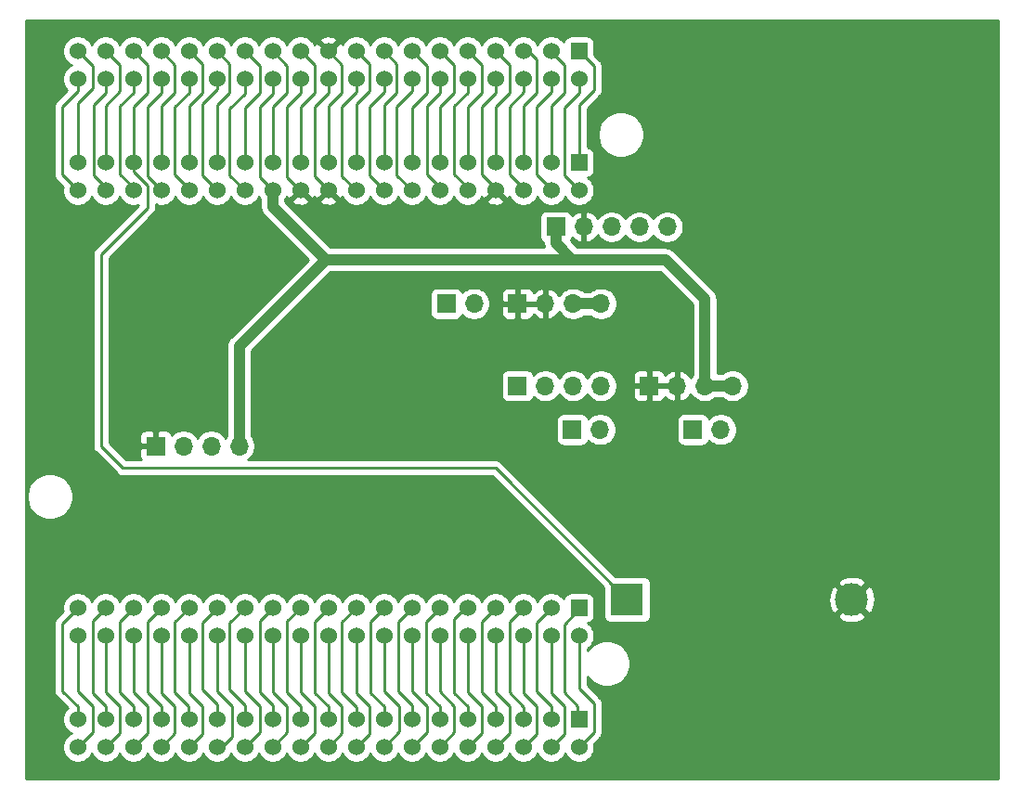
<source format=gtl>
%TF.GenerationSoftware,KiCad,Pcbnew,5.1.6-c6e7f7d~86~ubuntu20.04.1*%
%TF.CreationDate,2020-09-07T12:25:12+02:00*%
%TF.ProjectId,Shield_Nucleo,53686965-6c64-45f4-9e75-636c656f2e6b,rev?*%
%TF.SameCoordinates,Original*%
%TF.FileFunction,Copper,L1,Top*%
%TF.FilePolarity,Positive*%
%FSLAX46Y46*%
G04 Gerber Fmt 4.6, Leading zero omitted, Abs format (unit mm)*
G04 Created by KiCad (PCBNEW 5.1.6-c6e7f7d~86~ubuntu20.04.1) date 2020-09-07 12:25:12*
%MOMM*%
%LPD*%
G01*
G04 APERTURE LIST*
%TA.AperFunction,ComponentPad*%
%ADD10R,3.000000X3.000000*%
%TD*%
%TA.AperFunction,ComponentPad*%
%ADD11C,3.000000*%
%TD*%
%TA.AperFunction,ComponentPad*%
%ADD12C,1.530000*%
%TD*%
%TA.AperFunction,ComponentPad*%
%ADD13R,1.530000X1.530000*%
%TD*%
%TA.AperFunction,ComponentPad*%
%ADD14O,1.700000X1.700000*%
%TD*%
%TA.AperFunction,ComponentPad*%
%ADD15R,1.700000X1.700000*%
%TD*%
%TA.AperFunction,Conductor*%
%ADD16C,0.250000*%
%TD*%
%TA.AperFunction,Conductor*%
%ADD17C,1.000000*%
%TD*%
%TA.AperFunction,Conductor*%
%ADD18C,0.254000*%
%TD*%
G04 APERTURE END LIST*
D10*
%TO.P,BT1,1*%
%TO.N,+BATT*%
X94000000Y-80000000D03*
D11*
%TO.P,BT1,2*%
%TO.N,GNDD*%
X114490000Y-80000000D03*
%TD*%
D12*
%TO.P,U1,CN10_26*%
%TO.N,Net-(U1-PadCN10_26)*%
X59140000Y-83300000D03*
%TO.P,U1,CN10_38*%
%TO.N,N/C*%
X43900000Y-83300000D03*
%TO.P,U1,CN10_36*%
X46440000Y-83300000D03*
%TO.P,U1,CN10_20*%
%TO.N,Net-(U1-PadCN10_20)*%
X66760000Y-83300000D03*
%TO.P,U1,CN10_19*%
%TO.N,Net-(U1-PadCN10_19)*%
X66760000Y-80760000D03*
%TO.P,U1,CN10_18*%
%TO.N,N/C*%
X69300000Y-83300000D03*
%TO.P,U1,CN10_33*%
%TO.N,Net-(U1-PadCN10_33)*%
X48980000Y-80760000D03*
%TO.P,U1,CN10_32*%
%TO.N,Net-(U1-PadCN10_32)*%
X51520000Y-83300000D03*
%TO.P,U1,CN10_31*%
%TO.N,Net-(U1-PadCN10_31)*%
X51520000Y-80760000D03*
%TO.P,U1,CN10_30*%
%TO.N,Net-(U1-PadCN10_30)*%
X54060000Y-83300000D03*
%TO.P,U1,CN10_29*%
%TO.N,Net-(U1-PadCN10_29)*%
X54060000Y-80760000D03*
%TO.P,U1,CN10_12*%
%TO.N,Net-(U1-PadCN10_12)*%
X76920000Y-83300000D03*
%TO.P,U1,CN10_11*%
%TO.N,Net-(U1-PadCN10_11)*%
X76920000Y-80760000D03*
%TO.P,U1,CN10_10*%
%TO.N,N/C*%
X79460000Y-83300000D03*
%TO.P,U1,CN10_25*%
%TO.N,Net-(U1-PadCN10_25)*%
X59140000Y-80760000D03*
%TO.P,U1,CN10_24*%
%TO.N,Net-(U1-PadCN10_24)*%
X61680000Y-83300000D03*
%TO.P,U1,CN10_23*%
%TO.N,Net-(U1-PadCN10_23)*%
X61680000Y-80760000D03*
%TO.P,U1,CN10_22*%
%TO.N,Net-(U1-PadCN10_22)*%
X64220000Y-83300000D03*
%TO.P,U1,CN10_21*%
%TO.N,Net-(U1-PadCN10_21)*%
X64220000Y-80760000D03*
%TO.P,U1,CN10_4*%
%TO.N,Net-(U1-PadCN10_4)*%
X87080000Y-83300000D03*
%TO.P,U1,CN10_3*%
%TO.N,Net-(U1-PadCN10_3)*%
X87080000Y-80760000D03*
%TO.P,U1,CN10_2*%
%TO.N,Net-(U1-PadCN10_2)*%
X89620000Y-83300000D03*
%TO.P,U1,CN10_17*%
%TO.N,Net-(U1-PadCN10_17)*%
X69300000Y-80760000D03*
%TO.P,U1,CN10_34*%
%TO.N,Net-(U1-PadCN10_34)*%
X48980000Y-83300000D03*
%TO.P,U1,CN10_27*%
%TO.N,Net-(U1-PadCN10_27)*%
X56600000Y-80760000D03*
%TO.P,U1,CN10_35*%
%TO.N,Net-(U1-PadCN10_35)*%
X46440000Y-80760000D03*
%TO.P,U1,CN10_28*%
%TO.N,Net-(U1-PadCN10_28)*%
X56600000Y-83300000D03*
%TO.P,U1,CN10_16*%
%TO.N,Net-(U1-PadCN10_16)*%
X71840000Y-83300000D03*
%TO.P,U1,CN10_15*%
%TO.N,Net-(U1-PadCN10_15)*%
X71840000Y-80760000D03*
%TO.P,U1,CN10_14*%
%TO.N,Net-(U1-PadCN10_14)*%
X74380000Y-83300000D03*
%TO.P,U1,CN10_13*%
%TO.N,Net-(U1-PadCN10_13)*%
X74380000Y-80760000D03*
%TO.P,U1,CN10_9*%
%TO.N,Net-(U1-PadCN10_20)*%
X79460000Y-80760000D03*
%TO.P,U1,CN10_8*%
%TO.N,Net-(U1-PadCN10_8)*%
X82000000Y-83300000D03*
%TO.P,U1,CN10_7*%
%TO.N,Net-(U1-PadCN10_7)*%
X82000000Y-80760000D03*
%TO.P,U1,CN10_6*%
%TO.N,Net-(U1-PadCN10_6)*%
X84540000Y-83300000D03*
%TO.P,U1,CN10_5*%
%TO.N,Net-(U1-PadCN10_5)*%
X84540000Y-80760000D03*
%TO.P,U1,CN10_37*%
%TO.N,Net-(U1-PadCN10_37)*%
X43900000Y-80760000D03*
D13*
%TO.P,U1,CN10_1*%
%TO.N,Net-(U1-PadCN10_1)*%
X89620000Y-80760000D03*
D12*
%TO.P,U1,CN7_15*%
%TO.N,Net-(U1-PadCN7_15)*%
X71840000Y-40120000D03*
%TO.P,U1,CN7_13*%
%TO.N,Net-(U1-PadCN7_13)*%
X74380000Y-40120000D03*
%TO.P,U1,CN7_10*%
%TO.N,N/C*%
X79460000Y-42660000D03*
%TO.P,U1,CN7_7*%
%TO.N,Net-(U1-PadCN7_7)*%
X82000000Y-40120000D03*
%TO.P,U1,CN7_19*%
%TO.N,GNDD*%
X66760000Y-40120000D03*
%TO.P,U1,CN7_11*%
%TO.N,N/C*%
X76920000Y-40120000D03*
%TO.P,U1,CN7_2*%
%TO.N,Net-(U1-PadCN7_2)*%
X89620000Y-42660000D03*
D13*
%TO.P,U1,CN7_1*%
%TO.N,Net-(U1-PadCN7_1)*%
X89620000Y-40120000D03*
D12*
%TO.P,U1,CN7_12*%
%TO.N,Net-(U1-PadCN7_12)*%
X76920000Y-42660000D03*
%TO.P,U1,CN7_5*%
%TO.N,Net-(U1-PadCN7_5)*%
X84540000Y-40120000D03*
%TO.P,U1,CN7_3*%
%TO.N,Net-(U1-PadCN7_3)*%
X87080000Y-40120000D03*
%TO.P,U1,CN7_20*%
%TO.N,GNDD*%
X66760000Y-42660000D03*
%TO.P,U1,CN7_34*%
%TO.N,Net-(U1-PadCN7_34)*%
X48980000Y-42660000D03*
%TO.P,U1,CN7_33*%
%TO.N,+BATT*%
X48980000Y-40120000D03*
%TO.P,U1,CN7_32*%
%TO.N,Net-(U1-PadCN7_32)*%
X51520000Y-42660000D03*
%TO.P,U1,CN7_26*%
%TO.N,N/C*%
X59140000Y-42660000D03*
%TO.P,U1,CN7_25*%
%TO.N,Net-(U1-PadCN7_25)*%
X59140000Y-40120000D03*
%TO.P,U1,CN7_24*%
%TO.N,Net-(J1-Pad15)*%
X61680000Y-42660000D03*
%TO.P,U1,CN7_4*%
%TO.N,Net-(U1-PadCN7_4)*%
X87080000Y-42660000D03*
%TO.P,U1,CN7_37*%
%TO.N,Net-(U1-PadCN7_37)*%
X43900000Y-40120000D03*
%TO.P,U1,CN7_6*%
%TO.N,Net-(U1-PadCN7_6)*%
X84540000Y-42660000D03*
%TO.P,U1,CN7_14*%
%TO.N,Net-(U1-PadCN7_14)*%
X74380000Y-42660000D03*
%TO.P,U1,CN7_38*%
%TO.N,Net-(U1-PadCN7_38)*%
X43900000Y-42660000D03*
%TO.P,U1,CN7_36*%
%TO.N,Net-(U1-PadCN7_36)*%
X46440000Y-42660000D03*
%TO.P,U1,CN7_35*%
%TO.N,Net-(U1-PadCN7_35)*%
X46440000Y-40120000D03*
%TO.P,U1,CN7_18*%
%TO.N,Net-(U1-PadCN7_18)*%
X69300000Y-42660000D03*
%TO.P,U1,CN7_17*%
%TO.N,Net-(U1-PadCN7_17)*%
X69300000Y-40120000D03*
%TO.P,U1,CN7_16*%
%TO.N,Net-(U1-PadCN7_16)*%
X71840000Y-42660000D03*
%TO.P,U1,CN7_31*%
%TO.N,Net-(U1-PadCN7_31)*%
X51520000Y-40120000D03*
%TO.P,U1,CN7_30*%
%TO.N,Net-(U1-PadCN7_30)*%
X54060000Y-42660000D03*
%TO.P,U1,CN7_29*%
%TO.N,Net-(U1-PadCN7_29)*%
X54060000Y-40120000D03*
%TO.P,U1,CN7_28*%
%TO.N,Net-(U1-PadCN7_28)*%
X56600000Y-42660000D03*
%TO.P,U1,CN7_27*%
%TO.N,Net-(U1-PadCN7_27)*%
X56600000Y-40120000D03*
%TO.P,U1,CN7_9*%
%TO.N,N/C*%
X79460000Y-40120000D03*
%TO.P,U1,CN7_8*%
%TO.N,GNDD*%
X82000000Y-42660000D03*
%TO.P,U1,CN7_23*%
%TO.N,Net-(U1-PadCN7_23)*%
X61680000Y-40120000D03*
%TO.P,U1,CN7_22*%
%TO.N,GNDD*%
X64220000Y-42660000D03*
%TO.P,U1,CN7_21*%
%TO.N,Net-(U1-PadCN7_21)*%
X64220000Y-40120000D03*
D13*
%TO.P,U1,CN7_1*%
%TO.N,Net-(U1-PadCN7_1)*%
X89620000Y-29960000D03*
D12*
%TO.P,U1,CN7_37*%
%TO.N,Net-(U1-PadCN7_37)*%
X43900000Y-29960000D03*
%TO.P,U1,CN7_2*%
%TO.N,Net-(U1-PadCN7_2)*%
X89620000Y-32500000D03*
%TO.P,U1,CN7_3*%
%TO.N,Net-(U1-PadCN7_3)*%
X87080000Y-29960000D03*
%TO.P,U1,CN7_4*%
%TO.N,Net-(U1-PadCN7_4)*%
X87080000Y-32500000D03*
%TO.P,U1,CN7_5*%
%TO.N,Net-(U1-PadCN7_5)*%
X84540000Y-29960000D03*
%TO.P,U1,CN7_6*%
%TO.N,Net-(U1-PadCN7_6)*%
X84540000Y-32500000D03*
%TO.P,U1,CN7_7*%
%TO.N,Net-(U1-PadCN7_7)*%
X82000000Y-29960000D03*
%TO.P,U1,CN7_8*%
%TO.N,GNDD*%
X82000000Y-32500000D03*
%TO.P,U1,CN7_9*%
%TO.N,N/C*%
X79460000Y-29960000D03*
%TO.P,U1,CN7_10*%
X79460000Y-32500000D03*
%TO.P,U1,CN7_11*%
X76920000Y-29960000D03*
%TO.P,U1,CN7_12*%
%TO.N,Net-(U1-PadCN7_12)*%
X76920000Y-32500000D03*
%TO.P,U1,CN7_13*%
%TO.N,Net-(U1-PadCN7_13)*%
X74380000Y-29960000D03*
%TO.P,U1,CN7_14*%
%TO.N,Net-(U1-PadCN7_14)*%
X74380000Y-32500000D03*
%TO.P,U1,CN7_15*%
%TO.N,Net-(U1-PadCN7_15)*%
X71840000Y-29960000D03*
%TO.P,U1,CN7_16*%
%TO.N,Net-(U1-PadCN7_16)*%
X71840000Y-32500000D03*
%TO.P,U1,CN7_17*%
%TO.N,Net-(U1-PadCN7_17)*%
X69300000Y-29960000D03*
%TO.P,U1,CN7_18*%
%TO.N,Net-(U1-PadCN7_18)*%
X69300000Y-32500000D03*
%TO.P,U1,CN7_19*%
%TO.N,GNDD*%
X66760000Y-29960000D03*
%TO.P,U1,CN7_20*%
X66760000Y-32500000D03*
%TO.P,U1,CN7_21*%
%TO.N,Net-(U1-PadCN7_21)*%
X64220000Y-29960000D03*
%TO.P,U1,CN7_22*%
%TO.N,GNDD*%
X64220000Y-32500000D03*
%TO.P,U1,CN7_23*%
%TO.N,Net-(U1-PadCN7_23)*%
X61680000Y-29960000D03*
%TO.P,U1,CN7_24*%
%TO.N,Net-(J1-Pad15)*%
X61680000Y-32500000D03*
%TO.P,U1,CN7_25*%
%TO.N,Net-(U1-PadCN7_25)*%
X59140000Y-29960000D03*
%TO.P,U1,CN7_26*%
%TO.N,N/C*%
X59140000Y-32500000D03*
%TO.P,U1,CN7_27*%
%TO.N,Net-(U1-PadCN7_27)*%
X56600000Y-29960000D03*
%TO.P,U1,CN7_28*%
%TO.N,Net-(U1-PadCN7_28)*%
X56600000Y-32500000D03*
%TO.P,U1,CN7_29*%
%TO.N,Net-(U1-PadCN7_29)*%
X54060000Y-29960000D03*
%TO.P,U1,CN7_30*%
%TO.N,Net-(U1-PadCN7_30)*%
X54060000Y-32500000D03*
%TO.P,U1,CN7_31*%
%TO.N,Net-(U1-PadCN7_31)*%
X51520000Y-29960000D03*
%TO.P,U1,CN7_32*%
%TO.N,Net-(U1-PadCN7_32)*%
X51520000Y-32500000D03*
%TO.P,U1,CN7_33*%
%TO.N,+BATT*%
X48980000Y-29960000D03*
%TO.P,U1,CN7_34*%
%TO.N,Net-(U1-PadCN7_34)*%
X48980000Y-32500000D03*
%TO.P,U1,CN7_35*%
%TO.N,Net-(U1-PadCN7_35)*%
X46440000Y-29960000D03*
%TO.P,U1,CN7_36*%
%TO.N,Net-(U1-PadCN7_36)*%
X46440000Y-32500000D03*
%TO.P,U1,CN7_38*%
%TO.N,Net-(U1-PadCN7_38)*%
X43900000Y-32500000D03*
D13*
%TO.P,U1,CN10_1*%
%TO.N,Net-(U1-PadCN10_1)*%
X89620000Y-90920000D03*
D12*
%TO.P,U1,CN10_37*%
%TO.N,Net-(U1-PadCN10_37)*%
X43900000Y-90920000D03*
%TO.P,U1,CN10_2*%
%TO.N,Net-(U1-PadCN10_2)*%
X89620000Y-93460000D03*
%TO.P,U1,CN10_3*%
%TO.N,Net-(U1-PadCN10_3)*%
X87080000Y-90920000D03*
%TO.P,U1,CN10_4*%
%TO.N,Net-(U1-PadCN10_4)*%
X87080000Y-93460000D03*
%TO.P,U1,CN10_5*%
%TO.N,Net-(U1-PadCN10_5)*%
X84540000Y-90920000D03*
%TO.P,U1,CN10_6*%
%TO.N,Net-(U1-PadCN10_6)*%
X84540000Y-93460000D03*
%TO.P,U1,CN10_7*%
%TO.N,Net-(U1-PadCN10_7)*%
X82000000Y-90920000D03*
%TO.P,U1,CN10_8*%
%TO.N,Net-(U1-PadCN10_8)*%
X82000000Y-93460000D03*
%TO.P,U1,CN10_9*%
%TO.N,Net-(U1-PadCN10_20)*%
X79460000Y-90920000D03*
%TO.P,U1,CN10_10*%
%TO.N,N/C*%
X79460000Y-93460000D03*
%TO.P,U1,CN10_11*%
%TO.N,Net-(U1-PadCN10_11)*%
X76920000Y-90920000D03*
%TO.P,U1,CN10_12*%
%TO.N,Net-(U1-PadCN10_12)*%
X76920000Y-93460000D03*
%TO.P,U1,CN10_13*%
%TO.N,Net-(U1-PadCN10_13)*%
X74380000Y-90920000D03*
%TO.P,U1,CN10_14*%
%TO.N,Net-(U1-PadCN10_14)*%
X74380000Y-93460000D03*
%TO.P,U1,CN10_15*%
%TO.N,Net-(U1-PadCN10_15)*%
X71840000Y-90920000D03*
%TO.P,U1,CN10_16*%
%TO.N,Net-(U1-PadCN10_16)*%
X71840000Y-93460000D03*
%TO.P,U1,CN10_17*%
%TO.N,Net-(U1-PadCN10_17)*%
X69300000Y-90920000D03*
%TO.P,U1,CN10_18*%
%TO.N,N/C*%
X69300000Y-93460000D03*
%TO.P,U1,CN10_19*%
%TO.N,Net-(U1-PadCN10_19)*%
X66760000Y-90920000D03*
%TO.P,U1,CN10_20*%
%TO.N,Net-(U1-PadCN10_20)*%
X66760000Y-93460000D03*
%TO.P,U1,CN10_21*%
%TO.N,Net-(U1-PadCN10_21)*%
X64220000Y-90920000D03*
%TO.P,U1,CN10_22*%
%TO.N,Net-(U1-PadCN10_22)*%
X64220000Y-93460000D03*
%TO.P,U1,CN10_23*%
%TO.N,Net-(U1-PadCN10_23)*%
X61680000Y-90920000D03*
%TO.P,U1,CN10_24*%
%TO.N,Net-(U1-PadCN10_24)*%
X61680000Y-93460000D03*
%TO.P,U1,CN10_25*%
%TO.N,Net-(U1-PadCN10_25)*%
X59140000Y-90920000D03*
%TO.P,U1,CN10_26*%
%TO.N,Net-(U1-PadCN10_26)*%
X59140000Y-93460000D03*
%TO.P,U1,CN10_27*%
%TO.N,Net-(U1-PadCN10_27)*%
X56600000Y-90920000D03*
%TO.P,U1,CN10_28*%
%TO.N,Net-(U1-PadCN10_28)*%
X56600000Y-93460000D03*
%TO.P,U1,CN10_29*%
%TO.N,Net-(U1-PadCN10_29)*%
X54060000Y-90920000D03*
%TO.P,U1,CN10_30*%
%TO.N,Net-(U1-PadCN10_30)*%
X54060000Y-93460000D03*
%TO.P,U1,CN10_31*%
%TO.N,Net-(U1-PadCN10_31)*%
X51520000Y-90920000D03*
%TO.P,U1,CN10_32*%
%TO.N,Net-(U1-PadCN10_32)*%
X51520000Y-93460000D03*
%TO.P,U1,CN10_33*%
%TO.N,Net-(U1-PadCN10_33)*%
X48980000Y-90920000D03*
%TO.P,U1,CN10_34*%
%TO.N,Net-(U1-PadCN10_34)*%
X48980000Y-93460000D03*
%TO.P,U1,CN10_35*%
%TO.N,Net-(U1-PadCN10_35)*%
X46440000Y-90920000D03*
%TO.P,U1,CN10_36*%
%TO.N,N/C*%
X46440000Y-93460000D03*
%TO.P,U1,CN10_38*%
X43900000Y-93460000D03*
%TD*%
D14*
%TO.P,J1,23*%
%TO.N,Net-(J1-Pad23)*%
X92580000Y-46000000D03*
D15*
%TO.P,J1,14*%
%TO.N,GNDD*%
X51000000Y-66000000D03*
D14*
%TO.P,J1,15*%
%TO.N,Net-(J1-Pad15)*%
X58620000Y-66000000D03*
%TO.P,J1,20*%
%TO.N,Net-(J1-Pad20)*%
X56080000Y-66000000D03*
%TO.P,J1,21*%
%TO.N,Net-(J1-Pad21)*%
X53540000Y-66000000D03*
%TO.P,J1,22*%
%TO.N,Net-(J1-Pad22)*%
X95120000Y-46000000D03*
D15*
%TO.P,J1,15*%
%TO.N,Net-(J1-Pad15)*%
X87500000Y-46000000D03*
D14*
%TO.P,J1,30*%
%TO.N,Net-(J1-Pad30)*%
X97660000Y-46000000D03*
%TO.P,J1,14*%
%TO.N,GNDD*%
X90040000Y-46000000D03*
%TO.P,J1,4*%
%TO.N,Net-(J1-Pad4)*%
X91540000Y-64500000D03*
D15*
%TO.P,J1,3*%
%TO.N,Net-(J1-Pad3)*%
X89000000Y-64500000D03*
D14*
%TO.P,J1,6*%
%TO.N,Net-(J1-Pad6)*%
X102540000Y-64500000D03*
D15*
%TO.P,J1,5*%
%TO.N,Net-(J1-Pad5)*%
X100000000Y-64500000D03*
%TO.P,J1,8*%
%TO.N,Net-(J1-Pad8)*%
X77500000Y-53000000D03*
D14*
%TO.P,J1,7*%
%TO.N,Net-(J1-Pad7)*%
X80040000Y-53000000D03*
%TO.P,J1,10*%
%TO.N,Net-(J1-Pad10)*%
X86540000Y-60500000D03*
D15*
%TO.P,J1,9*%
%TO.N,Net-(J1-Pad9)*%
X84000000Y-60500000D03*
D14*
%TO.P,J1,11*%
%TO.N,Net-(J1-Pad11)*%
X89080000Y-60500000D03*
%TO.P,J1,12*%
%TO.N,Net-(J1-Pad12)*%
X91620000Y-60500000D03*
%TO.P,J1,13*%
%TO.N,Net-(J1-Pad13)*%
X89080000Y-53000000D03*
%TO.P,J1,14*%
%TO.N,GNDD*%
X86540000Y-53000000D03*
%TO.P,J1,13*%
%TO.N,Net-(J1-Pad13)*%
X91620000Y-53000000D03*
D15*
%TO.P,J1,14*%
%TO.N,GNDD*%
X84000000Y-53000000D03*
D14*
%TO.P,J1,15*%
%TO.N,Net-(J1-Pad15)*%
X101080000Y-60500000D03*
X103620000Y-60500000D03*
D15*
%TO.P,J1,14*%
%TO.N,GNDD*%
X96000000Y-60500000D03*
D14*
X98540000Y-60500000D03*
%TD*%
D16*
%TO.N,*%
X80750000Y-89750000D02*
X80750000Y-92170000D01*
X80750000Y-92170000D02*
X79460000Y-93460000D01*
X79460000Y-88460000D02*
X80750000Y-89750000D01*
X79460000Y-83300000D02*
X79460000Y-88460000D01*
X47750000Y-92150000D02*
X46440000Y-93460000D01*
X47750000Y-89750000D02*
X47750000Y-92150000D01*
X46440000Y-88440000D02*
X47750000Y-89750000D01*
X46440000Y-83300000D02*
X46440000Y-88440000D01*
X45250000Y-89750000D02*
X45250000Y-92110000D01*
X43900000Y-88400000D02*
X45250000Y-89750000D01*
X45250000Y-92110000D02*
X43900000Y-93460000D01*
X43900000Y-83300000D02*
X43900000Y-88400000D01*
X76960000Y-29960000D02*
X76920000Y-29960000D01*
X78250000Y-33750000D02*
X78250000Y-31250000D01*
X76920000Y-35080000D02*
X78250000Y-33750000D01*
X78250000Y-31250000D02*
X76960000Y-29960000D01*
X76920000Y-40120000D02*
X76920000Y-35080000D01*
X80750000Y-31250000D02*
X79460000Y-29960000D01*
X80750000Y-33750000D02*
X80750000Y-31250000D01*
X79460000Y-35040000D02*
X80750000Y-33750000D01*
X79460000Y-40120000D02*
X79460000Y-35040000D01*
X70500000Y-92260000D02*
X69300000Y-93460000D01*
X70500000Y-89750000D02*
X70500000Y-92260000D01*
X69300000Y-88550000D02*
X70500000Y-89750000D01*
X69300000Y-83300000D02*
X69300000Y-88550000D01*
X57750000Y-41270000D02*
X59140000Y-42660000D01*
X57750000Y-35250000D02*
X57750000Y-41270000D01*
X59140000Y-33860000D02*
X57750000Y-35250000D01*
X59140000Y-32500000D02*
X59140000Y-33860000D01*
X78250000Y-41225000D02*
X79460000Y-42435000D01*
X78250000Y-34960000D02*
X78250000Y-41225000D01*
X79460000Y-33750000D02*
X78250000Y-34960000D01*
X79460000Y-42435000D02*
X79460000Y-42660000D01*
X79460000Y-32500000D02*
X79460000Y-33750000D01*
D17*
%TO.N,Net-(J1-Pad15)*%
X103620000Y-60500000D02*
X101080000Y-60500000D01*
X101080000Y-60500000D02*
X101080000Y-52580000D01*
X101080000Y-52580000D02*
X97500000Y-49000000D01*
X97500000Y-49000000D02*
X89000000Y-49000000D01*
X87500000Y-47500000D02*
X87500000Y-46000000D01*
X89000000Y-49000000D02*
X87500000Y-47500000D01*
X61680000Y-44180000D02*
X66500000Y-49000000D01*
X61680000Y-42660000D02*
X61680000Y-44180000D01*
X66500000Y-49000000D02*
X89000000Y-49000000D01*
X58620000Y-56880000D02*
X66500000Y-49000000D01*
X58620000Y-66000000D02*
X58620000Y-56880000D01*
D16*
X61680000Y-32500000D02*
X61680000Y-33820000D01*
X60500000Y-35000000D02*
X60500000Y-41480000D01*
X61680000Y-33820000D02*
X60500000Y-35000000D01*
X60500000Y-41480000D02*
X61680000Y-42660000D01*
D17*
%TO.N,Net-(J1-Pad13)*%
X89080000Y-53000000D02*
X91620000Y-53000000D01*
D16*
%TO.N,Net-(U1-PadCN7_38)*%
X42500000Y-41260000D02*
X43900000Y-42660000D01*
X42500000Y-35000000D02*
X42500000Y-41260000D01*
X43900000Y-33600000D02*
X42500000Y-35000000D01*
X43900000Y-32500000D02*
X43900000Y-33600000D01*
%TO.N,Net-(U1-PadCN7_36)*%
X46440000Y-42425000D02*
X46440000Y-42660000D01*
X45349999Y-41334999D02*
X46440000Y-42425000D01*
X45349999Y-34840001D02*
X45349999Y-41334999D01*
X46440000Y-33750000D02*
X45349999Y-34840001D01*
X46440000Y-32500000D02*
X46440000Y-33750000D01*
%TO.N,Net-(U1-PadCN7_35)*%
X47750000Y-31270000D02*
X46440000Y-29960000D01*
X47750000Y-33625000D02*
X47750000Y-31270000D01*
X46440000Y-34935000D02*
X47750000Y-33625000D01*
X46440000Y-40120000D02*
X46440000Y-34935000D01*
%TO.N,Net-(U1-PadCN7_34)*%
X48980000Y-42445000D02*
X48980000Y-42660000D01*
X47750000Y-41215000D02*
X48980000Y-42445000D01*
X47750000Y-34980000D02*
X47750000Y-41215000D01*
X48980000Y-33750000D02*
X47750000Y-34980000D01*
X48980000Y-32500000D02*
X48980000Y-33750000D01*
%TO.N,Net-(U1-PadCN7_32)*%
X51520000Y-32500000D02*
X51520000Y-33750000D01*
X51520000Y-33750000D02*
X50250000Y-35020000D01*
X50250000Y-35020000D02*
X50250000Y-41390000D01*
X50250000Y-41390000D02*
X51520000Y-42660000D01*
%TO.N,Net-(U1-PadCN7_31)*%
X52750000Y-31190000D02*
X51520000Y-29960000D01*
X52750000Y-33750000D02*
X52750000Y-31190000D01*
X51520000Y-34980000D02*
X52750000Y-33750000D01*
X51520000Y-40120000D02*
X51520000Y-34980000D01*
%TO.N,Net-(U1-PadCN7_30)*%
X54060000Y-42560000D02*
X54060000Y-42660000D01*
X52750000Y-41250000D02*
X54060000Y-42560000D01*
X52750000Y-35060000D02*
X52750000Y-41250000D01*
X54060000Y-33750000D02*
X52750000Y-35060000D01*
X54060000Y-32500000D02*
X54060000Y-33750000D01*
%TO.N,Net-(U1-PadCN7_29)*%
X55250000Y-31150000D02*
X54060000Y-29960000D01*
X55250000Y-33750000D02*
X55250000Y-31150000D01*
X54060000Y-34940000D02*
X55250000Y-33750000D01*
X54060000Y-40120000D02*
X54060000Y-34940000D01*
%TO.N,Net-(U1-PadCN7_28)*%
X55250000Y-41310000D02*
X56600000Y-42660000D01*
X55250000Y-34750000D02*
X55250000Y-41310000D01*
X56600000Y-33400000D02*
X55250000Y-34750000D01*
X56600000Y-32500000D02*
X56600000Y-33400000D01*
%TO.N,Net-(U1-PadCN7_27)*%
X57750000Y-33750000D02*
X57750000Y-31110000D01*
X56600000Y-34900000D02*
X57750000Y-33750000D01*
X57750000Y-31110000D02*
X56600000Y-29960000D01*
X56600000Y-40120000D02*
X56600000Y-34900000D01*
%TO.N,Net-(U1-PadCN7_25)*%
X60500000Y-31320000D02*
X59140000Y-29960000D01*
X60500000Y-33750000D02*
X60500000Y-31320000D01*
X59140000Y-35110000D02*
X60500000Y-33750000D01*
X59140000Y-40120000D02*
X59140000Y-35110000D01*
%TO.N,Net-(U1-PadCN7_23)*%
X63000000Y-31280000D02*
X61680000Y-29960000D01*
X63000000Y-33750000D02*
X63000000Y-31280000D01*
X61680000Y-35070000D02*
X63000000Y-33750000D01*
X61680000Y-40120000D02*
X61680000Y-35070000D01*
%TO.N,Net-(U1-PadCN7_21)*%
X65500000Y-31240000D02*
X64220000Y-29960000D01*
X65500000Y-33750000D02*
X65500000Y-31240000D01*
X64220000Y-35030000D02*
X65500000Y-33750000D01*
X64220000Y-40120000D02*
X64220000Y-35030000D01*
%TO.N,Net-(U1-PadCN7_18)*%
X69300000Y-32500000D02*
X69300000Y-33700000D01*
X69300000Y-33700000D02*
X68000000Y-35000000D01*
X68000000Y-41360000D02*
X69300000Y-42660000D01*
X68000000Y-35000000D02*
X68000000Y-41360000D01*
%TO.N,Net-(U1-PadCN7_17)*%
X70500000Y-31160000D02*
X69300000Y-29960000D01*
X70500000Y-33625000D02*
X70500000Y-31160000D01*
X69300000Y-34825000D02*
X70500000Y-33625000D01*
X69300000Y-40120000D02*
X69300000Y-34825000D01*
%TO.N,Net-(U1-PadCN7_16)*%
X71840000Y-32500000D02*
X71840000Y-33660000D01*
X71840000Y-33660000D02*
X70500000Y-35000000D01*
X70500000Y-41320000D02*
X71840000Y-42660000D01*
X70500000Y-35000000D02*
X70500000Y-41320000D01*
%TO.N,Net-(U1-PadCN7_15)*%
X73000000Y-33750000D02*
X73000000Y-31120000D01*
X73000000Y-31120000D02*
X71840000Y-29960000D01*
X71840000Y-34910000D02*
X73000000Y-33750000D01*
X71840000Y-40120000D02*
X71840000Y-34910000D01*
%TO.N,Net-(U1-PadCN7_14)*%
X74380000Y-32500000D02*
X74380000Y-33620000D01*
X74380000Y-33620000D02*
X73000000Y-35000000D01*
X73000000Y-41280000D02*
X74380000Y-42660000D01*
X73000000Y-35000000D02*
X73000000Y-41280000D01*
%TO.N,Net-(U1-PadCN7_13)*%
X75750000Y-31330000D02*
X74380000Y-29960000D01*
X75750000Y-33750000D02*
X75750000Y-31330000D01*
X74380000Y-35120000D02*
X75750000Y-33750000D01*
X74380000Y-40120000D02*
X74380000Y-35120000D01*
%TO.N,Net-(U1-PadCN7_12)*%
X76920000Y-42415000D02*
X76920000Y-42660000D01*
X75750000Y-41245000D02*
X76920000Y-42415000D01*
X75750000Y-34920000D02*
X75750000Y-41245000D01*
X76920000Y-33750000D02*
X75750000Y-34920000D01*
X76920000Y-32500000D02*
X76920000Y-33750000D01*
%TO.N,Net-(U1-PadCN7_7)*%
X83250000Y-31210000D02*
X82000000Y-29960000D01*
X83250000Y-33750000D02*
X83250000Y-31210000D01*
X82000000Y-35000000D02*
X83250000Y-33750000D01*
X82000000Y-40120000D02*
X82000000Y-35000000D01*
%TO.N,Net-(U1-PadCN7_6)*%
X83250000Y-41185000D02*
X84540000Y-42475000D01*
X83250000Y-35000000D02*
X83250000Y-41185000D01*
X84540000Y-33710000D02*
X83250000Y-35000000D01*
X84540000Y-42475000D02*
X84540000Y-42660000D01*
X84540000Y-32500000D02*
X84540000Y-33710000D01*
%TO.N,Net-(U1-PadCN7_5)*%
X85750000Y-30750000D02*
X84960000Y-29960000D01*
X84960000Y-29960000D02*
X84540000Y-29960000D01*
X84540000Y-34960000D02*
X85750000Y-33750000D01*
X85750000Y-33750000D02*
X85750000Y-30750000D01*
X84540000Y-40120000D02*
X84540000Y-34960000D01*
%TO.N,Net-(U1-PadCN7_4)*%
X85750000Y-41250000D02*
X87080000Y-42580000D01*
X87080000Y-42580000D02*
X87080000Y-42660000D01*
X85750000Y-35000000D02*
X85750000Y-41250000D01*
X87080000Y-33670000D02*
X85750000Y-35000000D01*
X87080000Y-32500000D02*
X87080000Y-33670000D01*
%TO.N,Net-(U1-PadCN7_3)*%
X87080000Y-30080000D02*
X87080000Y-29960000D01*
X88250000Y-31250000D02*
X87080000Y-30080000D01*
X88250000Y-33750000D02*
X88250000Y-31250000D01*
X87080000Y-34920000D02*
X88250000Y-33750000D01*
X87080000Y-40120000D02*
X87080000Y-34920000D01*
%TO.N,Net-(U1-PadCN7_2)*%
X88250000Y-41290000D02*
X89620000Y-42660000D01*
X88250000Y-35120000D02*
X88250000Y-41290000D01*
X89620000Y-33750000D02*
X88250000Y-35120000D01*
X89620000Y-32500000D02*
X89620000Y-33750000D01*
%TO.N,Net-(U1-PadCN7_37)*%
X45250000Y-31310000D02*
X43900000Y-29960000D01*
X45250000Y-33350000D02*
X45250000Y-31310000D01*
X43900000Y-34700000D02*
X45250000Y-33350000D01*
X43900000Y-40120000D02*
X43900000Y-34700000D01*
%TO.N,Net-(U1-PadCN7_1)*%
X91000000Y-31340000D02*
X89620000Y-29960000D01*
X91000000Y-33500000D02*
X91000000Y-31340000D01*
X89620000Y-34880000D02*
X91000000Y-33500000D01*
X89620000Y-40120000D02*
X89620000Y-34880000D01*
%TO.N,+BATT*%
X50250000Y-33750000D02*
X50250000Y-31230000D01*
X48980000Y-35020000D02*
X50250000Y-33750000D01*
X50250000Y-31230000D02*
X48980000Y-29960000D01*
X48980000Y-40120000D02*
X48980000Y-35020000D01*
X48980000Y-40980000D02*
X48980000Y-40120000D01*
X50250000Y-42250000D02*
X48980000Y-40980000D01*
X50250000Y-44250000D02*
X50250000Y-42250000D01*
X46000000Y-48500000D02*
X50250000Y-44250000D01*
X46000000Y-66000000D02*
X46000000Y-48500000D01*
X48000000Y-68000000D02*
X46000000Y-66000000D01*
X82000000Y-68000000D02*
X48000000Y-68000000D01*
X94000000Y-80000000D02*
X82000000Y-68000000D01*
%TO.N,GNDD*%
X66760000Y-32500000D02*
X66760000Y-33740000D01*
X66760000Y-33740000D02*
X65500000Y-35000000D01*
X65500000Y-41400000D02*
X66760000Y-42660000D01*
X65500000Y-35000000D02*
X65500000Y-41400000D01*
X68000000Y-31200000D02*
X66760000Y-29960000D01*
X68000000Y-33750000D02*
X68000000Y-31200000D01*
X66760000Y-34990000D02*
X68000000Y-33750000D01*
X66760000Y-40120000D02*
X66760000Y-34990000D01*
X64160000Y-42660000D02*
X64220000Y-42660000D01*
X63000000Y-41500000D02*
X64160000Y-42660000D01*
X63000000Y-35000000D02*
X63000000Y-41500000D01*
X64220000Y-33780000D02*
X63000000Y-35000000D01*
X64220000Y-32500000D02*
X64220000Y-33780000D01*
X82000000Y-42455000D02*
X82000000Y-42660000D01*
X80750000Y-41205000D02*
X82000000Y-42455000D01*
X80750000Y-35000000D02*
X80750000Y-41205000D01*
X82000000Y-33750000D02*
X80750000Y-35000000D01*
X82000000Y-32500000D02*
X82000000Y-33750000D01*
%TO.N,Net-(U1-PadCN10_26)*%
X60500000Y-92100000D02*
X59140000Y-93460000D01*
X60500000Y-89750000D02*
X60500000Y-92100000D01*
X59140000Y-88390000D02*
X60500000Y-89750000D01*
X59140000Y-83300000D02*
X59140000Y-88390000D01*
%TO.N,Net-(U1-PadCN10_20)*%
X79460000Y-89750000D02*
X79460000Y-90920000D01*
X78250000Y-81750000D02*
X78250000Y-88540000D01*
X79240000Y-80760000D02*
X78250000Y-81750000D01*
X78250000Y-88540000D02*
X79460000Y-89750000D01*
X79460000Y-80760000D02*
X79240000Y-80760000D01*
X68000000Y-89750000D02*
X68000000Y-92220000D01*
X68000000Y-92220000D02*
X66760000Y-93460000D01*
X66760000Y-88510000D02*
X68000000Y-89750000D01*
X66760000Y-83300000D02*
X66760000Y-88510000D01*
%TO.N,Net-(U1-PadCN10_19)*%
X66760000Y-89760000D02*
X66760000Y-90920000D01*
X65520000Y-82000000D02*
X65520000Y-88520000D01*
X65520000Y-88520000D02*
X66760000Y-89760000D01*
X66760000Y-80760000D02*
X65520000Y-82000000D01*
%TO.N,Net-(U1-PadCN10_33)*%
X48980000Y-89730000D02*
X48980000Y-90920000D01*
X47740000Y-88490000D02*
X48980000Y-89730000D01*
X47740000Y-82000000D02*
X47740000Y-88490000D01*
X48980000Y-80760000D02*
X47740000Y-82000000D01*
%TO.N,Net-(U1-PadCN10_32)*%
X52750000Y-92230000D02*
X51520000Y-93460000D01*
X52750000Y-89750000D02*
X52750000Y-92230000D01*
X51520000Y-88520000D02*
X52750000Y-89750000D01*
X51520000Y-83300000D02*
X51520000Y-88520000D01*
%TO.N,Net-(U1-PadCN10_31)*%
X51520000Y-89750000D02*
X51520000Y-90920000D01*
X50250000Y-88480000D02*
X51520000Y-89750000D01*
X50250000Y-82030000D02*
X50250000Y-88480000D01*
X51520000Y-80760000D02*
X50250000Y-82030000D01*
%TO.N,Net-(U1-PadCN10_30)*%
X55250000Y-92270000D02*
X54060000Y-93460000D01*
X55250000Y-89750000D02*
X55250000Y-92270000D01*
X54060000Y-88560000D02*
X55250000Y-89750000D01*
X54060000Y-83300000D02*
X54060000Y-88560000D01*
%TO.N,Net-(U1-PadCN10_29)*%
X54000000Y-90860000D02*
X54060000Y-90920000D01*
X54000000Y-89750000D02*
X54000000Y-90860000D01*
X52750000Y-88500000D02*
X54000000Y-89750000D01*
X52750000Y-82070000D02*
X52750000Y-88500000D01*
X54060000Y-80760000D02*
X52750000Y-82070000D01*
%TO.N,Net-(U1-PadCN10_12)*%
X78250000Y-92130000D02*
X76920000Y-93460000D01*
X78250000Y-89750000D02*
X78250000Y-92130000D01*
X76920000Y-88420000D02*
X78250000Y-89750000D01*
X76920000Y-83300000D02*
X76920000Y-88420000D01*
%TO.N,Net-(U1-PadCN10_11)*%
X76920000Y-89750000D02*
X76920000Y-90920000D01*
X75680000Y-88510000D02*
X76920000Y-89750000D01*
X75680000Y-82000000D02*
X75680000Y-88510000D01*
X76920000Y-80760000D02*
X75680000Y-82000000D01*
%TO.N,Net-(U1-PadCN10_25)*%
X59140000Y-89640000D02*
X59140000Y-90920000D01*
X57750000Y-88250000D02*
X59140000Y-89640000D01*
X57750000Y-82150000D02*
X57750000Y-88250000D01*
X59140000Y-80760000D02*
X57750000Y-82150000D01*
%TO.N,Net-(U1-PadCN10_24)*%
X63000000Y-92140000D02*
X61680000Y-93460000D01*
X63000000Y-89750000D02*
X63000000Y-92140000D01*
X61680000Y-88430000D02*
X63000000Y-89750000D01*
X61680000Y-83300000D02*
X61680000Y-88430000D01*
%TO.N,Net-(U1-PadCN10_23)*%
X61680000Y-89680000D02*
X61680000Y-90920000D01*
X60500000Y-88500000D02*
X61680000Y-89680000D01*
X60500000Y-81940000D02*
X60500000Y-88500000D01*
X61680000Y-80760000D02*
X60500000Y-81940000D01*
%TO.N,Net-(U1-PadCN10_22)*%
X65500000Y-92180000D02*
X64220000Y-93460000D01*
X65500000Y-89750000D02*
X65500000Y-92180000D01*
X64220000Y-88470000D02*
X65500000Y-89750000D01*
X64220000Y-83300000D02*
X64220000Y-88470000D01*
%TO.N,Net-(U1-PadCN10_21)*%
X64220000Y-89720000D02*
X64220000Y-90920000D01*
X63000000Y-88500000D02*
X64220000Y-89720000D01*
X63000000Y-81980000D02*
X63000000Y-88500000D01*
X64220000Y-80760000D02*
X63000000Y-81980000D01*
%TO.N,Net-(U1-PadCN10_4)*%
X88250000Y-92290000D02*
X87080000Y-93460000D01*
X88250000Y-89750000D02*
X88250000Y-92290000D01*
X87080000Y-88580000D02*
X88250000Y-89750000D01*
X87080000Y-83300000D02*
X87080000Y-88580000D01*
%TO.N,Net-(U1-PadCN10_3)*%
X87080000Y-89750000D02*
X87080000Y-90920000D01*
X85750000Y-88420000D02*
X87080000Y-89750000D01*
X85750000Y-82090000D02*
X85750000Y-88420000D01*
X87080000Y-80760000D02*
X85750000Y-82090000D01*
%TO.N,Net-(U1-PadCN10_2)*%
X91000000Y-92080000D02*
X89620000Y-93460000D01*
X91000000Y-89500000D02*
X91000000Y-92080000D01*
X89620000Y-88120000D02*
X91000000Y-89500000D01*
X89620000Y-83300000D02*
X89620000Y-88120000D01*
%TO.N,Net-(U1-PadCN10_17)*%
X69300000Y-89800000D02*
X69300000Y-90920000D01*
X68000000Y-88500000D02*
X69300000Y-89800000D01*
X68000000Y-82060000D02*
X68000000Y-88500000D01*
X69300000Y-80760000D02*
X68000000Y-82060000D01*
%TO.N,Net-(U1-PadCN10_34)*%
X50250000Y-92190000D02*
X48980000Y-93460000D01*
X48980000Y-88480000D02*
X50250000Y-89750000D01*
X50250000Y-89750000D02*
X50250000Y-92190000D01*
X48980000Y-83300000D02*
X48980000Y-88480000D01*
%TO.N,Net-(U1-PadCN10_27)*%
X56600000Y-89600000D02*
X56600000Y-90920000D01*
X55250000Y-88250000D02*
X56600000Y-89600000D01*
X55250000Y-82110000D02*
X55250000Y-88250000D01*
X56600000Y-80760000D02*
X55250000Y-82110000D01*
%TO.N,Net-(U1-PadCN10_35)*%
X46440000Y-89750000D02*
X46440000Y-90920000D01*
X45250000Y-88560000D02*
X46440000Y-89750000D01*
X45250000Y-81950000D02*
X45250000Y-88560000D01*
X46440000Y-80760000D02*
X45250000Y-81950000D01*
%TO.N,Net-(U1-PadCN10_28)*%
X57040000Y-93460000D02*
X56600000Y-93460000D01*
X58000000Y-92500000D02*
X57040000Y-93460000D01*
X56600000Y-88350000D02*
X58000000Y-89750000D01*
X58000000Y-89750000D02*
X58000000Y-92500000D01*
X56600000Y-83300000D02*
X56600000Y-88350000D01*
%TO.N,Net-(U1-PadCN10_16)*%
X73250000Y-92050000D02*
X71840000Y-93460000D01*
X73250000Y-89750000D02*
X73250000Y-92050000D01*
X71840000Y-88340000D02*
X73250000Y-89750000D01*
X71840000Y-83300000D02*
X71840000Y-88340000D01*
%TO.N,Net-(U1-PadCN10_15)*%
X71840000Y-89750000D02*
X71840000Y-90920000D01*
X70600000Y-88510000D02*
X71840000Y-89750000D01*
X70600000Y-82000000D02*
X70600000Y-88510000D01*
X71840000Y-80760000D02*
X70600000Y-82000000D01*
%TO.N,Net-(U1-PadCN10_14)*%
X75750000Y-92090000D02*
X74380000Y-93460000D01*
X75750000Y-89750000D02*
X75750000Y-92090000D01*
X74380000Y-88380000D02*
X75750000Y-89750000D01*
X74380000Y-83300000D02*
X74380000Y-88380000D01*
%TO.N,Net-(U1-PadCN10_13)*%
X73140000Y-88380000D02*
X74380000Y-89620000D01*
X73140000Y-82000000D02*
X73140000Y-88380000D01*
X74380000Y-89620000D02*
X74380000Y-90920000D01*
X74380000Y-80760000D02*
X73140000Y-82000000D01*
%TO.N,Net-(U1-PadCN10_8)*%
X83250000Y-92210000D02*
X82000000Y-93460000D01*
X83250000Y-89750000D02*
X83250000Y-92210000D01*
X82000000Y-88500000D02*
X83250000Y-89750000D01*
X82000000Y-83300000D02*
X82000000Y-88500000D01*
%TO.N,Net-(U1-PadCN10_7)*%
X82000000Y-89750000D02*
X82000000Y-90920000D01*
X80750000Y-88500000D02*
X82000000Y-89750000D01*
X80750000Y-82010000D02*
X80750000Y-88500000D01*
X82000000Y-80760000D02*
X80750000Y-82010000D01*
%TO.N,Net-(U1-PadCN10_6)*%
X85750000Y-92250000D02*
X84540000Y-93460000D01*
X85750000Y-89750000D02*
X85750000Y-92250000D01*
X84540000Y-88540000D02*
X85750000Y-89750000D01*
X84540000Y-83300000D02*
X84540000Y-88540000D01*
%TO.N,Net-(U1-PadCN10_5)*%
X84540000Y-89790000D02*
X84540000Y-90920000D01*
X83250000Y-88500000D02*
X84540000Y-89790000D01*
X83250000Y-82050000D02*
X83250000Y-88500000D01*
X84540000Y-80760000D02*
X83250000Y-82050000D01*
%TO.N,Net-(U1-PadCN10_37)*%
X43900000Y-89750000D02*
X43900000Y-90920000D01*
X42500000Y-82160000D02*
X42500000Y-88350000D01*
X42500000Y-88350000D02*
X43900000Y-89750000D01*
X43900000Y-80760000D02*
X42500000Y-82160000D01*
%TO.N,Net-(U1-PadCN10_1)*%
X89500000Y-90800000D02*
X89620000Y-90920000D01*
X89500000Y-89750000D02*
X89500000Y-90800000D01*
X88250000Y-88500000D02*
X89500000Y-89750000D01*
X88250000Y-82250000D02*
X88250000Y-88500000D01*
X89620000Y-80880000D02*
X88250000Y-82250000D01*
X89620000Y-80760000D02*
X89620000Y-80880000D01*
%TD*%
D18*
%TO.N,GNDD*%
G36*
X127840000Y-96340000D02*
G01*
X39160000Y-96340000D01*
X39160000Y-82160000D01*
X41736324Y-82160000D01*
X41740000Y-82197323D01*
X41740001Y-88312668D01*
X41736324Y-88350000D01*
X41740001Y-88387333D01*
X41750998Y-88498986D01*
X41759597Y-88527333D01*
X41794454Y-88642246D01*
X41865026Y-88774276D01*
X41920809Y-88842247D01*
X41960000Y-88890001D01*
X41988998Y-88913799D01*
X42957650Y-89882451D01*
X42812549Y-90027552D01*
X42659336Y-90256851D01*
X42553801Y-90511635D01*
X42500000Y-90782112D01*
X42500000Y-91057888D01*
X42553801Y-91328365D01*
X42659336Y-91583149D01*
X42812549Y-91812448D01*
X43007552Y-92007451D01*
X43236851Y-92160664D01*
X43307674Y-92190000D01*
X43236851Y-92219336D01*
X43007552Y-92372549D01*
X42812549Y-92567552D01*
X42659336Y-92796851D01*
X42553801Y-93051635D01*
X42500000Y-93322112D01*
X42500000Y-93597888D01*
X42553801Y-93868365D01*
X42659336Y-94123149D01*
X42812549Y-94352448D01*
X43007552Y-94547451D01*
X43236851Y-94700664D01*
X43491635Y-94806199D01*
X43762112Y-94860000D01*
X44037888Y-94860000D01*
X44308365Y-94806199D01*
X44563149Y-94700664D01*
X44792448Y-94547451D01*
X44987451Y-94352448D01*
X45140664Y-94123149D01*
X45170000Y-94052326D01*
X45199336Y-94123149D01*
X45352549Y-94352448D01*
X45547552Y-94547451D01*
X45776851Y-94700664D01*
X46031635Y-94806199D01*
X46302112Y-94860000D01*
X46577888Y-94860000D01*
X46848365Y-94806199D01*
X47103149Y-94700664D01*
X47332448Y-94547451D01*
X47527451Y-94352448D01*
X47680664Y-94123149D01*
X47710000Y-94052326D01*
X47739336Y-94123149D01*
X47892549Y-94352448D01*
X48087552Y-94547451D01*
X48316851Y-94700664D01*
X48571635Y-94806199D01*
X48842112Y-94860000D01*
X49117888Y-94860000D01*
X49388365Y-94806199D01*
X49643149Y-94700664D01*
X49872448Y-94547451D01*
X50067451Y-94352448D01*
X50220664Y-94123149D01*
X50250000Y-94052326D01*
X50279336Y-94123149D01*
X50432549Y-94352448D01*
X50627552Y-94547451D01*
X50856851Y-94700664D01*
X51111635Y-94806199D01*
X51382112Y-94860000D01*
X51657888Y-94860000D01*
X51928365Y-94806199D01*
X52183149Y-94700664D01*
X52412448Y-94547451D01*
X52607451Y-94352448D01*
X52760664Y-94123149D01*
X52790000Y-94052326D01*
X52819336Y-94123149D01*
X52972549Y-94352448D01*
X53167552Y-94547451D01*
X53396851Y-94700664D01*
X53651635Y-94806199D01*
X53922112Y-94860000D01*
X54197888Y-94860000D01*
X54468365Y-94806199D01*
X54723149Y-94700664D01*
X54952448Y-94547451D01*
X55147451Y-94352448D01*
X55300664Y-94123149D01*
X55330000Y-94052326D01*
X55359336Y-94123149D01*
X55512549Y-94352448D01*
X55707552Y-94547451D01*
X55936851Y-94700664D01*
X56191635Y-94806199D01*
X56462112Y-94860000D01*
X56737888Y-94860000D01*
X57008365Y-94806199D01*
X57263149Y-94700664D01*
X57492448Y-94547451D01*
X57687451Y-94352448D01*
X57840664Y-94123149D01*
X57870000Y-94052326D01*
X57899336Y-94123149D01*
X58052549Y-94352448D01*
X58247552Y-94547451D01*
X58476851Y-94700664D01*
X58731635Y-94806199D01*
X59002112Y-94860000D01*
X59277888Y-94860000D01*
X59548365Y-94806199D01*
X59803149Y-94700664D01*
X60032448Y-94547451D01*
X60227451Y-94352448D01*
X60380664Y-94123149D01*
X60410000Y-94052326D01*
X60439336Y-94123149D01*
X60592549Y-94352448D01*
X60787552Y-94547451D01*
X61016851Y-94700664D01*
X61271635Y-94806199D01*
X61542112Y-94860000D01*
X61817888Y-94860000D01*
X62088365Y-94806199D01*
X62343149Y-94700664D01*
X62572448Y-94547451D01*
X62767451Y-94352448D01*
X62920664Y-94123149D01*
X62950000Y-94052326D01*
X62979336Y-94123149D01*
X63132549Y-94352448D01*
X63327552Y-94547451D01*
X63556851Y-94700664D01*
X63811635Y-94806199D01*
X64082112Y-94860000D01*
X64357888Y-94860000D01*
X64628365Y-94806199D01*
X64883149Y-94700664D01*
X65112448Y-94547451D01*
X65307451Y-94352448D01*
X65460664Y-94123149D01*
X65490000Y-94052326D01*
X65519336Y-94123149D01*
X65672549Y-94352448D01*
X65867552Y-94547451D01*
X66096851Y-94700664D01*
X66351635Y-94806199D01*
X66622112Y-94860000D01*
X66897888Y-94860000D01*
X67168365Y-94806199D01*
X67423149Y-94700664D01*
X67652448Y-94547451D01*
X67847451Y-94352448D01*
X68000664Y-94123149D01*
X68030000Y-94052326D01*
X68059336Y-94123149D01*
X68212549Y-94352448D01*
X68407552Y-94547451D01*
X68636851Y-94700664D01*
X68891635Y-94806199D01*
X69162112Y-94860000D01*
X69437888Y-94860000D01*
X69708365Y-94806199D01*
X69963149Y-94700664D01*
X70192448Y-94547451D01*
X70387451Y-94352448D01*
X70540664Y-94123149D01*
X70570000Y-94052326D01*
X70599336Y-94123149D01*
X70752549Y-94352448D01*
X70947552Y-94547451D01*
X71176851Y-94700664D01*
X71431635Y-94806199D01*
X71702112Y-94860000D01*
X71977888Y-94860000D01*
X72248365Y-94806199D01*
X72503149Y-94700664D01*
X72732448Y-94547451D01*
X72927451Y-94352448D01*
X73080664Y-94123149D01*
X73110000Y-94052326D01*
X73139336Y-94123149D01*
X73292549Y-94352448D01*
X73487552Y-94547451D01*
X73716851Y-94700664D01*
X73971635Y-94806199D01*
X74242112Y-94860000D01*
X74517888Y-94860000D01*
X74788365Y-94806199D01*
X75043149Y-94700664D01*
X75272448Y-94547451D01*
X75467451Y-94352448D01*
X75620664Y-94123149D01*
X75650000Y-94052326D01*
X75679336Y-94123149D01*
X75832549Y-94352448D01*
X76027552Y-94547451D01*
X76256851Y-94700664D01*
X76511635Y-94806199D01*
X76782112Y-94860000D01*
X77057888Y-94860000D01*
X77328365Y-94806199D01*
X77583149Y-94700664D01*
X77812448Y-94547451D01*
X78007451Y-94352448D01*
X78160664Y-94123149D01*
X78190000Y-94052326D01*
X78219336Y-94123149D01*
X78372549Y-94352448D01*
X78567552Y-94547451D01*
X78796851Y-94700664D01*
X79051635Y-94806199D01*
X79322112Y-94860000D01*
X79597888Y-94860000D01*
X79868365Y-94806199D01*
X80123149Y-94700664D01*
X80352448Y-94547451D01*
X80547451Y-94352448D01*
X80700664Y-94123149D01*
X80730000Y-94052326D01*
X80759336Y-94123149D01*
X80912549Y-94352448D01*
X81107552Y-94547451D01*
X81336851Y-94700664D01*
X81591635Y-94806199D01*
X81862112Y-94860000D01*
X82137888Y-94860000D01*
X82408365Y-94806199D01*
X82663149Y-94700664D01*
X82892448Y-94547451D01*
X83087451Y-94352448D01*
X83240664Y-94123149D01*
X83270000Y-94052326D01*
X83299336Y-94123149D01*
X83452549Y-94352448D01*
X83647552Y-94547451D01*
X83876851Y-94700664D01*
X84131635Y-94806199D01*
X84402112Y-94860000D01*
X84677888Y-94860000D01*
X84948365Y-94806199D01*
X85203149Y-94700664D01*
X85432448Y-94547451D01*
X85627451Y-94352448D01*
X85780664Y-94123149D01*
X85810000Y-94052326D01*
X85839336Y-94123149D01*
X85992549Y-94352448D01*
X86187552Y-94547451D01*
X86416851Y-94700664D01*
X86671635Y-94806199D01*
X86942112Y-94860000D01*
X87217888Y-94860000D01*
X87488365Y-94806199D01*
X87743149Y-94700664D01*
X87972448Y-94547451D01*
X88167451Y-94352448D01*
X88320664Y-94123149D01*
X88350000Y-94052326D01*
X88379336Y-94123149D01*
X88532549Y-94352448D01*
X88727552Y-94547451D01*
X88956851Y-94700664D01*
X89211635Y-94806199D01*
X89482112Y-94860000D01*
X89757888Y-94860000D01*
X90028365Y-94806199D01*
X90283149Y-94700664D01*
X90512448Y-94547451D01*
X90707451Y-94352448D01*
X90860664Y-94123149D01*
X90966199Y-93868365D01*
X91020000Y-93597888D01*
X91020000Y-93322112D01*
X90988923Y-93165878D01*
X91511003Y-92643799D01*
X91540001Y-92620001D01*
X91634974Y-92504276D01*
X91705546Y-92372247D01*
X91749003Y-92228986D01*
X91760000Y-92117333D01*
X91760000Y-92117325D01*
X91763676Y-92080000D01*
X91760000Y-92042675D01*
X91760000Y-89537325D01*
X91763676Y-89500000D01*
X91760000Y-89462675D01*
X91760000Y-89462667D01*
X91749003Y-89351014D01*
X91705546Y-89207753D01*
X91634974Y-89075724D01*
X91540001Y-88959999D01*
X91511004Y-88936202D01*
X90380000Y-87805199D01*
X90380000Y-87018940D01*
X90501637Y-87200983D01*
X90799017Y-87498363D01*
X91148698Y-87732012D01*
X91537244Y-87892953D01*
X91949721Y-87975000D01*
X92370279Y-87975000D01*
X92782756Y-87892953D01*
X93171302Y-87732012D01*
X93520983Y-87498363D01*
X93818363Y-87200983D01*
X94052012Y-86851302D01*
X94212953Y-86462756D01*
X94295000Y-86050279D01*
X94295000Y-85629721D01*
X94212953Y-85217244D01*
X94052012Y-84828698D01*
X93818363Y-84479017D01*
X93520983Y-84181637D01*
X93171302Y-83947988D01*
X92782756Y-83787047D01*
X92370279Y-83705000D01*
X91949721Y-83705000D01*
X91537244Y-83787047D01*
X91148698Y-83947988D01*
X90799017Y-84181637D01*
X90501637Y-84479017D01*
X90380000Y-84661060D01*
X90380000Y-84475950D01*
X90512448Y-84387451D01*
X90707451Y-84192448D01*
X90860664Y-83963149D01*
X90966199Y-83708365D01*
X91020000Y-83437888D01*
X91020000Y-83162112D01*
X90966199Y-82891635D01*
X90860664Y-82636851D01*
X90707451Y-82407552D01*
X90512448Y-82212549D01*
X90431541Y-82158488D01*
X90509482Y-82150812D01*
X90629180Y-82114502D01*
X90739494Y-82055537D01*
X90836185Y-81976185D01*
X90915537Y-81879494D01*
X90974502Y-81769180D01*
X91010812Y-81649482D01*
X91023072Y-81525000D01*
X91023072Y-79995000D01*
X91010812Y-79870518D01*
X90974502Y-79750820D01*
X90915537Y-79640506D01*
X90836185Y-79543815D01*
X90739494Y-79464463D01*
X90629180Y-79405498D01*
X90509482Y-79369188D01*
X90385000Y-79356928D01*
X88855000Y-79356928D01*
X88730518Y-79369188D01*
X88610820Y-79405498D01*
X88500506Y-79464463D01*
X88403815Y-79543815D01*
X88324463Y-79640506D01*
X88265498Y-79750820D01*
X88229188Y-79870518D01*
X88221512Y-79948459D01*
X88167451Y-79867552D01*
X87972448Y-79672549D01*
X87743149Y-79519336D01*
X87488365Y-79413801D01*
X87217888Y-79360000D01*
X86942112Y-79360000D01*
X86671635Y-79413801D01*
X86416851Y-79519336D01*
X86187552Y-79672549D01*
X85992549Y-79867552D01*
X85839336Y-80096851D01*
X85810000Y-80167674D01*
X85780664Y-80096851D01*
X85627451Y-79867552D01*
X85432448Y-79672549D01*
X85203149Y-79519336D01*
X84948365Y-79413801D01*
X84677888Y-79360000D01*
X84402112Y-79360000D01*
X84131635Y-79413801D01*
X83876851Y-79519336D01*
X83647552Y-79672549D01*
X83452549Y-79867552D01*
X83299336Y-80096851D01*
X83270000Y-80167674D01*
X83240664Y-80096851D01*
X83087451Y-79867552D01*
X82892448Y-79672549D01*
X82663149Y-79519336D01*
X82408365Y-79413801D01*
X82137888Y-79360000D01*
X81862112Y-79360000D01*
X81591635Y-79413801D01*
X81336851Y-79519336D01*
X81107552Y-79672549D01*
X80912549Y-79867552D01*
X80759336Y-80096851D01*
X80730000Y-80167674D01*
X80700664Y-80096851D01*
X80547451Y-79867552D01*
X80352448Y-79672549D01*
X80123149Y-79519336D01*
X79868365Y-79413801D01*
X79597888Y-79360000D01*
X79322112Y-79360000D01*
X79051635Y-79413801D01*
X78796851Y-79519336D01*
X78567552Y-79672549D01*
X78372549Y-79867552D01*
X78219336Y-80096851D01*
X78190000Y-80167674D01*
X78160664Y-80096851D01*
X78007451Y-79867552D01*
X77812448Y-79672549D01*
X77583149Y-79519336D01*
X77328365Y-79413801D01*
X77057888Y-79360000D01*
X76782112Y-79360000D01*
X76511635Y-79413801D01*
X76256851Y-79519336D01*
X76027552Y-79672549D01*
X75832549Y-79867552D01*
X75679336Y-80096851D01*
X75650000Y-80167674D01*
X75620664Y-80096851D01*
X75467451Y-79867552D01*
X75272448Y-79672549D01*
X75043149Y-79519336D01*
X74788365Y-79413801D01*
X74517888Y-79360000D01*
X74242112Y-79360000D01*
X73971635Y-79413801D01*
X73716851Y-79519336D01*
X73487552Y-79672549D01*
X73292549Y-79867552D01*
X73139336Y-80096851D01*
X73110000Y-80167674D01*
X73080664Y-80096851D01*
X72927451Y-79867552D01*
X72732448Y-79672549D01*
X72503149Y-79519336D01*
X72248365Y-79413801D01*
X71977888Y-79360000D01*
X71702112Y-79360000D01*
X71431635Y-79413801D01*
X71176851Y-79519336D01*
X70947552Y-79672549D01*
X70752549Y-79867552D01*
X70599336Y-80096851D01*
X70570000Y-80167674D01*
X70540664Y-80096851D01*
X70387451Y-79867552D01*
X70192448Y-79672549D01*
X69963149Y-79519336D01*
X69708365Y-79413801D01*
X69437888Y-79360000D01*
X69162112Y-79360000D01*
X68891635Y-79413801D01*
X68636851Y-79519336D01*
X68407552Y-79672549D01*
X68212549Y-79867552D01*
X68059336Y-80096851D01*
X68030000Y-80167674D01*
X68000664Y-80096851D01*
X67847451Y-79867552D01*
X67652448Y-79672549D01*
X67423149Y-79519336D01*
X67168365Y-79413801D01*
X66897888Y-79360000D01*
X66622112Y-79360000D01*
X66351635Y-79413801D01*
X66096851Y-79519336D01*
X65867552Y-79672549D01*
X65672549Y-79867552D01*
X65519336Y-80096851D01*
X65490000Y-80167674D01*
X65460664Y-80096851D01*
X65307451Y-79867552D01*
X65112448Y-79672549D01*
X64883149Y-79519336D01*
X64628365Y-79413801D01*
X64357888Y-79360000D01*
X64082112Y-79360000D01*
X63811635Y-79413801D01*
X63556851Y-79519336D01*
X63327552Y-79672549D01*
X63132549Y-79867552D01*
X62979336Y-80096851D01*
X62950000Y-80167674D01*
X62920664Y-80096851D01*
X62767451Y-79867552D01*
X62572448Y-79672549D01*
X62343149Y-79519336D01*
X62088365Y-79413801D01*
X61817888Y-79360000D01*
X61542112Y-79360000D01*
X61271635Y-79413801D01*
X61016851Y-79519336D01*
X60787552Y-79672549D01*
X60592549Y-79867552D01*
X60439336Y-80096851D01*
X60410000Y-80167674D01*
X60380664Y-80096851D01*
X60227451Y-79867552D01*
X60032448Y-79672549D01*
X59803149Y-79519336D01*
X59548365Y-79413801D01*
X59277888Y-79360000D01*
X59002112Y-79360000D01*
X58731635Y-79413801D01*
X58476851Y-79519336D01*
X58247552Y-79672549D01*
X58052549Y-79867552D01*
X57899336Y-80096851D01*
X57870000Y-80167674D01*
X57840664Y-80096851D01*
X57687451Y-79867552D01*
X57492448Y-79672549D01*
X57263149Y-79519336D01*
X57008365Y-79413801D01*
X56737888Y-79360000D01*
X56462112Y-79360000D01*
X56191635Y-79413801D01*
X55936851Y-79519336D01*
X55707552Y-79672549D01*
X55512549Y-79867552D01*
X55359336Y-80096851D01*
X55330000Y-80167674D01*
X55300664Y-80096851D01*
X55147451Y-79867552D01*
X54952448Y-79672549D01*
X54723149Y-79519336D01*
X54468365Y-79413801D01*
X54197888Y-79360000D01*
X53922112Y-79360000D01*
X53651635Y-79413801D01*
X53396851Y-79519336D01*
X53167552Y-79672549D01*
X52972549Y-79867552D01*
X52819336Y-80096851D01*
X52790000Y-80167674D01*
X52760664Y-80096851D01*
X52607451Y-79867552D01*
X52412448Y-79672549D01*
X52183149Y-79519336D01*
X51928365Y-79413801D01*
X51657888Y-79360000D01*
X51382112Y-79360000D01*
X51111635Y-79413801D01*
X50856851Y-79519336D01*
X50627552Y-79672549D01*
X50432549Y-79867552D01*
X50279336Y-80096851D01*
X50250000Y-80167674D01*
X50220664Y-80096851D01*
X50067451Y-79867552D01*
X49872448Y-79672549D01*
X49643149Y-79519336D01*
X49388365Y-79413801D01*
X49117888Y-79360000D01*
X48842112Y-79360000D01*
X48571635Y-79413801D01*
X48316851Y-79519336D01*
X48087552Y-79672549D01*
X47892549Y-79867552D01*
X47739336Y-80096851D01*
X47710000Y-80167674D01*
X47680664Y-80096851D01*
X47527451Y-79867552D01*
X47332448Y-79672549D01*
X47103149Y-79519336D01*
X46848365Y-79413801D01*
X46577888Y-79360000D01*
X46302112Y-79360000D01*
X46031635Y-79413801D01*
X45776851Y-79519336D01*
X45547552Y-79672549D01*
X45352549Y-79867552D01*
X45199336Y-80096851D01*
X45170000Y-80167674D01*
X45140664Y-80096851D01*
X44987451Y-79867552D01*
X44792448Y-79672549D01*
X44563149Y-79519336D01*
X44308365Y-79413801D01*
X44037888Y-79360000D01*
X43762112Y-79360000D01*
X43491635Y-79413801D01*
X43236851Y-79519336D01*
X43007552Y-79672549D01*
X42812549Y-79867552D01*
X42659336Y-80096851D01*
X42553801Y-80351635D01*
X42500000Y-80622112D01*
X42500000Y-80897888D01*
X42531077Y-81054122D01*
X41989003Y-81596196D01*
X41959999Y-81619999D01*
X41929015Y-81657754D01*
X41865026Y-81735724D01*
X41835473Y-81791014D01*
X41794454Y-81867754D01*
X41750997Y-82011015D01*
X41740000Y-82122668D01*
X41740000Y-82122678D01*
X41736324Y-82160000D01*
X39160000Y-82160000D01*
X39160000Y-70389721D01*
X39225000Y-70389721D01*
X39225000Y-70810279D01*
X39307047Y-71222756D01*
X39467988Y-71611302D01*
X39701637Y-71960983D01*
X39999017Y-72258363D01*
X40348698Y-72492012D01*
X40737244Y-72652953D01*
X41149721Y-72735000D01*
X41570279Y-72735000D01*
X41982756Y-72652953D01*
X42371302Y-72492012D01*
X42720983Y-72258363D01*
X43018363Y-71960983D01*
X43252012Y-71611302D01*
X43412953Y-71222756D01*
X43495000Y-70810279D01*
X43495000Y-70389721D01*
X43412953Y-69977244D01*
X43252012Y-69588698D01*
X43018363Y-69239017D01*
X42720983Y-68941637D01*
X42371302Y-68707988D01*
X41982756Y-68547047D01*
X41570279Y-68465000D01*
X41149721Y-68465000D01*
X40737244Y-68547047D01*
X40348698Y-68707988D01*
X39999017Y-68941637D01*
X39701637Y-69239017D01*
X39467988Y-69588698D01*
X39307047Y-69977244D01*
X39225000Y-70389721D01*
X39160000Y-70389721D01*
X39160000Y-35000000D01*
X41736324Y-35000000D01*
X41740000Y-35037323D01*
X41740001Y-41222668D01*
X41736324Y-41260000D01*
X41740001Y-41297333D01*
X41750998Y-41408986D01*
X41757065Y-41428985D01*
X41794454Y-41552246D01*
X41865026Y-41684276D01*
X41923069Y-41755001D01*
X41960000Y-41800001D01*
X41988998Y-41823799D01*
X42531077Y-42365878D01*
X42500000Y-42522112D01*
X42500000Y-42797888D01*
X42553801Y-43068365D01*
X42659336Y-43323149D01*
X42812549Y-43552448D01*
X43007552Y-43747451D01*
X43236851Y-43900664D01*
X43491635Y-44006199D01*
X43762112Y-44060000D01*
X44037888Y-44060000D01*
X44308365Y-44006199D01*
X44563149Y-43900664D01*
X44792448Y-43747451D01*
X44987451Y-43552448D01*
X45140664Y-43323149D01*
X45170000Y-43252326D01*
X45199336Y-43323149D01*
X45352549Y-43552448D01*
X45547552Y-43747451D01*
X45776851Y-43900664D01*
X46031635Y-44006199D01*
X46302112Y-44060000D01*
X46577888Y-44060000D01*
X46848365Y-44006199D01*
X47103149Y-43900664D01*
X47332448Y-43747451D01*
X47527451Y-43552448D01*
X47680664Y-43323149D01*
X47710000Y-43252326D01*
X47739336Y-43323149D01*
X47892549Y-43552448D01*
X48087552Y-43747451D01*
X48316851Y-43900664D01*
X48571635Y-44006199D01*
X48842112Y-44060000D01*
X49117888Y-44060000D01*
X49388365Y-44006199D01*
X49440661Y-43984537D01*
X45488998Y-47936201D01*
X45460000Y-47959999D01*
X45436202Y-47988997D01*
X45436201Y-47988998D01*
X45365026Y-48075724D01*
X45294454Y-48207754D01*
X45250998Y-48351015D01*
X45236324Y-48500000D01*
X45240001Y-48537333D01*
X45240000Y-65962678D01*
X45236324Y-66000000D01*
X45240000Y-66037322D01*
X45240000Y-66037332D01*
X45250997Y-66148985D01*
X45294454Y-66292246D01*
X45365026Y-66424276D01*
X45375014Y-66436446D01*
X45459999Y-66540001D01*
X45489003Y-66563804D01*
X47436200Y-68511002D01*
X47459999Y-68540001D01*
X47488997Y-68563799D01*
X47575723Y-68634974D01*
X47707753Y-68705546D01*
X47851014Y-68749003D01*
X47962667Y-68760000D01*
X47962676Y-68760000D01*
X47999999Y-68763676D01*
X48037322Y-68760000D01*
X81685199Y-68760000D01*
X91861928Y-78936730D01*
X91861928Y-81500000D01*
X91874188Y-81624482D01*
X91910498Y-81744180D01*
X91969463Y-81854494D01*
X92048815Y-81951185D01*
X92145506Y-82030537D01*
X92255820Y-82089502D01*
X92375518Y-82125812D01*
X92500000Y-82138072D01*
X95500000Y-82138072D01*
X95624482Y-82125812D01*
X95744180Y-82089502D01*
X95854494Y-82030537D01*
X95951185Y-81951185D01*
X96030537Y-81854494D01*
X96089502Y-81744180D01*
X96125812Y-81624482D01*
X96138072Y-81500000D01*
X96138072Y-81491653D01*
X113177952Y-81491653D01*
X113333962Y-81807214D01*
X113708745Y-81998020D01*
X114113551Y-82112044D01*
X114532824Y-82144902D01*
X114950451Y-82095334D01*
X115350383Y-81965243D01*
X115646038Y-81807214D01*
X115802048Y-81491653D01*
X114490000Y-80179605D01*
X113177952Y-81491653D01*
X96138072Y-81491653D01*
X96138072Y-80042824D01*
X112345098Y-80042824D01*
X112394666Y-80460451D01*
X112524757Y-80860383D01*
X112682786Y-81156038D01*
X112998347Y-81312048D01*
X114310395Y-80000000D01*
X114669605Y-80000000D01*
X115981653Y-81312048D01*
X116297214Y-81156038D01*
X116488020Y-80781255D01*
X116602044Y-80376449D01*
X116634902Y-79957176D01*
X116585334Y-79539549D01*
X116455243Y-79139617D01*
X116297214Y-78843962D01*
X115981653Y-78687952D01*
X114669605Y-80000000D01*
X114310395Y-80000000D01*
X112998347Y-78687952D01*
X112682786Y-78843962D01*
X112491980Y-79218745D01*
X112377956Y-79623551D01*
X112345098Y-80042824D01*
X96138072Y-80042824D01*
X96138072Y-78508347D01*
X113177952Y-78508347D01*
X114490000Y-79820395D01*
X115802048Y-78508347D01*
X115646038Y-78192786D01*
X115271255Y-78001980D01*
X114866449Y-77887956D01*
X114447176Y-77855098D01*
X114029549Y-77904666D01*
X113629617Y-78034757D01*
X113333962Y-78192786D01*
X113177952Y-78508347D01*
X96138072Y-78508347D01*
X96138072Y-78500000D01*
X96125812Y-78375518D01*
X96089502Y-78255820D01*
X96030537Y-78145506D01*
X95951185Y-78048815D01*
X95854494Y-77969463D01*
X95744180Y-77910498D01*
X95624482Y-77874188D01*
X95500000Y-77861928D01*
X92936730Y-77861928D01*
X82563804Y-67489003D01*
X82540001Y-67459999D01*
X82424276Y-67365026D01*
X82292247Y-67294454D01*
X82148986Y-67250997D01*
X82037333Y-67240000D01*
X82037322Y-67240000D01*
X82000000Y-67236324D01*
X81962678Y-67240000D01*
X59437138Y-67240000D01*
X59566632Y-67153475D01*
X59773475Y-66946632D01*
X59935990Y-66703411D01*
X60047932Y-66433158D01*
X60105000Y-66146260D01*
X60105000Y-65853740D01*
X60047932Y-65566842D01*
X59935990Y-65296589D01*
X59773475Y-65053368D01*
X59755000Y-65034893D01*
X59755000Y-63650000D01*
X87511928Y-63650000D01*
X87511928Y-65350000D01*
X87524188Y-65474482D01*
X87560498Y-65594180D01*
X87619463Y-65704494D01*
X87698815Y-65801185D01*
X87795506Y-65880537D01*
X87905820Y-65939502D01*
X88025518Y-65975812D01*
X88150000Y-65988072D01*
X89850000Y-65988072D01*
X89974482Y-65975812D01*
X90094180Y-65939502D01*
X90204494Y-65880537D01*
X90301185Y-65801185D01*
X90380537Y-65704494D01*
X90439502Y-65594180D01*
X90461513Y-65521620D01*
X90593368Y-65653475D01*
X90836589Y-65815990D01*
X91106842Y-65927932D01*
X91393740Y-65985000D01*
X91686260Y-65985000D01*
X91973158Y-65927932D01*
X92243411Y-65815990D01*
X92486632Y-65653475D01*
X92693475Y-65446632D01*
X92855990Y-65203411D01*
X92967932Y-64933158D01*
X93025000Y-64646260D01*
X93025000Y-64353740D01*
X92967932Y-64066842D01*
X92855990Y-63796589D01*
X92758043Y-63650000D01*
X98511928Y-63650000D01*
X98511928Y-65350000D01*
X98524188Y-65474482D01*
X98560498Y-65594180D01*
X98619463Y-65704494D01*
X98698815Y-65801185D01*
X98795506Y-65880537D01*
X98905820Y-65939502D01*
X99025518Y-65975812D01*
X99150000Y-65988072D01*
X100850000Y-65988072D01*
X100974482Y-65975812D01*
X101094180Y-65939502D01*
X101204494Y-65880537D01*
X101301185Y-65801185D01*
X101380537Y-65704494D01*
X101439502Y-65594180D01*
X101461513Y-65521620D01*
X101593368Y-65653475D01*
X101836589Y-65815990D01*
X102106842Y-65927932D01*
X102393740Y-65985000D01*
X102686260Y-65985000D01*
X102973158Y-65927932D01*
X103243411Y-65815990D01*
X103486632Y-65653475D01*
X103693475Y-65446632D01*
X103855990Y-65203411D01*
X103967932Y-64933158D01*
X104025000Y-64646260D01*
X104025000Y-64353740D01*
X103967932Y-64066842D01*
X103855990Y-63796589D01*
X103693475Y-63553368D01*
X103486632Y-63346525D01*
X103243411Y-63184010D01*
X102973158Y-63072068D01*
X102686260Y-63015000D01*
X102393740Y-63015000D01*
X102106842Y-63072068D01*
X101836589Y-63184010D01*
X101593368Y-63346525D01*
X101461513Y-63478380D01*
X101439502Y-63405820D01*
X101380537Y-63295506D01*
X101301185Y-63198815D01*
X101204494Y-63119463D01*
X101094180Y-63060498D01*
X100974482Y-63024188D01*
X100850000Y-63011928D01*
X99150000Y-63011928D01*
X99025518Y-63024188D01*
X98905820Y-63060498D01*
X98795506Y-63119463D01*
X98698815Y-63198815D01*
X98619463Y-63295506D01*
X98560498Y-63405820D01*
X98524188Y-63525518D01*
X98511928Y-63650000D01*
X92758043Y-63650000D01*
X92693475Y-63553368D01*
X92486632Y-63346525D01*
X92243411Y-63184010D01*
X91973158Y-63072068D01*
X91686260Y-63015000D01*
X91393740Y-63015000D01*
X91106842Y-63072068D01*
X90836589Y-63184010D01*
X90593368Y-63346525D01*
X90461513Y-63478380D01*
X90439502Y-63405820D01*
X90380537Y-63295506D01*
X90301185Y-63198815D01*
X90204494Y-63119463D01*
X90094180Y-63060498D01*
X89974482Y-63024188D01*
X89850000Y-63011928D01*
X88150000Y-63011928D01*
X88025518Y-63024188D01*
X87905820Y-63060498D01*
X87795506Y-63119463D01*
X87698815Y-63198815D01*
X87619463Y-63295506D01*
X87560498Y-63405820D01*
X87524188Y-63525518D01*
X87511928Y-63650000D01*
X59755000Y-63650000D01*
X59755000Y-59650000D01*
X82511928Y-59650000D01*
X82511928Y-61350000D01*
X82524188Y-61474482D01*
X82560498Y-61594180D01*
X82619463Y-61704494D01*
X82698815Y-61801185D01*
X82795506Y-61880537D01*
X82905820Y-61939502D01*
X83025518Y-61975812D01*
X83150000Y-61988072D01*
X84850000Y-61988072D01*
X84974482Y-61975812D01*
X85094180Y-61939502D01*
X85204494Y-61880537D01*
X85301185Y-61801185D01*
X85380537Y-61704494D01*
X85439502Y-61594180D01*
X85461513Y-61521620D01*
X85593368Y-61653475D01*
X85836589Y-61815990D01*
X86106842Y-61927932D01*
X86393740Y-61985000D01*
X86686260Y-61985000D01*
X86973158Y-61927932D01*
X87243411Y-61815990D01*
X87486632Y-61653475D01*
X87693475Y-61446632D01*
X87810000Y-61272240D01*
X87926525Y-61446632D01*
X88133368Y-61653475D01*
X88376589Y-61815990D01*
X88646842Y-61927932D01*
X88933740Y-61985000D01*
X89226260Y-61985000D01*
X89513158Y-61927932D01*
X89783411Y-61815990D01*
X90026632Y-61653475D01*
X90233475Y-61446632D01*
X90350000Y-61272240D01*
X90466525Y-61446632D01*
X90673368Y-61653475D01*
X90916589Y-61815990D01*
X91186842Y-61927932D01*
X91473740Y-61985000D01*
X91766260Y-61985000D01*
X92053158Y-61927932D01*
X92323411Y-61815990D01*
X92566632Y-61653475D01*
X92773475Y-61446632D01*
X92838042Y-61350000D01*
X94511928Y-61350000D01*
X94524188Y-61474482D01*
X94560498Y-61594180D01*
X94619463Y-61704494D01*
X94698815Y-61801185D01*
X94795506Y-61880537D01*
X94905820Y-61939502D01*
X95025518Y-61975812D01*
X95150000Y-61988072D01*
X95714250Y-61985000D01*
X95873000Y-61826250D01*
X95873000Y-60627000D01*
X96127000Y-60627000D01*
X96127000Y-61826250D01*
X96285750Y-61985000D01*
X96850000Y-61988072D01*
X96974482Y-61975812D01*
X97094180Y-61939502D01*
X97204494Y-61880537D01*
X97301185Y-61801185D01*
X97380537Y-61704494D01*
X97439502Y-61594180D01*
X97463966Y-61513534D01*
X97539731Y-61597588D01*
X97773080Y-61771641D01*
X98035901Y-61896825D01*
X98183110Y-61941476D01*
X98413000Y-61820155D01*
X98413000Y-60627000D01*
X96127000Y-60627000D01*
X95873000Y-60627000D01*
X94673750Y-60627000D01*
X94515000Y-60785750D01*
X94511928Y-61350000D01*
X92838042Y-61350000D01*
X92935990Y-61203411D01*
X93047932Y-60933158D01*
X93105000Y-60646260D01*
X93105000Y-60353740D01*
X93047932Y-60066842D01*
X92935990Y-59796589D01*
X92838043Y-59650000D01*
X94511928Y-59650000D01*
X94515000Y-60214250D01*
X94673750Y-60373000D01*
X95873000Y-60373000D01*
X95873000Y-59173750D01*
X96127000Y-59173750D01*
X96127000Y-60373000D01*
X98413000Y-60373000D01*
X98413000Y-59179845D01*
X98183110Y-59058524D01*
X98035901Y-59103175D01*
X97773080Y-59228359D01*
X97539731Y-59402412D01*
X97463966Y-59486466D01*
X97439502Y-59405820D01*
X97380537Y-59295506D01*
X97301185Y-59198815D01*
X97204494Y-59119463D01*
X97094180Y-59060498D01*
X96974482Y-59024188D01*
X96850000Y-59011928D01*
X96285750Y-59015000D01*
X96127000Y-59173750D01*
X95873000Y-59173750D01*
X95714250Y-59015000D01*
X95150000Y-59011928D01*
X95025518Y-59024188D01*
X94905820Y-59060498D01*
X94795506Y-59119463D01*
X94698815Y-59198815D01*
X94619463Y-59295506D01*
X94560498Y-59405820D01*
X94524188Y-59525518D01*
X94511928Y-59650000D01*
X92838043Y-59650000D01*
X92773475Y-59553368D01*
X92566632Y-59346525D01*
X92323411Y-59184010D01*
X92053158Y-59072068D01*
X91766260Y-59015000D01*
X91473740Y-59015000D01*
X91186842Y-59072068D01*
X90916589Y-59184010D01*
X90673368Y-59346525D01*
X90466525Y-59553368D01*
X90350000Y-59727760D01*
X90233475Y-59553368D01*
X90026632Y-59346525D01*
X89783411Y-59184010D01*
X89513158Y-59072068D01*
X89226260Y-59015000D01*
X88933740Y-59015000D01*
X88646842Y-59072068D01*
X88376589Y-59184010D01*
X88133368Y-59346525D01*
X87926525Y-59553368D01*
X87810000Y-59727760D01*
X87693475Y-59553368D01*
X87486632Y-59346525D01*
X87243411Y-59184010D01*
X86973158Y-59072068D01*
X86686260Y-59015000D01*
X86393740Y-59015000D01*
X86106842Y-59072068D01*
X85836589Y-59184010D01*
X85593368Y-59346525D01*
X85461513Y-59478380D01*
X85439502Y-59405820D01*
X85380537Y-59295506D01*
X85301185Y-59198815D01*
X85204494Y-59119463D01*
X85094180Y-59060498D01*
X84974482Y-59024188D01*
X84850000Y-59011928D01*
X83150000Y-59011928D01*
X83025518Y-59024188D01*
X82905820Y-59060498D01*
X82795506Y-59119463D01*
X82698815Y-59198815D01*
X82619463Y-59295506D01*
X82560498Y-59405820D01*
X82524188Y-59525518D01*
X82511928Y-59650000D01*
X59755000Y-59650000D01*
X59755000Y-57350131D01*
X64955131Y-52150000D01*
X76011928Y-52150000D01*
X76011928Y-53850000D01*
X76024188Y-53974482D01*
X76060498Y-54094180D01*
X76119463Y-54204494D01*
X76198815Y-54301185D01*
X76295506Y-54380537D01*
X76405820Y-54439502D01*
X76525518Y-54475812D01*
X76650000Y-54488072D01*
X78350000Y-54488072D01*
X78474482Y-54475812D01*
X78594180Y-54439502D01*
X78704494Y-54380537D01*
X78801185Y-54301185D01*
X78880537Y-54204494D01*
X78939502Y-54094180D01*
X78961513Y-54021620D01*
X79093368Y-54153475D01*
X79336589Y-54315990D01*
X79606842Y-54427932D01*
X79893740Y-54485000D01*
X80186260Y-54485000D01*
X80473158Y-54427932D01*
X80743411Y-54315990D01*
X80986632Y-54153475D01*
X81193475Y-53946632D01*
X81258042Y-53850000D01*
X82511928Y-53850000D01*
X82524188Y-53974482D01*
X82560498Y-54094180D01*
X82619463Y-54204494D01*
X82698815Y-54301185D01*
X82795506Y-54380537D01*
X82905820Y-54439502D01*
X83025518Y-54475812D01*
X83150000Y-54488072D01*
X83714250Y-54485000D01*
X83873000Y-54326250D01*
X83873000Y-53127000D01*
X84127000Y-53127000D01*
X84127000Y-54326250D01*
X84285750Y-54485000D01*
X84850000Y-54488072D01*
X84974482Y-54475812D01*
X85094180Y-54439502D01*
X85204494Y-54380537D01*
X85301185Y-54301185D01*
X85380537Y-54204494D01*
X85439502Y-54094180D01*
X85463966Y-54013534D01*
X85539731Y-54097588D01*
X85773080Y-54271641D01*
X86035901Y-54396825D01*
X86183110Y-54441476D01*
X86413000Y-54320155D01*
X86413000Y-53127000D01*
X84127000Y-53127000D01*
X83873000Y-53127000D01*
X82673750Y-53127000D01*
X82515000Y-53285750D01*
X82511928Y-53850000D01*
X81258042Y-53850000D01*
X81355990Y-53703411D01*
X81467932Y-53433158D01*
X81525000Y-53146260D01*
X81525000Y-52853740D01*
X81467932Y-52566842D01*
X81355990Y-52296589D01*
X81258043Y-52150000D01*
X82511928Y-52150000D01*
X82515000Y-52714250D01*
X82673750Y-52873000D01*
X83873000Y-52873000D01*
X83873000Y-51673750D01*
X84127000Y-51673750D01*
X84127000Y-52873000D01*
X86413000Y-52873000D01*
X86413000Y-51679845D01*
X86667000Y-51679845D01*
X86667000Y-52873000D01*
X86687000Y-52873000D01*
X86687000Y-53127000D01*
X86667000Y-53127000D01*
X86667000Y-54320155D01*
X86896890Y-54441476D01*
X87044099Y-54396825D01*
X87306920Y-54271641D01*
X87540269Y-54097588D01*
X87735178Y-53881355D01*
X87804805Y-53764466D01*
X87926525Y-53946632D01*
X88133368Y-54153475D01*
X88376589Y-54315990D01*
X88646842Y-54427932D01*
X88933740Y-54485000D01*
X89226260Y-54485000D01*
X89513158Y-54427932D01*
X89783411Y-54315990D01*
X90026632Y-54153475D01*
X90045107Y-54135000D01*
X90654893Y-54135000D01*
X90673368Y-54153475D01*
X90916589Y-54315990D01*
X91186842Y-54427932D01*
X91473740Y-54485000D01*
X91766260Y-54485000D01*
X92053158Y-54427932D01*
X92323411Y-54315990D01*
X92566632Y-54153475D01*
X92773475Y-53946632D01*
X92935990Y-53703411D01*
X93047932Y-53433158D01*
X93105000Y-53146260D01*
X93105000Y-52853740D01*
X93047932Y-52566842D01*
X92935990Y-52296589D01*
X92773475Y-52053368D01*
X92566632Y-51846525D01*
X92323411Y-51684010D01*
X92053158Y-51572068D01*
X91766260Y-51515000D01*
X91473740Y-51515000D01*
X91186842Y-51572068D01*
X90916589Y-51684010D01*
X90673368Y-51846525D01*
X90654893Y-51865000D01*
X90045107Y-51865000D01*
X90026632Y-51846525D01*
X89783411Y-51684010D01*
X89513158Y-51572068D01*
X89226260Y-51515000D01*
X88933740Y-51515000D01*
X88646842Y-51572068D01*
X88376589Y-51684010D01*
X88133368Y-51846525D01*
X87926525Y-52053368D01*
X87804805Y-52235534D01*
X87735178Y-52118645D01*
X87540269Y-51902412D01*
X87306920Y-51728359D01*
X87044099Y-51603175D01*
X86896890Y-51558524D01*
X86667000Y-51679845D01*
X86413000Y-51679845D01*
X86183110Y-51558524D01*
X86035901Y-51603175D01*
X85773080Y-51728359D01*
X85539731Y-51902412D01*
X85463966Y-51986466D01*
X85439502Y-51905820D01*
X85380537Y-51795506D01*
X85301185Y-51698815D01*
X85204494Y-51619463D01*
X85094180Y-51560498D01*
X84974482Y-51524188D01*
X84850000Y-51511928D01*
X84285750Y-51515000D01*
X84127000Y-51673750D01*
X83873000Y-51673750D01*
X83714250Y-51515000D01*
X83150000Y-51511928D01*
X83025518Y-51524188D01*
X82905820Y-51560498D01*
X82795506Y-51619463D01*
X82698815Y-51698815D01*
X82619463Y-51795506D01*
X82560498Y-51905820D01*
X82524188Y-52025518D01*
X82511928Y-52150000D01*
X81258043Y-52150000D01*
X81193475Y-52053368D01*
X80986632Y-51846525D01*
X80743411Y-51684010D01*
X80473158Y-51572068D01*
X80186260Y-51515000D01*
X79893740Y-51515000D01*
X79606842Y-51572068D01*
X79336589Y-51684010D01*
X79093368Y-51846525D01*
X78961513Y-51978380D01*
X78939502Y-51905820D01*
X78880537Y-51795506D01*
X78801185Y-51698815D01*
X78704494Y-51619463D01*
X78594180Y-51560498D01*
X78474482Y-51524188D01*
X78350000Y-51511928D01*
X76650000Y-51511928D01*
X76525518Y-51524188D01*
X76405820Y-51560498D01*
X76295506Y-51619463D01*
X76198815Y-51698815D01*
X76119463Y-51795506D01*
X76060498Y-51905820D01*
X76024188Y-52025518D01*
X76011928Y-52150000D01*
X64955131Y-52150000D01*
X66970132Y-50135000D01*
X88944257Y-50135000D01*
X88999999Y-50140490D01*
X89055741Y-50135000D01*
X97029869Y-50135000D01*
X99945001Y-53050134D01*
X99945000Y-59534893D01*
X99926525Y-59553368D01*
X99804805Y-59735534D01*
X99735178Y-59618645D01*
X99540269Y-59402412D01*
X99306920Y-59228359D01*
X99044099Y-59103175D01*
X98896890Y-59058524D01*
X98667000Y-59179845D01*
X98667000Y-60373000D01*
X98687000Y-60373000D01*
X98687000Y-60627000D01*
X98667000Y-60627000D01*
X98667000Y-61820155D01*
X98896890Y-61941476D01*
X99044099Y-61896825D01*
X99306920Y-61771641D01*
X99540269Y-61597588D01*
X99735178Y-61381355D01*
X99804805Y-61264466D01*
X99926525Y-61446632D01*
X100133368Y-61653475D01*
X100376589Y-61815990D01*
X100646842Y-61927932D01*
X100933740Y-61985000D01*
X101226260Y-61985000D01*
X101513158Y-61927932D01*
X101783411Y-61815990D01*
X102026632Y-61653475D01*
X102045107Y-61635000D01*
X102654893Y-61635000D01*
X102673368Y-61653475D01*
X102916589Y-61815990D01*
X103186842Y-61927932D01*
X103473740Y-61985000D01*
X103766260Y-61985000D01*
X104053158Y-61927932D01*
X104323411Y-61815990D01*
X104566632Y-61653475D01*
X104773475Y-61446632D01*
X104935990Y-61203411D01*
X105047932Y-60933158D01*
X105105000Y-60646260D01*
X105105000Y-60353740D01*
X105047932Y-60066842D01*
X104935990Y-59796589D01*
X104773475Y-59553368D01*
X104566632Y-59346525D01*
X104323411Y-59184010D01*
X104053158Y-59072068D01*
X103766260Y-59015000D01*
X103473740Y-59015000D01*
X103186842Y-59072068D01*
X102916589Y-59184010D01*
X102673368Y-59346525D01*
X102654893Y-59365000D01*
X102215000Y-59365000D01*
X102215000Y-52635752D01*
X102220491Y-52580000D01*
X102198577Y-52357501D01*
X102133676Y-52143553D01*
X102028284Y-51946377D01*
X101921989Y-51816856D01*
X101921987Y-51816854D01*
X101886449Y-51773551D01*
X101843146Y-51738013D01*
X98341996Y-48236865D01*
X98306449Y-48193551D01*
X98133623Y-48051716D01*
X97936447Y-47946324D01*
X97722499Y-47881423D01*
X97555752Y-47865000D01*
X97555751Y-47865000D01*
X97500000Y-47859509D01*
X97444249Y-47865000D01*
X89470132Y-47865000D01*
X88848573Y-47243442D01*
X88880537Y-47204494D01*
X88939502Y-47094180D01*
X88963966Y-47013534D01*
X89039731Y-47097588D01*
X89273080Y-47271641D01*
X89535901Y-47396825D01*
X89683110Y-47441476D01*
X89913000Y-47320155D01*
X89913000Y-46127000D01*
X89893000Y-46127000D01*
X89893000Y-45873000D01*
X89913000Y-45873000D01*
X89913000Y-44679845D01*
X90167000Y-44679845D01*
X90167000Y-45873000D01*
X90187000Y-45873000D01*
X90187000Y-46127000D01*
X90167000Y-46127000D01*
X90167000Y-47320155D01*
X90396890Y-47441476D01*
X90544099Y-47396825D01*
X90806920Y-47271641D01*
X91040269Y-47097588D01*
X91235178Y-46881355D01*
X91304805Y-46764466D01*
X91426525Y-46946632D01*
X91633368Y-47153475D01*
X91876589Y-47315990D01*
X92146842Y-47427932D01*
X92433740Y-47485000D01*
X92726260Y-47485000D01*
X93013158Y-47427932D01*
X93283411Y-47315990D01*
X93526632Y-47153475D01*
X93733475Y-46946632D01*
X93850000Y-46772240D01*
X93966525Y-46946632D01*
X94173368Y-47153475D01*
X94416589Y-47315990D01*
X94686842Y-47427932D01*
X94973740Y-47485000D01*
X95266260Y-47485000D01*
X95553158Y-47427932D01*
X95823411Y-47315990D01*
X96066632Y-47153475D01*
X96273475Y-46946632D01*
X96390000Y-46772240D01*
X96506525Y-46946632D01*
X96713368Y-47153475D01*
X96956589Y-47315990D01*
X97226842Y-47427932D01*
X97513740Y-47485000D01*
X97806260Y-47485000D01*
X98093158Y-47427932D01*
X98363411Y-47315990D01*
X98606632Y-47153475D01*
X98813475Y-46946632D01*
X98975990Y-46703411D01*
X99087932Y-46433158D01*
X99145000Y-46146260D01*
X99145000Y-45853740D01*
X99087932Y-45566842D01*
X98975990Y-45296589D01*
X98813475Y-45053368D01*
X98606632Y-44846525D01*
X98363411Y-44684010D01*
X98093158Y-44572068D01*
X97806260Y-44515000D01*
X97513740Y-44515000D01*
X97226842Y-44572068D01*
X96956589Y-44684010D01*
X96713368Y-44846525D01*
X96506525Y-45053368D01*
X96390000Y-45227760D01*
X96273475Y-45053368D01*
X96066632Y-44846525D01*
X95823411Y-44684010D01*
X95553158Y-44572068D01*
X95266260Y-44515000D01*
X94973740Y-44515000D01*
X94686842Y-44572068D01*
X94416589Y-44684010D01*
X94173368Y-44846525D01*
X93966525Y-45053368D01*
X93850000Y-45227760D01*
X93733475Y-45053368D01*
X93526632Y-44846525D01*
X93283411Y-44684010D01*
X93013158Y-44572068D01*
X92726260Y-44515000D01*
X92433740Y-44515000D01*
X92146842Y-44572068D01*
X91876589Y-44684010D01*
X91633368Y-44846525D01*
X91426525Y-45053368D01*
X91304805Y-45235534D01*
X91235178Y-45118645D01*
X91040269Y-44902412D01*
X90806920Y-44728359D01*
X90544099Y-44603175D01*
X90396890Y-44558524D01*
X90167000Y-44679845D01*
X89913000Y-44679845D01*
X89683110Y-44558524D01*
X89535901Y-44603175D01*
X89273080Y-44728359D01*
X89039731Y-44902412D01*
X88963966Y-44986466D01*
X88939502Y-44905820D01*
X88880537Y-44795506D01*
X88801185Y-44698815D01*
X88704494Y-44619463D01*
X88594180Y-44560498D01*
X88474482Y-44524188D01*
X88350000Y-44511928D01*
X86650000Y-44511928D01*
X86525518Y-44524188D01*
X86405820Y-44560498D01*
X86295506Y-44619463D01*
X86198815Y-44698815D01*
X86119463Y-44795506D01*
X86060498Y-44905820D01*
X86024188Y-45025518D01*
X86011928Y-45150000D01*
X86011928Y-46850000D01*
X86024188Y-46974482D01*
X86060498Y-47094180D01*
X86119463Y-47204494D01*
X86198815Y-47301185D01*
X86295506Y-47380537D01*
X86365000Y-47417683D01*
X86365000Y-47444249D01*
X86359509Y-47500000D01*
X86365000Y-47555751D01*
X86381423Y-47722498D01*
X86424651Y-47865000D01*
X66970132Y-47865000D01*
X62815000Y-43709869D01*
X62815000Y-43627707D01*
X63431898Y-43627707D01*
X63499240Y-43868106D01*
X63748780Y-43985506D01*
X64016427Y-44051967D01*
X64291899Y-44064936D01*
X64564607Y-44023914D01*
X64824072Y-43930478D01*
X64940760Y-43868106D01*
X65008102Y-43627707D01*
X65971898Y-43627707D01*
X66039240Y-43868106D01*
X66288780Y-43985506D01*
X66556427Y-44051967D01*
X66831899Y-44064936D01*
X67104607Y-44023914D01*
X67364072Y-43930478D01*
X67480760Y-43868106D01*
X67548102Y-43627707D01*
X66760000Y-42839605D01*
X65971898Y-43627707D01*
X65008102Y-43627707D01*
X64220000Y-42839605D01*
X63431898Y-43627707D01*
X62815000Y-43627707D01*
X62815000Y-43481286D01*
X62920664Y-43323149D01*
X62947482Y-43258406D01*
X62949522Y-43264072D01*
X63011894Y-43380760D01*
X63252293Y-43448102D01*
X64040395Y-42660000D01*
X64026253Y-42645858D01*
X64205858Y-42466253D01*
X64220000Y-42480395D01*
X64234143Y-42466253D01*
X64413748Y-42645858D01*
X64399605Y-42660000D01*
X65187707Y-43448102D01*
X65428106Y-43380760D01*
X65486696Y-43256224D01*
X65489522Y-43264072D01*
X65551894Y-43380760D01*
X65792293Y-43448102D01*
X66580395Y-42660000D01*
X66566253Y-42645858D01*
X66745858Y-42466253D01*
X66760000Y-42480395D01*
X66774143Y-42466253D01*
X66953748Y-42645858D01*
X66939605Y-42660000D01*
X67727707Y-43448102D01*
X67968106Y-43380760D01*
X68029312Y-43250664D01*
X68059336Y-43323149D01*
X68212549Y-43552448D01*
X68407552Y-43747451D01*
X68636851Y-43900664D01*
X68891635Y-44006199D01*
X69162112Y-44060000D01*
X69437888Y-44060000D01*
X69708365Y-44006199D01*
X69963149Y-43900664D01*
X70192448Y-43747451D01*
X70387451Y-43552448D01*
X70540664Y-43323149D01*
X70570000Y-43252326D01*
X70599336Y-43323149D01*
X70752549Y-43552448D01*
X70947552Y-43747451D01*
X71176851Y-43900664D01*
X71431635Y-44006199D01*
X71702112Y-44060000D01*
X71977888Y-44060000D01*
X72248365Y-44006199D01*
X72503149Y-43900664D01*
X72732448Y-43747451D01*
X72927451Y-43552448D01*
X73080664Y-43323149D01*
X73110000Y-43252326D01*
X73139336Y-43323149D01*
X73292549Y-43552448D01*
X73487552Y-43747451D01*
X73716851Y-43900664D01*
X73971635Y-44006199D01*
X74242112Y-44060000D01*
X74517888Y-44060000D01*
X74788365Y-44006199D01*
X75043149Y-43900664D01*
X75272448Y-43747451D01*
X75467451Y-43552448D01*
X75620664Y-43323149D01*
X75650000Y-43252326D01*
X75679336Y-43323149D01*
X75832549Y-43552448D01*
X76027552Y-43747451D01*
X76256851Y-43900664D01*
X76511635Y-44006199D01*
X76782112Y-44060000D01*
X77057888Y-44060000D01*
X77328365Y-44006199D01*
X77583149Y-43900664D01*
X77812448Y-43747451D01*
X78007451Y-43552448D01*
X78160664Y-43323149D01*
X78190000Y-43252326D01*
X78219336Y-43323149D01*
X78372549Y-43552448D01*
X78567552Y-43747451D01*
X78796851Y-43900664D01*
X79051635Y-44006199D01*
X79322112Y-44060000D01*
X79597888Y-44060000D01*
X79868365Y-44006199D01*
X80123149Y-43900664D01*
X80352448Y-43747451D01*
X80472192Y-43627707D01*
X81211898Y-43627707D01*
X81279240Y-43868106D01*
X81528780Y-43985506D01*
X81796427Y-44051967D01*
X82071899Y-44064936D01*
X82344607Y-44023914D01*
X82604072Y-43930478D01*
X82720760Y-43868106D01*
X82788102Y-43627707D01*
X82000000Y-42839605D01*
X81211898Y-43627707D01*
X80472192Y-43627707D01*
X80547451Y-43552448D01*
X80700664Y-43323149D01*
X80727482Y-43258406D01*
X80729522Y-43264072D01*
X80791894Y-43380760D01*
X81032293Y-43448102D01*
X81820395Y-42660000D01*
X81806253Y-42645858D01*
X81985858Y-42466253D01*
X82000000Y-42480395D01*
X82014143Y-42466253D01*
X82193748Y-42645858D01*
X82179605Y-42660000D01*
X82967707Y-43448102D01*
X83208106Y-43380760D01*
X83269312Y-43250664D01*
X83299336Y-43323149D01*
X83452549Y-43552448D01*
X83647552Y-43747451D01*
X83876851Y-43900664D01*
X84131635Y-44006199D01*
X84402112Y-44060000D01*
X84677888Y-44060000D01*
X84948365Y-44006199D01*
X85203149Y-43900664D01*
X85432448Y-43747451D01*
X85627451Y-43552448D01*
X85780664Y-43323149D01*
X85810000Y-43252326D01*
X85839336Y-43323149D01*
X85992549Y-43552448D01*
X86187552Y-43747451D01*
X86416851Y-43900664D01*
X86671635Y-44006199D01*
X86942112Y-44060000D01*
X87217888Y-44060000D01*
X87488365Y-44006199D01*
X87743149Y-43900664D01*
X87972448Y-43747451D01*
X88167451Y-43552448D01*
X88320664Y-43323149D01*
X88350000Y-43252326D01*
X88379336Y-43323149D01*
X88532549Y-43552448D01*
X88727552Y-43747451D01*
X88956851Y-43900664D01*
X89211635Y-44006199D01*
X89482112Y-44060000D01*
X89757888Y-44060000D01*
X90028365Y-44006199D01*
X90283149Y-43900664D01*
X90512448Y-43747451D01*
X90707451Y-43552448D01*
X90860664Y-43323149D01*
X90966199Y-43068365D01*
X91020000Y-42797888D01*
X91020000Y-42522112D01*
X90966199Y-42251635D01*
X90860664Y-41996851D01*
X90707451Y-41767552D01*
X90512448Y-41572549D01*
X90431541Y-41518488D01*
X90509482Y-41510812D01*
X90629180Y-41474502D01*
X90739494Y-41415537D01*
X90836185Y-41336185D01*
X90915537Y-41239494D01*
X90974502Y-41129180D01*
X91010812Y-41009482D01*
X91023072Y-40885000D01*
X91023072Y-39355000D01*
X91010812Y-39230518D01*
X90974502Y-39110820D01*
X90915537Y-39000506D01*
X90836185Y-38903815D01*
X90739494Y-38824463D01*
X90629180Y-38765498D01*
X90509482Y-38729188D01*
X90385000Y-38716928D01*
X90380000Y-38716928D01*
X90380000Y-37369721D01*
X91295000Y-37369721D01*
X91295000Y-37790279D01*
X91377047Y-38202756D01*
X91537988Y-38591302D01*
X91771637Y-38940983D01*
X92069017Y-39238363D01*
X92418698Y-39472012D01*
X92807244Y-39632953D01*
X93219721Y-39715000D01*
X93640279Y-39715000D01*
X94052756Y-39632953D01*
X94441302Y-39472012D01*
X94790983Y-39238363D01*
X95088363Y-38940983D01*
X95322012Y-38591302D01*
X95482953Y-38202756D01*
X95565000Y-37790279D01*
X95565000Y-37369721D01*
X95482953Y-36957244D01*
X95322012Y-36568698D01*
X95088363Y-36219017D01*
X94790983Y-35921637D01*
X94441302Y-35687988D01*
X94052756Y-35527047D01*
X93640279Y-35445000D01*
X93219721Y-35445000D01*
X92807244Y-35527047D01*
X92418698Y-35687988D01*
X92069017Y-35921637D01*
X91771637Y-36219017D01*
X91537988Y-36568698D01*
X91377047Y-36957244D01*
X91295000Y-37369721D01*
X90380000Y-37369721D01*
X90380000Y-35194801D01*
X91511004Y-34063798D01*
X91540001Y-34040001D01*
X91634974Y-33924276D01*
X91705546Y-33792247D01*
X91749003Y-33648986D01*
X91760000Y-33537333D01*
X91760000Y-33537325D01*
X91763676Y-33500000D01*
X91760000Y-33462675D01*
X91760000Y-31377325D01*
X91763676Y-31340000D01*
X91760000Y-31302675D01*
X91760000Y-31302667D01*
X91749003Y-31191014D01*
X91705546Y-31047753D01*
X91634974Y-30915724D01*
X91540001Y-30799999D01*
X91511003Y-30776201D01*
X91023072Y-30288270D01*
X91023072Y-29195000D01*
X91010812Y-29070518D01*
X90974502Y-28950820D01*
X90915537Y-28840506D01*
X90836185Y-28743815D01*
X90739494Y-28664463D01*
X90629180Y-28605498D01*
X90509482Y-28569188D01*
X90385000Y-28556928D01*
X88855000Y-28556928D01*
X88730518Y-28569188D01*
X88610820Y-28605498D01*
X88500506Y-28664463D01*
X88403815Y-28743815D01*
X88324463Y-28840506D01*
X88265498Y-28950820D01*
X88229188Y-29070518D01*
X88221512Y-29148459D01*
X88167451Y-29067552D01*
X87972448Y-28872549D01*
X87743149Y-28719336D01*
X87488365Y-28613801D01*
X87217888Y-28560000D01*
X86942112Y-28560000D01*
X86671635Y-28613801D01*
X86416851Y-28719336D01*
X86187552Y-28872549D01*
X85992549Y-29067552D01*
X85839336Y-29296851D01*
X85810000Y-29367674D01*
X85780664Y-29296851D01*
X85627451Y-29067552D01*
X85432448Y-28872549D01*
X85203149Y-28719336D01*
X84948365Y-28613801D01*
X84677888Y-28560000D01*
X84402112Y-28560000D01*
X84131635Y-28613801D01*
X83876851Y-28719336D01*
X83647552Y-28872549D01*
X83452549Y-29067552D01*
X83299336Y-29296851D01*
X83270000Y-29367674D01*
X83240664Y-29296851D01*
X83087451Y-29067552D01*
X82892448Y-28872549D01*
X82663149Y-28719336D01*
X82408365Y-28613801D01*
X82137888Y-28560000D01*
X81862112Y-28560000D01*
X81591635Y-28613801D01*
X81336851Y-28719336D01*
X81107552Y-28872549D01*
X80912549Y-29067552D01*
X80759336Y-29296851D01*
X80730000Y-29367674D01*
X80700664Y-29296851D01*
X80547451Y-29067552D01*
X80352448Y-28872549D01*
X80123149Y-28719336D01*
X79868365Y-28613801D01*
X79597888Y-28560000D01*
X79322112Y-28560000D01*
X79051635Y-28613801D01*
X78796851Y-28719336D01*
X78567552Y-28872549D01*
X78372549Y-29067552D01*
X78219336Y-29296851D01*
X78190000Y-29367674D01*
X78160664Y-29296851D01*
X78007451Y-29067552D01*
X77812448Y-28872549D01*
X77583149Y-28719336D01*
X77328365Y-28613801D01*
X77057888Y-28560000D01*
X76782112Y-28560000D01*
X76511635Y-28613801D01*
X76256851Y-28719336D01*
X76027552Y-28872549D01*
X75832549Y-29067552D01*
X75679336Y-29296851D01*
X75650000Y-29367674D01*
X75620664Y-29296851D01*
X75467451Y-29067552D01*
X75272448Y-28872549D01*
X75043149Y-28719336D01*
X74788365Y-28613801D01*
X74517888Y-28560000D01*
X74242112Y-28560000D01*
X73971635Y-28613801D01*
X73716851Y-28719336D01*
X73487552Y-28872549D01*
X73292549Y-29067552D01*
X73139336Y-29296851D01*
X73110000Y-29367674D01*
X73080664Y-29296851D01*
X72927451Y-29067552D01*
X72732448Y-28872549D01*
X72503149Y-28719336D01*
X72248365Y-28613801D01*
X71977888Y-28560000D01*
X71702112Y-28560000D01*
X71431635Y-28613801D01*
X71176851Y-28719336D01*
X70947552Y-28872549D01*
X70752549Y-29067552D01*
X70599336Y-29296851D01*
X70570000Y-29367674D01*
X70540664Y-29296851D01*
X70387451Y-29067552D01*
X70192448Y-28872549D01*
X69963149Y-28719336D01*
X69708365Y-28613801D01*
X69437888Y-28560000D01*
X69162112Y-28560000D01*
X68891635Y-28613801D01*
X68636851Y-28719336D01*
X68407552Y-28872549D01*
X68212549Y-29067552D01*
X68059336Y-29296851D01*
X68032518Y-29361594D01*
X68030478Y-29355928D01*
X67968106Y-29239240D01*
X67727707Y-29171898D01*
X66939605Y-29960000D01*
X66953748Y-29974143D01*
X66774143Y-30153748D01*
X66760000Y-30139605D01*
X66745858Y-30153748D01*
X66566253Y-29974143D01*
X66580395Y-29960000D01*
X65792293Y-29171898D01*
X65551894Y-29239240D01*
X65490688Y-29369336D01*
X65460664Y-29296851D01*
X65307451Y-29067552D01*
X65232192Y-28992293D01*
X65971898Y-28992293D01*
X66760000Y-29780395D01*
X67548102Y-28992293D01*
X67480760Y-28751894D01*
X67231220Y-28634494D01*
X66963573Y-28568033D01*
X66688101Y-28555064D01*
X66415393Y-28596086D01*
X66155928Y-28689522D01*
X66039240Y-28751894D01*
X65971898Y-28992293D01*
X65232192Y-28992293D01*
X65112448Y-28872549D01*
X64883149Y-28719336D01*
X64628365Y-28613801D01*
X64357888Y-28560000D01*
X64082112Y-28560000D01*
X63811635Y-28613801D01*
X63556851Y-28719336D01*
X63327552Y-28872549D01*
X63132549Y-29067552D01*
X62979336Y-29296851D01*
X62950000Y-29367674D01*
X62920664Y-29296851D01*
X62767451Y-29067552D01*
X62572448Y-28872549D01*
X62343149Y-28719336D01*
X62088365Y-28613801D01*
X61817888Y-28560000D01*
X61542112Y-28560000D01*
X61271635Y-28613801D01*
X61016851Y-28719336D01*
X60787552Y-28872549D01*
X60592549Y-29067552D01*
X60439336Y-29296851D01*
X60410000Y-29367674D01*
X60380664Y-29296851D01*
X60227451Y-29067552D01*
X60032448Y-28872549D01*
X59803149Y-28719336D01*
X59548365Y-28613801D01*
X59277888Y-28560000D01*
X59002112Y-28560000D01*
X58731635Y-28613801D01*
X58476851Y-28719336D01*
X58247552Y-28872549D01*
X58052549Y-29067552D01*
X57899336Y-29296851D01*
X57870000Y-29367674D01*
X57840664Y-29296851D01*
X57687451Y-29067552D01*
X57492448Y-28872549D01*
X57263149Y-28719336D01*
X57008365Y-28613801D01*
X56737888Y-28560000D01*
X56462112Y-28560000D01*
X56191635Y-28613801D01*
X55936851Y-28719336D01*
X55707552Y-28872549D01*
X55512549Y-29067552D01*
X55359336Y-29296851D01*
X55330000Y-29367674D01*
X55300664Y-29296851D01*
X55147451Y-29067552D01*
X54952448Y-28872549D01*
X54723149Y-28719336D01*
X54468365Y-28613801D01*
X54197888Y-28560000D01*
X53922112Y-28560000D01*
X53651635Y-28613801D01*
X53396851Y-28719336D01*
X53167552Y-28872549D01*
X52972549Y-29067552D01*
X52819336Y-29296851D01*
X52790000Y-29367674D01*
X52760664Y-29296851D01*
X52607451Y-29067552D01*
X52412448Y-28872549D01*
X52183149Y-28719336D01*
X51928365Y-28613801D01*
X51657888Y-28560000D01*
X51382112Y-28560000D01*
X51111635Y-28613801D01*
X50856851Y-28719336D01*
X50627552Y-28872549D01*
X50432549Y-29067552D01*
X50279336Y-29296851D01*
X50250000Y-29367674D01*
X50220664Y-29296851D01*
X50067451Y-29067552D01*
X49872448Y-28872549D01*
X49643149Y-28719336D01*
X49388365Y-28613801D01*
X49117888Y-28560000D01*
X48842112Y-28560000D01*
X48571635Y-28613801D01*
X48316851Y-28719336D01*
X48087552Y-28872549D01*
X47892549Y-29067552D01*
X47739336Y-29296851D01*
X47710000Y-29367674D01*
X47680664Y-29296851D01*
X47527451Y-29067552D01*
X47332448Y-28872549D01*
X47103149Y-28719336D01*
X46848365Y-28613801D01*
X46577888Y-28560000D01*
X46302112Y-28560000D01*
X46031635Y-28613801D01*
X45776851Y-28719336D01*
X45547552Y-28872549D01*
X45352549Y-29067552D01*
X45199336Y-29296851D01*
X45170000Y-29367674D01*
X45140664Y-29296851D01*
X44987451Y-29067552D01*
X44792448Y-28872549D01*
X44563149Y-28719336D01*
X44308365Y-28613801D01*
X44037888Y-28560000D01*
X43762112Y-28560000D01*
X43491635Y-28613801D01*
X43236851Y-28719336D01*
X43007552Y-28872549D01*
X42812549Y-29067552D01*
X42659336Y-29296851D01*
X42553801Y-29551635D01*
X42500000Y-29822112D01*
X42500000Y-30097888D01*
X42553801Y-30368365D01*
X42659336Y-30623149D01*
X42812549Y-30852448D01*
X43007552Y-31047451D01*
X43236851Y-31200664D01*
X43307674Y-31230000D01*
X43236851Y-31259336D01*
X43007552Y-31412549D01*
X42812549Y-31607552D01*
X42659336Y-31836851D01*
X42553801Y-32091635D01*
X42500000Y-32362112D01*
X42500000Y-32637888D01*
X42553801Y-32908365D01*
X42659336Y-33163149D01*
X42812549Y-33392448D01*
X42922650Y-33502549D01*
X41989003Y-34436196D01*
X41959999Y-34459999D01*
X41915947Y-34513677D01*
X41865026Y-34575724D01*
X41826525Y-34647754D01*
X41794454Y-34707754D01*
X41750997Y-34851015D01*
X41740000Y-34962668D01*
X41740000Y-34962678D01*
X41736324Y-35000000D01*
X39160000Y-35000000D01*
X39160000Y-27160000D01*
X127840001Y-27160000D01*
X127840000Y-96340000D01*
G37*
X127840000Y-96340000D02*
X39160000Y-96340000D01*
X39160000Y-82160000D01*
X41736324Y-82160000D01*
X41740000Y-82197323D01*
X41740001Y-88312668D01*
X41736324Y-88350000D01*
X41740001Y-88387333D01*
X41750998Y-88498986D01*
X41759597Y-88527333D01*
X41794454Y-88642246D01*
X41865026Y-88774276D01*
X41920809Y-88842247D01*
X41960000Y-88890001D01*
X41988998Y-88913799D01*
X42957650Y-89882451D01*
X42812549Y-90027552D01*
X42659336Y-90256851D01*
X42553801Y-90511635D01*
X42500000Y-90782112D01*
X42500000Y-91057888D01*
X42553801Y-91328365D01*
X42659336Y-91583149D01*
X42812549Y-91812448D01*
X43007552Y-92007451D01*
X43236851Y-92160664D01*
X43307674Y-92190000D01*
X43236851Y-92219336D01*
X43007552Y-92372549D01*
X42812549Y-92567552D01*
X42659336Y-92796851D01*
X42553801Y-93051635D01*
X42500000Y-93322112D01*
X42500000Y-93597888D01*
X42553801Y-93868365D01*
X42659336Y-94123149D01*
X42812549Y-94352448D01*
X43007552Y-94547451D01*
X43236851Y-94700664D01*
X43491635Y-94806199D01*
X43762112Y-94860000D01*
X44037888Y-94860000D01*
X44308365Y-94806199D01*
X44563149Y-94700664D01*
X44792448Y-94547451D01*
X44987451Y-94352448D01*
X45140664Y-94123149D01*
X45170000Y-94052326D01*
X45199336Y-94123149D01*
X45352549Y-94352448D01*
X45547552Y-94547451D01*
X45776851Y-94700664D01*
X46031635Y-94806199D01*
X46302112Y-94860000D01*
X46577888Y-94860000D01*
X46848365Y-94806199D01*
X47103149Y-94700664D01*
X47332448Y-94547451D01*
X47527451Y-94352448D01*
X47680664Y-94123149D01*
X47710000Y-94052326D01*
X47739336Y-94123149D01*
X47892549Y-94352448D01*
X48087552Y-94547451D01*
X48316851Y-94700664D01*
X48571635Y-94806199D01*
X48842112Y-94860000D01*
X49117888Y-94860000D01*
X49388365Y-94806199D01*
X49643149Y-94700664D01*
X49872448Y-94547451D01*
X50067451Y-94352448D01*
X50220664Y-94123149D01*
X50250000Y-94052326D01*
X50279336Y-94123149D01*
X50432549Y-94352448D01*
X50627552Y-94547451D01*
X50856851Y-94700664D01*
X51111635Y-94806199D01*
X51382112Y-94860000D01*
X51657888Y-94860000D01*
X51928365Y-94806199D01*
X52183149Y-94700664D01*
X52412448Y-94547451D01*
X52607451Y-94352448D01*
X52760664Y-94123149D01*
X52790000Y-94052326D01*
X52819336Y-94123149D01*
X52972549Y-94352448D01*
X53167552Y-94547451D01*
X53396851Y-94700664D01*
X53651635Y-94806199D01*
X53922112Y-94860000D01*
X54197888Y-94860000D01*
X54468365Y-94806199D01*
X54723149Y-94700664D01*
X54952448Y-94547451D01*
X55147451Y-94352448D01*
X55300664Y-94123149D01*
X55330000Y-94052326D01*
X55359336Y-94123149D01*
X55512549Y-94352448D01*
X55707552Y-94547451D01*
X55936851Y-94700664D01*
X56191635Y-94806199D01*
X56462112Y-94860000D01*
X56737888Y-94860000D01*
X57008365Y-94806199D01*
X57263149Y-94700664D01*
X57492448Y-94547451D01*
X57687451Y-94352448D01*
X57840664Y-94123149D01*
X57870000Y-94052326D01*
X57899336Y-94123149D01*
X58052549Y-94352448D01*
X58247552Y-94547451D01*
X58476851Y-94700664D01*
X58731635Y-94806199D01*
X59002112Y-94860000D01*
X59277888Y-94860000D01*
X59548365Y-94806199D01*
X59803149Y-94700664D01*
X60032448Y-94547451D01*
X60227451Y-94352448D01*
X60380664Y-94123149D01*
X60410000Y-94052326D01*
X60439336Y-94123149D01*
X60592549Y-94352448D01*
X60787552Y-94547451D01*
X61016851Y-94700664D01*
X61271635Y-94806199D01*
X61542112Y-94860000D01*
X61817888Y-94860000D01*
X62088365Y-94806199D01*
X62343149Y-94700664D01*
X62572448Y-94547451D01*
X62767451Y-94352448D01*
X62920664Y-94123149D01*
X62950000Y-94052326D01*
X62979336Y-94123149D01*
X63132549Y-94352448D01*
X63327552Y-94547451D01*
X63556851Y-94700664D01*
X63811635Y-94806199D01*
X64082112Y-94860000D01*
X64357888Y-94860000D01*
X64628365Y-94806199D01*
X64883149Y-94700664D01*
X65112448Y-94547451D01*
X65307451Y-94352448D01*
X65460664Y-94123149D01*
X65490000Y-94052326D01*
X65519336Y-94123149D01*
X65672549Y-94352448D01*
X65867552Y-94547451D01*
X66096851Y-94700664D01*
X66351635Y-94806199D01*
X66622112Y-94860000D01*
X66897888Y-94860000D01*
X67168365Y-94806199D01*
X67423149Y-94700664D01*
X67652448Y-94547451D01*
X67847451Y-94352448D01*
X68000664Y-94123149D01*
X68030000Y-94052326D01*
X68059336Y-94123149D01*
X68212549Y-94352448D01*
X68407552Y-94547451D01*
X68636851Y-94700664D01*
X68891635Y-94806199D01*
X69162112Y-94860000D01*
X69437888Y-94860000D01*
X69708365Y-94806199D01*
X69963149Y-94700664D01*
X70192448Y-94547451D01*
X70387451Y-94352448D01*
X70540664Y-94123149D01*
X70570000Y-94052326D01*
X70599336Y-94123149D01*
X70752549Y-94352448D01*
X70947552Y-94547451D01*
X71176851Y-94700664D01*
X71431635Y-94806199D01*
X71702112Y-94860000D01*
X71977888Y-94860000D01*
X72248365Y-94806199D01*
X72503149Y-94700664D01*
X72732448Y-94547451D01*
X72927451Y-94352448D01*
X73080664Y-94123149D01*
X73110000Y-94052326D01*
X73139336Y-94123149D01*
X73292549Y-94352448D01*
X73487552Y-94547451D01*
X73716851Y-94700664D01*
X73971635Y-94806199D01*
X74242112Y-94860000D01*
X74517888Y-94860000D01*
X74788365Y-94806199D01*
X75043149Y-94700664D01*
X75272448Y-94547451D01*
X75467451Y-94352448D01*
X75620664Y-94123149D01*
X75650000Y-94052326D01*
X75679336Y-94123149D01*
X75832549Y-94352448D01*
X76027552Y-94547451D01*
X76256851Y-94700664D01*
X76511635Y-94806199D01*
X76782112Y-94860000D01*
X77057888Y-94860000D01*
X77328365Y-94806199D01*
X77583149Y-94700664D01*
X77812448Y-94547451D01*
X78007451Y-94352448D01*
X78160664Y-94123149D01*
X78190000Y-94052326D01*
X78219336Y-94123149D01*
X78372549Y-94352448D01*
X78567552Y-94547451D01*
X78796851Y-94700664D01*
X79051635Y-94806199D01*
X79322112Y-94860000D01*
X79597888Y-94860000D01*
X79868365Y-94806199D01*
X80123149Y-94700664D01*
X80352448Y-94547451D01*
X80547451Y-94352448D01*
X80700664Y-94123149D01*
X80730000Y-94052326D01*
X80759336Y-94123149D01*
X80912549Y-94352448D01*
X81107552Y-94547451D01*
X81336851Y-94700664D01*
X81591635Y-94806199D01*
X81862112Y-94860000D01*
X82137888Y-94860000D01*
X82408365Y-94806199D01*
X82663149Y-94700664D01*
X82892448Y-94547451D01*
X83087451Y-94352448D01*
X83240664Y-94123149D01*
X83270000Y-94052326D01*
X83299336Y-94123149D01*
X83452549Y-94352448D01*
X83647552Y-94547451D01*
X83876851Y-94700664D01*
X84131635Y-94806199D01*
X84402112Y-94860000D01*
X84677888Y-94860000D01*
X84948365Y-94806199D01*
X85203149Y-94700664D01*
X85432448Y-94547451D01*
X85627451Y-94352448D01*
X85780664Y-94123149D01*
X85810000Y-94052326D01*
X85839336Y-94123149D01*
X85992549Y-94352448D01*
X86187552Y-94547451D01*
X86416851Y-94700664D01*
X86671635Y-94806199D01*
X86942112Y-94860000D01*
X87217888Y-94860000D01*
X87488365Y-94806199D01*
X87743149Y-94700664D01*
X87972448Y-94547451D01*
X88167451Y-94352448D01*
X88320664Y-94123149D01*
X88350000Y-94052326D01*
X88379336Y-94123149D01*
X88532549Y-94352448D01*
X88727552Y-94547451D01*
X88956851Y-94700664D01*
X89211635Y-94806199D01*
X89482112Y-94860000D01*
X89757888Y-94860000D01*
X90028365Y-94806199D01*
X90283149Y-94700664D01*
X90512448Y-94547451D01*
X90707451Y-94352448D01*
X90860664Y-94123149D01*
X90966199Y-93868365D01*
X91020000Y-93597888D01*
X91020000Y-93322112D01*
X90988923Y-93165878D01*
X91511003Y-92643799D01*
X91540001Y-92620001D01*
X91634974Y-92504276D01*
X91705546Y-92372247D01*
X91749003Y-92228986D01*
X91760000Y-92117333D01*
X91760000Y-92117325D01*
X91763676Y-92080000D01*
X91760000Y-92042675D01*
X91760000Y-89537325D01*
X91763676Y-89500000D01*
X91760000Y-89462675D01*
X91760000Y-89462667D01*
X91749003Y-89351014D01*
X91705546Y-89207753D01*
X91634974Y-89075724D01*
X91540001Y-88959999D01*
X91511004Y-88936202D01*
X90380000Y-87805199D01*
X90380000Y-87018940D01*
X90501637Y-87200983D01*
X90799017Y-87498363D01*
X91148698Y-87732012D01*
X91537244Y-87892953D01*
X91949721Y-87975000D01*
X92370279Y-87975000D01*
X92782756Y-87892953D01*
X93171302Y-87732012D01*
X93520983Y-87498363D01*
X93818363Y-87200983D01*
X94052012Y-86851302D01*
X94212953Y-86462756D01*
X94295000Y-86050279D01*
X94295000Y-85629721D01*
X94212953Y-85217244D01*
X94052012Y-84828698D01*
X93818363Y-84479017D01*
X93520983Y-84181637D01*
X93171302Y-83947988D01*
X92782756Y-83787047D01*
X92370279Y-83705000D01*
X91949721Y-83705000D01*
X91537244Y-83787047D01*
X91148698Y-83947988D01*
X90799017Y-84181637D01*
X90501637Y-84479017D01*
X90380000Y-84661060D01*
X90380000Y-84475950D01*
X90512448Y-84387451D01*
X90707451Y-84192448D01*
X90860664Y-83963149D01*
X90966199Y-83708365D01*
X91020000Y-83437888D01*
X91020000Y-83162112D01*
X90966199Y-82891635D01*
X90860664Y-82636851D01*
X90707451Y-82407552D01*
X90512448Y-82212549D01*
X90431541Y-82158488D01*
X90509482Y-82150812D01*
X90629180Y-82114502D01*
X90739494Y-82055537D01*
X90836185Y-81976185D01*
X90915537Y-81879494D01*
X90974502Y-81769180D01*
X91010812Y-81649482D01*
X91023072Y-81525000D01*
X91023072Y-79995000D01*
X91010812Y-79870518D01*
X90974502Y-79750820D01*
X90915537Y-79640506D01*
X90836185Y-79543815D01*
X90739494Y-79464463D01*
X90629180Y-79405498D01*
X90509482Y-79369188D01*
X90385000Y-79356928D01*
X88855000Y-79356928D01*
X88730518Y-79369188D01*
X88610820Y-79405498D01*
X88500506Y-79464463D01*
X88403815Y-79543815D01*
X88324463Y-79640506D01*
X88265498Y-79750820D01*
X88229188Y-79870518D01*
X88221512Y-79948459D01*
X88167451Y-79867552D01*
X87972448Y-79672549D01*
X87743149Y-79519336D01*
X87488365Y-79413801D01*
X87217888Y-79360000D01*
X86942112Y-79360000D01*
X86671635Y-79413801D01*
X86416851Y-79519336D01*
X86187552Y-79672549D01*
X85992549Y-79867552D01*
X85839336Y-80096851D01*
X85810000Y-80167674D01*
X85780664Y-80096851D01*
X85627451Y-79867552D01*
X85432448Y-79672549D01*
X85203149Y-79519336D01*
X84948365Y-79413801D01*
X84677888Y-79360000D01*
X84402112Y-79360000D01*
X84131635Y-79413801D01*
X83876851Y-79519336D01*
X83647552Y-79672549D01*
X83452549Y-79867552D01*
X83299336Y-80096851D01*
X83270000Y-80167674D01*
X83240664Y-80096851D01*
X83087451Y-79867552D01*
X82892448Y-79672549D01*
X82663149Y-79519336D01*
X82408365Y-79413801D01*
X82137888Y-79360000D01*
X81862112Y-79360000D01*
X81591635Y-79413801D01*
X81336851Y-79519336D01*
X81107552Y-79672549D01*
X80912549Y-79867552D01*
X80759336Y-80096851D01*
X80730000Y-80167674D01*
X80700664Y-80096851D01*
X80547451Y-79867552D01*
X80352448Y-79672549D01*
X80123149Y-79519336D01*
X79868365Y-79413801D01*
X79597888Y-79360000D01*
X79322112Y-79360000D01*
X79051635Y-79413801D01*
X78796851Y-79519336D01*
X78567552Y-79672549D01*
X78372549Y-79867552D01*
X78219336Y-80096851D01*
X78190000Y-80167674D01*
X78160664Y-80096851D01*
X78007451Y-79867552D01*
X77812448Y-79672549D01*
X77583149Y-79519336D01*
X77328365Y-79413801D01*
X77057888Y-79360000D01*
X76782112Y-79360000D01*
X76511635Y-79413801D01*
X76256851Y-79519336D01*
X76027552Y-79672549D01*
X75832549Y-79867552D01*
X75679336Y-80096851D01*
X75650000Y-80167674D01*
X75620664Y-80096851D01*
X75467451Y-79867552D01*
X75272448Y-79672549D01*
X75043149Y-79519336D01*
X74788365Y-79413801D01*
X74517888Y-79360000D01*
X74242112Y-79360000D01*
X73971635Y-79413801D01*
X73716851Y-79519336D01*
X73487552Y-79672549D01*
X73292549Y-79867552D01*
X73139336Y-80096851D01*
X73110000Y-80167674D01*
X73080664Y-80096851D01*
X72927451Y-79867552D01*
X72732448Y-79672549D01*
X72503149Y-79519336D01*
X72248365Y-79413801D01*
X71977888Y-79360000D01*
X71702112Y-79360000D01*
X71431635Y-79413801D01*
X71176851Y-79519336D01*
X70947552Y-79672549D01*
X70752549Y-79867552D01*
X70599336Y-80096851D01*
X70570000Y-80167674D01*
X70540664Y-80096851D01*
X70387451Y-79867552D01*
X70192448Y-79672549D01*
X69963149Y-79519336D01*
X69708365Y-79413801D01*
X69437888Y-79360000D01*
X69162112Y-79360000D01*
X68891635Y-79413801D01*
X68636851Y-79519336D01*
X68407552Y-79672549D01*
X68212549Y-79867552D01*
X68059336Y-80096851D01*
X68030000Y-80167674D01*
X68000664Y-80096851D01*
X67847451Y-79867552D01*
X67652448Y-79672549D01*
X67423149Y-79519336D01*
X67168365Y-79413801D01*
X66897888Y-79360000D01*
X66622112Y-79360000D01*
X66351635Y-79413801D01*
X66096851Y-79519336D01*
X65867552Y-79672549D01*
X65672549Y-79867552D01*
X65519336Y-80096851D01*
X65490000Y-80167674D01*
X65460664Y-80096851D01*
X65307451Y-79867552D01*
X65112448Y-79672549D01*
X64883149Y-79519336D01*
X64628365Y-79413801D01*
X64357888Y-79360000D01*
X64082112Y-79360000D01*
X63811635Y-79413801D01*
X63556851Y-79519336D01*
X63327552Y-79672549D01*
X63132549Y-79867552D01*
X62979336Y-80096851D01*
X62950000Y-80167674D01*
X62920664Y-80096851D01*
X62767451Y-79867552D01*
X62572448Y-79672549D01*
X62343149Y-79519336D01*
X62088365Y-79413801D01*
X61817888Y-79360000D01*
X61542112Y-79360000D01*
X61271635Y-79413801D01*
X61016851Y-79519336D01*
X60787552Y-79672549D01*
X60592549Y-79867552D01*
X60439336Y-80096851D01*
X60410000Y-80167674D01*
X60380664Y-80096851D01*
X60227451Y-79867552D01*
X60032448Y-79672549D01*
X59803149Y-79519336D01*
X59548365Y-79413801D01*
X59277888Y-79360000D01*
X59002112Y-79360000D01*
X58731635Y-79413801D01*
X58476851Y-79519336D01*
X58247552Y-79672549D01*
X58052549Y-79867552D01*
X57899336Y-80096851D01*
X57870000Y-80167674D01*
X57840664Y-80096851D01*
X57687451Y-79867552D01*
X57492448Y-79672549D01*
X57263149Y-79519336D01*
X57008365Y-79413801D01*
X56737888Y-79360000D01*
X56462112Y-79360000D01*
X56191635Y-79413801D01*
X55936851Y-79519336D01*
X55707552Y-79672549D01*
X55512549Y-79867552D01*
X55359336Y-80096851D01*
X55330000Y-80167674D01*
X55300664Y-80096851D01*
X55147451Y-79867552D01*
X54952448Y-79672549D01*
X54723149Y-79519336D01*
X54468365Y-79413801D01*
X54197888Y-79360000D01*
X53922112Y-79360000D01*
X53651635Y-79413801D01*
X53396851Y-79519336D01*
X53167552Y-79672549D01*
X52972549Y-79867552D01*
X52819336Y-80096851D01*
X52790000Y-80167674D01*
X52760664Y-80096851D01*
X52607451Y-79867552D01*
X52412448Y-79672549D01*
X52183149Y-79519336D01*
X51928365Y-79413801D01*
X51657888Y-79360000D01*
X51382112Y-79360000D01*
X51111635Y-79413801D01*
X50856851Y-79519336D01*
X50627552Y-79672549D01*
X50432549Y-79867552D01*
X50279336Y-80096851D01*
X50250000Y-80167674D01*
X50220664Y-80096851D01*
X50067451Y-79867552D01*
X49872448Y-79672549D01*
X49643149Y-79519336D01*
X49388365Y-79413801D01*
X49117888Y-79360000D01*
X48842112Y-79360000D01*
X48571635Y-79413801D01*
X48316851Y-79519336D01*
X48087552Y-79672549D01*
X47892549Y-79867552D01*
X47739336Y-80096851D01*
X47710000Y-80167674D01*
X47680664Y-80096851D01*
X47527451Y-79867552D01*
X47332448Y-79672549D01*
X47103149Y-79519336D01*
X46848365Y-79413801D01*
X46577888Y-79360000D01*
X46302112Y-79360000D01*
X46031635Y-79413801D01*
X45776851Y-79519336D01*
X45547552Y-79672549D01*
X45352549Y-79867552D01*
X45199336Y-80096851D01*
X45170000Y-80167674D01*
X45140664Y-80096851D01*
X44987451Y-79867552D01*
X44792448Y-79672549D01*
X44563149Y-79519336D01*
X44308365Y-79413801D01*
X44037888Y-79360000D01*
X43762112Y-79360000D01*
X43491635Y-79413801D01*
X43236851Y-79519336D01*
X43007552Y-79672549D01*
X42812549Y-79867552D01*
X42659336Y-80096851D01*
X42553801Y-80351635D01*
X42500000Y-80622112D01*
X42500000Y-80897888D01*
X42531077Y-81054122D01*
X41989003Y-81596196D01*
X41959999Y-81619999D01*
X41929015Y-81657754D01*
X41865026Y-81735724D01*
X41835473Y-81791014D01*
X41794454Y-81867754D01*
X41750997Y-82011015D01*
X41740000Y-82122668D01*
X41740000Y-82122678D01*
X41736324Y-82160000D01*
X39160000Y-82160000D01*
X39160000Y-70389721D01*
X39225000Y-70389721D01*
X39225000Y-70810279D01*
X39307047Y-71222756D01*
X39467988Y-71611302D01*
X39701637Y-71960983D01*
X39999017Y-72258363D01*
X40348698Y-72492012D01*
X40737244Y-72652953D01*
X41149721Y-72735000D01*
X41570279Y-72735000D01*
X41982756Y-72652953D01*
X42371302Y-72492012D01*
X42720983Y-72258363D01*
X43018363Y-71960983D01*
X43252012Y-71611302D01*
X43412953Y-71222756D01*
X43495000Y-70810279D01*
X43495000Y-70389721D01*
X43412953Y-69977244D01*
X43252012Y-69588698D01*
X43018363Y-69239017D01*
X42720983Y-68941637D01*
X42371302Y-68707988D01*
X41982756Y-68547047D01*
X41570279Y-68465000D01*
X41149721Y-68465000D01*
X40737244Y-68547047D01*
X40348698Y-68707988D01*
X39999017Y-68941637D01*
X39701637Y-69239017D01*
X39467988Y-69588698D01*
X39307047Y-69977244D01*
X39225000Y-70389721D01*
X39160000Y-70389721D01*
X39160000Y-35000000D01*
X41736324Y-35000000D01*
X41740000Y-35037323D01*
X41740001Y-41222668D01*
X41736324Y-41260000D01*
X41740001Y-41297333D01*
X41750998Y-41408986D01*
X41757065Y-41428985D01*
X41794454Y-41552246D01*
X41865026Y-41684276D01*
X41923069Y-41755001D01*
X41960000Y-41800001D01*
X41988998Y-41823799D01*
X42531077Y-42365878D01*
X42500000Y-42522112D01*
X42500000Y-42797888D01*
X42553801Y-43068365D01*
X42659336Y-43323149D01*
X42812549Y-43552448D01*
X43007552Y-43747451D01*
X43236851Y-43900664D01*
X43491635Y-44006199D01*
X43762112Y-44060000D01*
X44037888Y-44060000D01*
X44308365Y-44006199D01*
X44563149Y-43900664D01*
X44792448Y-43747451D01*
X44987451Y-43552448D01*
X45140664Y-43323149D01*
X45170000Y-43252326D01*
X45199336Y-43323149D01*
X45352549Y-43552448D01*
X45547552Y-43747451D01*
X45776851Y-43900664D01*
X46031635Y-44006199D01*
X46302112Y-44060000D01*
X46577888Y-44060000D01*
X46848365Y-44006199D01*
X47103149Y-43900664D01*
X47332448Y-43747451D01*
X47527451Y-43552448D01*
X47680664Y-43323149D01*
X47710000Y-43252326D01*
X47739336Y-43323149D01*
X47892549Y-43552448D01*
X48087552Y-43747451D01*
X48316851Y-43900664D01*
X48571635Y-44006199D01*
X48842112Y-44060000D01*
X49117888Y-44060000D01*
X49388365Y-44006199D01*
X49440661Y-43984537D01*
X45488998Y-47936201D01*
X45460000Y-47959999D01*
X45436202Y-47988997D01*
X45436201Y-47988998D01*
X45365026Y-48075724D01*
X45294454Y-48207754D01*
X45250998Y-48351015D01*
X45236324Y-48500000D01*
X45240001Y-48537333D01*
X45240000Y-65962678D01*
X45236324Y-66000000D01*
X45240000Y-66037322D01*
X45240000Y-66037332D01*
X45250997Y-66148985D01*
X45294454Y-66292246D01*
X45365026Y-66424276D01*
X45375014Y-66436446D01*
X45459999Y-66540001D01*
X45489003Y-66563804D01*
X47436200Y-68511002D01*
X47459999Y-68540001D01*
X47488997Y-68563799D01*
X47575723Y-68634974D01*
X47707753Y-68705546D01*
X47851014Y-68749003D01*
X47962667Y-68760000D01*
X47962676Y-68760000D01*
X47999999Y-68763676D01*
X48037322Y-68760000D01*
X81685199Y-68760000D01*
X91861928Y-78936730D01*
X91861928Y-81500000D01*
X91874188Y-81624482D01*
X91910498Y-81744180D01*
X91969463Y-81854494D01*
X92048815Y-81951185D01*
X92145506Y-82030537D01*
X92255820Y-82089502D01*
X92375518Y-82125812D01*
X92500000Y-82138072D01*
X95500000Y-82138072D01*
X95624482Y-82125812D01*
X95744180Y-82089502D01*
X95854494Y-82030537D01*
X95951185Y-81951185D01*
X96030537Y-81854494D01*
X96089502Y-81744180D01*
X96125812Y-81624482D01*
X96138072Y-81500000D01*
X96138072Y-81491653D01*
X113177952Y-81491653D01*
X113333962Y-81807214D01*
X113708745Y-81998020D01*
X114113551Y-82112044D01*
X114532824Y-82144902D01*
X114950451Y-82095334D01*
X115350383Y-81965243D01*
X115646038Y-81807214D01*
X115802048Y-81491653D01*
X114490000Y-80179605D01*
X113177952Y-81491653D01*
X96138072Y-81491653D01*
X96138072Y-80042824D01*
X112345098Y-80042824D01*
X112394666Y-80460451D01*
X112524757Y-80860383D01*
X112682786Y-81156038D01*
X112998347Y-81312048D01*
X114310395Y-80000000D01*
X114669605Y-80000000D01*
X115981653Y-81312048D01*
X116297214Y-81156038D01*
X116488020Y-80781255D01*
X116602044Y-80376449D01*
X116634902Y-79957176D01*
X116585334Y-79539549D01*
X116455243Y-79139617D01*
X116297214Y-78843962D01*
X115981653Y-78687952D01*
X114669605Y-80000000D01*
X114310395Y-80000000D01*
X112998347Y-78687952D01*
X112682786Y-78843962D01*
X112491980Y-79218745D01*
X112377956Y-79623551D01*
X112345098Y-80042824D01*
X96138072Y-80042824D01*
X96138072Y-78508347D01*
X113177952Y-78508347D01*
X114490000Y-79820395D01*
X115802048Y-78508347D01*
X115646038Y-78192786D01*
X115271255Y-78001980D01*
X114866449Y-77887956D01*
X114447176Y-77855098D01*
X114029549Y-77904666D01*
X113629617Y-78034757D01*
X113333962Y-78192786D01*
X113177952Y-78508347D01*
X96138072Y-78508347D01*
X96138072Y-78500000D01*
X96125812Y-78375518D01*
X96089502Y-78255820D01*
X96030537Y-78145506D01*
X95951185Y-78048815D01*
X95854494Y-77969463D01*
X95744180Y-77910498D01*
X95624482Y-77874188D01*
X95500000Y-77861928D01*
X92936730Y-77861928D01*
X82563804Y-67489003D01*
X82540001Y-67459999D01*
X82424276Y-67365026D01*
X82292247Y-67294454D01*
X82148986Y-67250997D01*
X82037333Y-67240000D01*
X82037322Y-67240000D01*
X82000000Y-67236324D01*
X81962678Y-67240000D01*
X59437138Y-67240000D01*
X59566632Y-67153475D01*
X59773475Y-66946632D01*
X59935990Y-66703411D01*
X60047932Y-66433158D01*
X60105000Y-66146260D01*
X60105000Y-65853740D01*
X60047932Y-65566842D01*
X59935990Y-65296589D01*
X59773475Y-65053368D01*
X59755000Y-65034893D01*
X59755000Y-63650000D01*
X87511928Y-63650000D01*
X87511928Y-65350000D01*
X87524188Y-65474482D01*
X87560498Y-65594180D01*
X87619463Y-65704494D01*
X87698815Y-65801185D01*
X87795506Y-65880537D01*
X87905820Y-65939502D01*
X88025518Y-65975812D01*
X88150000Y-65988072D01*
X89850000Y-65988072D01*
X89974482Y-65975812D01*
X90094180Y-65939502D01*
X90204494Y-65880537D01*
X90301185Y-65801185D01*
X90380537Y-65704494D01*
X90439502Y-65594180D01*
X90461513Y-65521620D01*
X90593368Y-65653475D01*
X90836589Y-65815990D01*
X91106842Y-65927932D01*
X91393740Y-65985000D01*
X91686260Y-65985000D01*
X91973158Y-65927932D01*
X92243411Y-65815990D01*
X92486632Y-65653475D01*
X92693475Y-65446632D01*
X92855990Y-65203411D01*
X92967932Y-64933158D01*
X93025000Y-64646260D01*
X93025000Y-64353740D01*
X92967932Y-64066842D01*
X92855990Y-63796589D01*
X92758043Y-63650000D01*
X98511928Y-63650000D01*
X98511928Y-65350000D01*
X98524188Y-65474482D01*
X98560498Y-65594180D01*
X98619463Y-65704494D01*
X98698815Y-65801185D01*
X98795506Y-65880537D01*
X98905820Y-65939502D01*
X99025518Y-65975812D01*
X99150000Y-65988072D01*
X100850000Y-65988072D01*
X100974482Y-65975812D01*
X101094180Y-65939502D01*
X101204494Y-65880537D01*
X101301185Y-65801185D01*
X101380537Y-65704494D01*
X101439502Y-65594180D01*
X101461513Y-65521620D01*
X101593368Y-65653475D01*
X101836589Y-65815990D01*
X102106842Y-65927932D01*
X102393740Y-65985000D01*
X102686260Y-65985000D01*
X102973158Y-65927932D01*
X103243411Y-65815990D01*
X103486632Y-65653475D01*
X103693475Y-65446632D01*
X103855990Y-65203411D01*
X103967932Y-64933158D01*
X104025000Y-64646260D01*
X104025000Y-64353740D01*
X103967932Y-64066842D01*
X103855990Y-63796589D01*
X103693475Y-63553368D01*
X103486632Y-63346525D01*
X103243411Y-63184010D01*
X102973158Y-63072068D01*
X102686260Y-63015000D01*
X102393740Y-63015000D01*
X102106842Y-63072068D01*
X101836589Y-63184010D01*
X101593368Y-63346525D01*
X101461513Y-63478380D01*
X101439502Y-63405820D01*
X101380537Y-63295506D01*
X101301185Y-63198815D01*
X101204494Y-63119463D01*
X101094180Y-63060498D01*
X100974482Y-63024188D01*
X100850000Y-63011928D01*
X99150000Y-63011928D01*
X99025518Y-63024188D01*
X98905820Y-63060498D01*
X98795506Y-63119463D01*
X98698815Y-63198815D01*
X98619463Y-63295506D01*
X98560498Y-63405820D01*
X98524188Y-63525518D01*
X98511928Y-63650000D01*
X92758043Y-63650000D01*
X92693475Y-63553368D01*
X92486632Y-63346525D01*
X92243411Y-63184010D01*
X91973158Y-63072068D01*
X91686260Y-63015000D01*
X91393740Y-63015000D01*
X91106842Y-63072068D01*
X90836589Y-63184010D01*
X90593368Y-63346525D01*
X90461513Y-63478380D01*
X90439502Y-63405820D01*
X90380537Y-63295506D01*
X90301185Y-63198815D01*
X90204494Y-63119463D01*
X90094180Y-63060498D01*
X89974482Y-63024188D01*
X89850000Y-63011928D01*
X88150000Y-63011928D01*
X88025518Y-63024188D01*
X87905820Y-63060498D01*
X87795506Y-63119463D01*
X87698815Y-63198815D01*
X87619463Y-63295506D01*
X87560498Y-63405820D01*
X87524188Y-63525518D01*
X87511928Y-63650000D01*
X59755000Y-63650000D01*
X59755000Y-59650000D01*
X82511928Y-59650000D01*
X82511928Y-61350000D01*
X82524188Y-61474482D01*
X82560498Y-61594180D01*
X82619463Y-61704494D01*
X82698815Y-61801185D01*
X82795506Y-61880537D01*
X82905820Y-61939502D01*
X83025518Y-61975812D01*
X83150000Y-61988072D01*
X84850000Y-61988072D01*
X84974482Y-61975812D01*
X85094180Y-61939502D01*
X85204494Y-61880537D01*
X85301185Y-61801185D01*
X85380537Y-61704494D01*
X85439502Y-61594180D01*
X85461513Y-61521620D01*
X85593368Y-61653475D01*
X85836589Y-61815990D01*
X86106842Y-61927932D01*
X86393740Y-61985000D01*
X86686260Y-61985000D01*
X86973158Y-61927932D01*
X87243411Y-61815990D01*
X87486632Y-61653475D01*
X87693475Y-61446632D01*
X87810000Y-61272240D01*
X87926525Y-61446632D01*
X88133368Y-61653475D01*
X88376589Y-61815990D01*
X88646842Y-61927932D01*
X88933740Y-61985000D01*
X89226260Y-61985000D01*
X89513158Y-61927932D01*
X89783411Y-61815990D01*
X90026632Y-61653475D01*
X90233475Y-61446632D01*
X90350000Y-61272240D01*
X90466525Y-61446632D01*
X90673368Y-61653475D01*
X90916589Y-61815990D01*
X91186842Y-61927932D01*
X91473740Y-61985000D01*
X91766260Y-61985000D01*
X92053158Y-61927932D01*
X92323411Y-61815990D01*
X92566632Y-61653475D01*
X92773475Y-61446632D01*
X92838042Y-61350000D01*
X94511928Y-61350000D01*
X94524188Y-61474482D01*
X94560498Y-61594180D01*
X94619463Y-61704494D01*
X94698815Y-61801185D01*
X94795506Y-61880537D01*
X94905820Y-61939502D01*
X95025518Y-61975812D01*
X95150000Y-61988072D01*
X95714250Y-61985000D01*
X95873000Y-61826250D01*
X95873000Y-60627000D01*
X96127000Y-60627000D01*
X96127000Y-61826250D01*
X96285750Y-61985000D01*
X96850000Y-61988072D01*
X96974482Y-61975812D01*
X97094180Y-61939502D01*
X97204494Y-61880537D01*
X97301185Y-61801185D01*
X97380537Y-61704494D01*
X97439502Y-61594180D01*
X97463966Y-61513534D01*
X97539731Y-61597588D01*
X97773080Y-61771641D01*
X98035901Y-61896825D01*
X98183110Y-61941476D01*
X98413000Y-61820155D01*
X98413000Y-60627000D01*
X96127000Y-60627000D01*
X95873000Y-60627000D01*
X94673750Y-60627000D01*
X94515000Y-60785750D01*
X94511928Y-61350000D01*
X92838042Y-61350000D01*
X92935990Y-61203411D01*
X93047932Y-60933158D01*
X93105000Y-60646260D01*
X93105000Y-60353740D01*
X93047932Y-60066842D01*
X92935990Y-59796589D01*
X92838043Y-59650000D01*
X94511928Y-59650000D01*
X94515000Y-60214250D01*
X94673750Y-60373000D01*
X95873000Y-60373000D01*
X95873000Y-59173750D01*
X96127000Y-59173750D01*
X96127000Y-60373000D01*
X98413000Y-60373000D01*
X98413000Y-59179845D01*
X98183110Y-59058524D01*
X98035901Y-59103175D01*
X97773080Y-59228359D01*
X97539731Y-59402412D01*
X97463966Y-59486466D01*
X97439502Y-59405820D01*
X97380537Y-59295506D01*
X97301185Y-59198815D01*
X97204494Y-59119463D01*
X97094180Y-59060498D01*
X96974482Y-59024188D01*
X96850000Y-59011928D01*
X96285750Y-59015000D01*
X96127000Y-59173750D01*
X95873000Y-59173750D01*
X95714250Y-59015000D01*
X95150000Y-59011928D01*
X95025518Y-59024188D01*
X94905820Y-59060498D01*
X94795506Y-59119463D01*
X94698815Y-59198815D01*
X94619463Y-59295506D01*
X94560498Y-59405820D01*
X94524188Y-59525518D01*
X94511928Y-59650000D01*
X92838043Y-59650000D01*
X92773475Y-59553368D01*
X92566632Y-59346525D01*
X92323411Y-59184010D01*
X92053158Y-59072068D01*
X91766260Y-59015000D01*
X91473740Y-59015000D01*
X91186842Y-59072068D01*
X90916589Y-59184010D01*
X90673368Y-59346525D01*
X90466525Y-59553368D01*
X90350000Y-59727760D01*
X90233475Y-59553368D01*
X90026632Y-59346525D01*
X89783411Y-59184010D01*
X89513158Y-59072068D01*
X89226260Y-59015000D01*
X88933740Y-59015000D01*
X88646842Y-59072068D01*
X88376589Y-59184010D01*
X88133368Y-59346525D01*
X87926525Y-59553368D01*
X87810000Y-59727760D01*
X87693475Y-59553368D01*
X87486632Y-59346525D01*
X87243411Y-59184010D01*
X86973158Y-59072068D01*
X86686260Y-59015000D01*
X86393740Y-59015000D01*
X86106842Y-59072068D01*
X85836589Y-59184010D01*
X85593368Y-59346525D01*
X85461513Y-59478380D01*
X85439502Y-59405820D01*
X85380537Y-59295506D01*
X85301185Y-59198815D01*
X85204494Y-59119463D01*
X85094180Y-59060498D01*
X84974482Y-59024188D01*
X84850000Y-59011928D01*
X83150000Y-59011928D01*
X83025518Y-59024188D01*
X82905820Y-59060498D01*
X82795506Y-59119463D01*
X82698815Y-59198815D01*
X82619463Y-59295506D01*
X82560498Y-59405820D01*
X82524188Y-59525518D01*
X82511928Y-59650000D01*
X59755000Y-59650000D01*
X59755000Y-57350131D01*
X64955131Y-52150000D01*
X76011928Y-52150000D01*
X76011928Y-53850000D01*
X76024188Y-53974482D01*
X76060498Y-54094180D01*
X76119463Y-54204494D01*
X76198815Y-54301185D01*
X76295506Y-54380537D01*
X76405820Y-54439502D01*
X76525518Y-54475812D01*
X76650000Y-54488072D01*
X78350000Y-54488072D01*
X78474482Y-54475812D01*
X78594180Y-54439502D01*
X78704494Y-54380537D01*
X78801185Y-54301185D01*
X78880537Y-54204494D01*
X78939502Y-54094180D01*
X78961513Y-54021620D01*
X79093368Y-54153475D01*
X79336589Y-54315990D01*
X79606842Y-54427932D01*
X79893740Y-54485000D01*
X80186260Y-54485000D01*
X80473158Y-54427932D01*
X80743411Y-54315990D01*
X80986632Y-54153475D01*
X81193475Y-53946632D01*
X81258042Y-53850000D01*
X82511928Y-53850000D01*
X82524188Y-53974482D01*
X82560498Y-54094180D01*
X82619463Y-54204494D01*
X82698815Y-54301185D01*
X82795506Y-54380537D01*
X82905820Y-54439502D01*
X83025518Y-54475812D01*
X83150000Y-54488072D01*
X83714250Y-54485000D01*
X83873000Y-54326250D01*
X83873000Y-53127000D01*
X84127000Y-53127000D01*
X84127000Y-54326250D01*
X84285750Y-54485000D01*
X84850000Y-54488072D01*
X84974482Y-54475812D01*
X85094180Y-54439502D01*
X85204494Y-54380537D01*
X85301185Y-54301185D01*
X85380537Y-54204494D01*
X85439502Y-54094180D01*
X85463966Y-54013534D01*
X85539731Y-54097588D01*
X85773080Y-54271641D01*
X86035901Y-54396825D01*
X86183110Y-54441476D01*
X86413000Y-54320155D01*
X86413000Y-53127000D01*
X84127000Y-53127000D01*
X83873000Y-53127000D01*
X82673750Y-53127000D01*
X82515000Y-53285750D01*
X82511928Y-53850000D01*
X81258042Y-53850000D01*
X81355990Y-53703411D01*
X81467932Y-53433158D01*
X81525000Y-53146260D01*
X81525000Y-52853740D01*
X81467932Y-52566842D01*
X81355990Y-52296589D01*
X81258043Y-52150000D01*
X82511928Y-52150000D01*
X82515000Y-52714250D01*
X82673750Y-52873000D01*
X83873000Y-52873000D01*
X83873000Y-51673750D01*
X84127000Y-51673750D01*
X84127000Y-52873000D01*
X86413000Y-52873000D01*
X86413000Y-51679845D01*
X86667000Y-51679845D01*
X86667000Y-52873000D01*
X86687000Y-52873000D01*
X86687000Y-53127000D01*
X86667000Y-53127000D01*
X86667000Y-54320155D01*
X86896890Y-54441476D01*
X87044099Y-54396825D01*
X87306920Y-54271641D01*
X87540269Y-54097588D01*
X87735178Y-53881355D01*
X87804805Y-53764466D01*
X87926525Y-53946632D01*
X88133368Y-54153475D01*
X88376589Y-54315990D01*
X88646842Y-54427932D01*
X88933740Y-54485000D01*
X89226260Y-54485000D01*
X89513158Y-54427932D01*
X89783411Y-54315990D01*
X90026632Y-54153475D01*
X90045107Y-54135000D01*
X90654893Y-54135000D01*
X90673368Y-54153475D01*
X90916589Y-54315990D01*
X91186842Y-54427932D01*
X91473740Y-54485000D01*
X91766260Y-54485000D01*
X92053158Y-54427932D01*
X92323411Y-54315990D01*
X92566632Y-54153475D01*
X92773475Y-53946632D01*
X92935990Y-53703411D01*
X93047932Y-53433158D01*
X93105000Y-53146260D01*
X93105000Y-52853740D01*
X93047932Y-52566842D01*
X92935990Y-52296589D01*
X92773475Y-52053368D01*
X92566632Y-51846525D01*
X92323411Y-51684010D01*
X92053158Y-51572068D01*
X91766260Y-51515000D01*
X91473740Y-51515000D01*
X91186842Y-51572068D01*
X90916589Y-51684010D01*
X90673368Y-51846525D01*
X90654893Y-51865000D01*
X90045107Y-51865000D01*
X90026632Y-51846525D01*
X89783411Y-51684010D01*
X89513158Y-51572068D01*
X89226260Y-51515000D01*
X88933740Y-51515000D01*
X88646842Y-51572068D01*
X88376589Y-51684010D01*
X88133368Y-51846525D01*
X87926525Y-52053368D01*
X87804805Y-52235534D01*
X87735178Y-52118645D01*
X87540269Y-51902412D01*
X87306920Y-51728359D01*
X87044099Y-51603175D01*
X86896890Y-51558524D01*
X86667000Y-51679845D01*
X86413000Y-51679845D01*
X86183110Y-51558524D01*
X86035901Y-51603175D01*
X85773080Y-51728359D01*
X85539731Y-51902412D01*
X85463966Y-51986466D01*
X85439502Y-51905820D01*
X85380537Y-51795506D01*
X85301185Y-51698815D01*
X85204494Y-51619463D01*
X85094180Y-51560498D01*
X84974482Y-51524188D01*
X84850000Y-51511928D01*
X84285750Y-51515000D01*
X84127000Y-51673750D01*
X83873000Y-51673750D01*
X83714250Y-51515000D01*
X83150000Y-51511928D01*
X83025518Y-51524188D01*
X82905820Y-51560498D01*
X82795506Y-51619463D01*
X82698815Y-51698815D01*
X82619463Y-51795506D01*
X82560498Y-51905820D01*
X82524188Y-52025518D01*
X82511928Y-52150000D01*
X81258043Y-52150000D01*
X81193475Y-52053368D01*
X80986632Y-51846525D01*
X80743411Y-51684010D01*
X80473158Y-51572068D01*
X80186260Y-51515000D01*
X79893740Y-51515000D01*
X79606842Y-51572068D01*
X79336589Y-51684010D01*
X79093368Y-51846525D01*
X78961513Y-51978380D01*
X78939502Y-51905820D01*
X78880537Y-51795506D01*
X78801185Y-51698815D01*
X78704494Y-51619463D01*
X78594180Y-51560498D01*
X78474482Y-51524188D01*
X78350000Y-51511928D01*
X76650000Y-51511928D01*
X76525518Y-51524188D01*
X76405820Y-51560498D01*
X76295506Y-51619463D01*
X76198815Y-51698815D01*
X76119463Y-51795506D01*
X76060498Y-51905820D01*
X76024188Y-52025518D01*
X76011928Y-52150000D01*
X64955131Y-52150000D01*
X66970132Y-50135000D01*
X88944257Y-50135000D01*
X88999999Y-50140490D01*
X89055741Y-50135000D01*
X97029869Y-50135000D01*
X99945001Y-53050134D01*
X99945000Y-59534893D01*
X99926525Y-59553368D01*
X99804805Y-59735534D01*
X99735178Y-59618645D01*
X99540269Y-59402412D01*
X99306920Y-59228359D01*
X99044099Y-59103175D01*
X98896890Y-59058524D01*
X98667000Y-59179845D01*
X98667000Y-60373000D01*
X98687000Y-60373000D01*
X98687000Y-60627000D01*
X98667000Y-60627000D01*
X98667000Y-61820155D01*
X98896890Y-61941476D01*
X99044099Y-61896825D01*
X99306920Y-61771641D01*
X99540269Y-61597588D01*
X99735178Y-61381355D01*
X99804805Y-61264466D01*
X99926525Y-61446632D01*
X100133368Y-61653475D01*
X100376589Y-61815990D01*
X100646842Y-61927932D01*
X100933740Y-61985000D01*
X101226260Y-61985000D01*
X101513158Y-61927932D01*
X101783411Y-61815990D01*
X102026632Y-61653475D01*
X102045107Y-61635000D01*
X102654893Y-61635000D01*
X102673368Y-61653475D01*
X102916589Y-61815990D01*
X103186842Y-61927932D01*
X103473740Y-61985000D01*
X103766260Y-61985000D01*
X104053158Y-61927932D01*
X104323411Y-61815990D01*
X104566632Y-61653475D01*
X104773475Y-61446632D01*
X104935990Y-61203411D01*
X105047932Y-60933158D01*
X105105000Y-60646260D01*
X105105000Y-60353740D01*
X105047932Y-60066842D01*
X104935990Y-59796589D01*
X104773475Y-59553368D01*
X104566632Y-59346525D01*
X104323411Y-59184010D01*
X104053158Y-59072068D01*
X103766260Y-59015000D01*
X103473740Y-59015000D01*
X103186842Y-59072068D01*
X102916589Y-59184010D01*
X102673368Y-59346525D01*
X102654893Y-59365000D01*
X102215000Y-59365000D01*
X102215000Y-52635752D01*
X102220491Y-52580000D01*
X102198577Y-52357501D01*
X102133676Y-52143553D01*
X102028284Y-51946377D01*
X101921989Y-51816856D01*
X101921987Y-51816854D01*
X101886449Y-51773551D01*
X101843146Y-51738013D01*
X98341996Y-48236865D01*
X98306449Y-48193551D01*
X98133623Y-48051716D01*
X97936447Y-47946324D01*
X97722499Y-47881423D01*
X97555752Y-47865000D01*
X97555751Y-47865000D01*
X97500000Y-47859509D01*
X97444249Y-47865000D01*
X89470132Y-47865000D01*
X88848573Y-47243442D01*
X88880537Y-47204494D01*
X88939502Y-47094180D01*
X88963966Y-47013534D01*
X89039731Y-47097588D01*
X89273080Y-47271641D01*
X89535901Y-47396825D01*
X89683110Y-47441476D01*
X89913000Y-47320155D01*
X89913000Y-46127000D01*
X89893000Y-46127000D01*
X89893000Y-45873000D01*
X89913000Y-45873000D01*
X89913000Y-44679845D01*
X90167000Y-44679845D01*
X90167000Y-45873000D01*
X90187000Y-45873000D01*
X90187000Y-46127000D01*
X90167000Y-46127000D01*
X90167000Y-47320155D01*
X90396890Y-47441476D01*
X90544099Y-47396825D01*
X90806920Y-47271641D01*
X91040269Y-47097588D01*
X91235178Y-46881355D01*
X91304805Y-46764466D01*
X91426525Y-46946632D01*
X91633368Y-47153475D01*
X91876589Y-47315990D01*
X92146842Y-47427932D01*
X92433740Y-47485000D01*
X92726260Y-47485000D01*
X93013158Y-47427932D01*
X93283411Y-47315990D01*
X93526632Y-47153475D01*
X93733475Y-46946632D01*
X93850000Y-46772240D01*
X93966525Y-46946632D01*
X94173368Y-47153475D01*
X94416589Y-47315990D01*
X94686842Y-47427932D01*
X94973740Y-47485000D01*
X95266260Y-47485000D01*
X95553158Y-47427932D01*
X95823411Y-47315990D01*
X96066632Y-47153475D01*
X96273475Y-46946632D01*
X96390000Y-46772240D01*
X96506525Y-46946632D01*
X96713368Y-47153475D01*
X96956589Y-47315990D01*
X97226842Y-47427932D01*
X97513740Y-47485000D01*
X97806260Y-47485000D01*
X98093158Y-47427932D01*
X98363411Y-47315990D01*
X98606632Y-47153475D01*
X98813475Y-46946632D01*
X98975990Y-46703411D01*
X99087932Y-46433158D01*
X99145000Y-46146260D01*
X99145000Y-45853740D01*
X99087932Y-45566842D01*
X98975990Y-45296589D01*
X98813475Y-45053368D01*
X98606632Y-44846525D01*
X98363411Y-44684010D01*
X98093158Y-44572068D01*
X97806260Y-44515000D01*
X97513740Y-44515000D01*
X97226842Y-44572068D01*
X96956589Y-44684010D01*
X96713368Y-44846525D01*
X96506525Y-45053368D01*
X96390000Y-45227760D01*
X96273475Y-45053368D01*
X96066632Y-44846525D01*
X95823411Y-44684010D01*
X95553158Y-44572068D01*
X95266260Y-44515000D01*
X94973740Y-44515000D01*
X94686842Y-44572068D01*
X94416589Y-44684010D01*
X94173368Y-44846525D01*
X93966525Y-45053368D01*
X93850000Y-45227760D01*
X93733475Y-45053368D01*
X93526632Y-44846525D01*
X93283411Y-44684010D01*
X93013158Y-44572068D01*
X92726260Y-44515000D01*
X92433740Y-44515000D01*
X92146842Y-44572068D01*
X91876589Y-44684010D01*
X91633368Y-44846525D01*
X91426525Y-45053368D01*
X91304805Y-45235534D01*
X91235178Y-45118645D01*
X91040269Y-44902412D01*
X90806920Y-44728359D01*
X90544099Y-44603175D01*
X90396890Y-44558524D01*
X90167000Y-44679845D01*
X89913000Y-44679845D01*
X89683110Y-44558524D01*
X89535901Y-44603175D01*
X89273080Y-44728359D01*
X89039731Y-44902412D01*
X88963966Y-44986466D01*
X88939502Y-44905820D01*
X88880537Y-44795506D01*
X88801185Y-44698815D01*
X88704494Y-44619463D01*
X88594180Y-44560498D01*
X88474482Y-44524188D01*
X88350000Y-44511928D01*
X86650000Y-44511928D01*
X86525518Y-44524188D01*
X86405820Y-44560498D01*
X86295506Y-44619463D01*
X86198815Y-44698815D01*
X86119463Y-44795506D01*
X86060498Y-44905820D01*
X86024188Y-45025518D01*
X86011928Y-45150000D01*
X86011928Y-46850000D01*
X86024188Y-46974482D01*
X86060498Y-47094180D01*
X86119463Y-47204494D01*
X86198815Y-47301185D01*
X86295506Y-47380537D01*
X86365000Y-47417683D01*
X86365000Y-47444249D01*
X86359509Y-47500000D01*
X86365000Y-47555751D01*
X86381423Y-47722498D01*
X86424651Y-47865000D01*
X66970132Y-47865000D01*
X62815000Y-43709869D01*
X62815000Y-43627707D01*
X63431898Y-43627707D01*
X63499240Y-43868106D01*
X63748780Y-43985506D01*
X64016427Y-44051967D01*
X64291899Y-44064936D01*
X64564607Y-44023914D01*
X64824072Y-43930478D01*
X64940760Y-43868106D01*
X65008102Y-43627707D01*
X65971898Y-43627707D01*
X66039240Y-43868106D01*
X66288780Y-43985506D01*
X66556427Y-44051967D01*
X66831899Y-44064936D01*
X67104607Y-44023914D01*
X67364072Y-43930478D01*
X67480760Y-43868106D01*
X67548102Y-43627707D01*
X66760000Y-42839605D01*
X65971898Y-43627707D01*
X65008102Y-43627707D01*
X64220000Y-42839605D01*
X63431898Y-43627707D01*
X62815000Y-43627707D01*
X62815000Y-43481286D01*
X62920664Y-43323149D01*
X62947482Y-43258406D01*
X62949522Y-43264072D01*
X63011894Y-43380760D01*
X63252293Y-43448102D01*
X64040395Y-42660000D01*
X64026253Y-42645858D01*
X64205858Y-42466253D01*
X64220000Y-42480395D01*
X64234143Y-42466253D01*
X64413748Y-42645858D01*
X64399605Y-42660000D01*
X65187707Y-43448102D01*
X65428106Y-43380760D01*
X65486696Y-43256224D01*
X65489522Y-43264072D01*
X65551894Y-43380760D01*
X65792293Y-43448102D01*
X66580395Y-42660000D01*
X66566253Y-42645858D01*
X66745858Y-42466253D01*
X66760000Y-42480395D01*
X66774143Y-42466253D01*
X66953748Y-42645858D01*
X66939605Y-42660000D01*
X67727707Y-43448102D01*
X67968106Y-43380760D01*
X68029312Y-43250664D01*
X68059336Y-43323149D01*
X68212549Y-43552448D01*
X68407552Y-43747451D01*
X68636851Y-43900664D01*
X68891635Y-44006199D01*
X69162112Y-44060000D01*
X69437888Y-44060000D01*
X69708365Y-44006199D01*
X69963149Y-43900664D01*
X70192448Y-43747451D01*
X70387451Y-43552448D01*
X70540664Y-43323149D01*
X70570000Y-43252326D01*
X70599336Y-43323149D01*
X70752549Y-43552448D01*
X70947552Y-43747451D01*
X71176851Y-43900664D01*
X71431635Y-44006199D01*
X71702112Y-44060000D01*
X71977888Y-44060000D01*
X72248365Y-44006199D01*
X72503149Y-43900664D01*
X72732448Y-43747451D01*
X72927451Y-43552448D01*
X73080664Y-43323149D01*
X73110000Y-43252326D01*
X73139336Y-43323149D01*
X73292549Y-43552448D01*
X73487552Y-43747451D01*
X73716851Y-43900664D01*
X73971635Y-44006199D01*
X74242112Y-44060000D01*
X74517888Y-44060000D01*
X74788365Y-44006199D01*
X75043149Y-43900664D01*
X75272448Y-43747451D01*
X75467451Y-43552448D01*
X75620664Y-43323149D01*
X75650000Y-43252326D01*
X75679336Y-43323149D01*
X75832549Y-43552448D01*
X76027552Y-43747451D01*
X76256851Y-43900664D01*
X76511635Y-44006199D01*
X76782112Y-44060000D01*
X77057888Y-44060000D01*
X77328365Y-44006199D01*
X77583149Y-43900664D01*
X77812448Y-43747451D01*
X78007451Y-43552448D01*
X78160664Y-43323149D01*
X78190000Y-43252326D01*
X78219336Y-43323149D01*
X78372549Y-43552448D01*
X78567552Y-43747451D01*
X78796851Y-43900664D01*
X79051635Y-44006199D01*
X79322112Y-44060000D01*
X79597888Y-44060000D01*
X79868365Y-44006199D01*
X80123149Y-43900664D01*
X80352448Y-43747451D01*
X80472192Y-43627707D01*
X81211898Y-43627707D01*
X81279240Y-43868106D01*
X81528780Y-43985506D01*
X81796427Y-44051967D01*
X82071899Y-44064936D01*
X82344607Y-44023914D01*
X82604072Y-43930478D01*
X82720760Y-43868106D01*
X82788102Y-43627707D01*
X82000000Y-42839605D01*
X81211898Y-43627707D01*
X80472192Y-43627707D01*
X80547451Y-43552448D01*
X80700664Y-43323149D01*
X80727482Y-43258406D01*
X80729522Y-43264072D01*
X80791894Y-43380760D01*
X81032293Y-43448102D01*
X81820395Y-42660000D01*
X81806253Y-42645858D01*
X81985858Y-42466253D01*
X82000000Y-42480395D01*
X82014143Y-42466253D01*
X82193748Y-42645858D01*
X82179605Y-42660000D01*
X82967707Y-43448102D01*
X83208106Y-43380760D01*
X83269312Y-43250664D01*
X83299336Y-43323149D01*
X83452549Y-43552448D01*
X83647552Y-43747451D01*
X83876851Y-43900664D01*
X84131635Y-44006199D01*
X84402112Y-44060000D01*
X84677888Y-44060000D01*
X84948365Y-44006199D01*
X85203149Y-43900664D01*
X85432448Y-43747451D01*
X85627451Y-43552448D01*
X85780664Y-43323149D01*
X85810000Y-43252326D01*
X85839336Y-43323149D01*
X85992549Y-43552448D01*
X86187552Y-43747451D01*
X86416851Y-43900664D01*
X86671635Y-44006199D01*
X86942112Y-44060000D01*
X87217888Y-44060000D01*
X87488365Y-44006199D01*
X87743149Y-43900664D01*
X87972448Y-43747451D01*
X88167451Y-43552448D01*
X88320664Y-43323149D01*
X88350000Y-43252326D01*
X88379336Y-43323149D01*
X88532549Y-43552448D01*
X88727552Y-43747451D01*
X88956851Y-43900664D01*
X89211635Y-44006199D01*
X89482112Y-44060000D01*
X89757888Y-44060000D01*
X90028365Y-44006199D01*
X90283149Y-43900664D01*
X90512448Y-43747451D01*
X90707451Y-43552448D01*
X90860664Y-43323149D01*
X90966199Y-43068365D01*
X91020000Y-42797888D01*
X91020000Y-42522112D01*
X90966199Y-42251635D01*
X90860664Y-41996851D01*
X90707451Y-41767552D01*
X90512448Y-41572549D01*
X90431541Y-41518488D01*
X90509482Y-41510812D01*
X90629180Y-41474502D01*
X90739494Y-41415537D01*
X90836185Y-41336185D01*
X90915537Y-41239494D01*
X90974502Y-41129180D01*
X91010812Y-41009482D01*
X91023072Y-40885000D01*
X91023072Y-39355000D01*
X91010812Y-39230518D01*
X90974502Y-39110820D01*
X90915537Y-39000506D01*
X90836185Y-38903815D01*
X90739494Y-38824463D01*
X90629180Y-38765498D01*
X90509482Y-38729188D01*
X90385000Y-38716928D01*
X90380000Y-38716928D01*
X90380000Y-37369721D01*
X91295000Y-37369721D01*
X91295000Y-37790279D01*
X91377047Y-38202756D01*
X91537988Y-38591302D01*
X91771637Y-38940983D01*
X92069017Y-39238363D01*
X92418698Y-39472012D01*
X92807244Y-39632953D01*
X93219721Y-39715000D01*
X93640279Y-39715000D01*
X94052756Y-39632953D01*
X94441302Y-39472012D01*
X94790983Y-39238363D01*
X95088363Y-38940983D01*
X95322012Y-38591302D01*
X95482953Y-38202756D01*
X95565000Y-37790279D01*
X95565000Y-37369721D01*
X95482953Y-36957244D01*
X95322012Y-36568698D01*
X95088363Y-36219017D01*
X94790983Y-35921637D01*
X94441302Y-35687988D01*
X94052756Y-35527047D01*
X93640279Y-35445000D01*
X93219721Y-35445000D01*
X92807244Y-35527047D01*
X92418698Y-35687988D01*
X92069017Y-35921637D01*
X91771637Y-36219017D01*
X91537988Y-36568698D01*
X91377047Y-36957244D01*
X91295000Y-37369721D01*
X90380000Y-37369721D01*
X90380000Y-35194801D01*
X91511004Y-34063798D01*
X91540001Y-34040001D01*
X91634974Y-33924276D01*
X91705546Y-33792247D01*
X91749003Y-33648986D01*
X91760000Y-33537333D01*
X91760000Y-33537325D01*
X91763676Y-33500000D01*
X91760000Y-33462675D01*
X91760000Y-31377325D01*
X91763676Y-31340000D01*
X91760000Y-31302675D01*
X91760000Y-31302667D01*
X91749003Y-31191014D01*
X91705546Y-31047753D01*
X91634974Y-30915724D01*
X91540001Y-30799999D01*
X91511003Y-30776201D01*
X91023072Y-30288270D01*
X91023072Y-29195000D01*
X91010812Y-29070518D01*
X90974502Y-28950820D01*
X90915537Y-28840506D01*
X90836185Y-28743815D01*
X90739494Y-28664463D01*
X90629180Y-28605498D01*
X90509482Y-28569188D01*
X90385000Y-28556928D01*
X88855000Y-28556928D01*
X88730518Y-28569188D01*
X88610820Y-28605498D01*
X88500506Y-28664463D01*
X88403815Y-28743815D01*
X88324463Y-28840506D01*
X88265498Y-28950820D01*
X88229188Y-29070518D01*
X88221512Y-29148459D01*
X88167451Y-29067552D01*
X87972448Y-28872549D01*
X87743149Y-28719336D01*
X87488365Y-28613801D01*
X87217888Y-28560000D01*
X86942112Y-28560000D01*
X86671635Y-28613801D01*
X86416851Y-28719336D01*
X86187552Y-28872549D01*
X85992549Y-29067552D01*
X85839336Y-29296851D01*
X85810000Y-29367674D01*
X85780664Y-29296851D01*
X85627451Y-29067552D01*
X85432448Y-28872549D01*
X85203149Y-28719336D01*
X84948365Y-28613801D01*
X84677888Y-28560000D01*
X84402112Y-28560000D01*
X84131635Y-28613801D01*
X83876851Y-28719336D01*
X83647552Y-28872549D01*
X83452549Y-29067552D01*
X83299336Y-29296851D01*
X83270000Y-29367674D01*
X83240664Y-29296851D01*
X83087451Y-29067552D01*
X82892448Y-28872549D01*
X82663149Y-28719336D01*
X82408365Y-28613801D01*
X82137888Y-28560000D01*
X81862112Y-28560000D01*
X81591635Y-28613801D01*
X81336851Y-28719336D01*
X81107552Y-28872549D01*
X80912549Y-29067552D01*
X80759336Y-29296851D01*
X80730000Y-29367674D01*
X80700664Y-29296851D01*
X80547451Y-29067552D01*
X80352448Y-28872549D01*
X80123149Y-28719336D01*
X79868365Y-28613801D01*
X79597888Y-28560000D01*
X79322112Y-28560000D01*
X79051635Y-28613801D01*
X78796851Y-28719336D01*
X78567552Y-28872549D01*
X78372549Y-29067552D01*
X78219336Y-29296851D01*
X78190000Y-29367674D01*
X78160664Y-29296851D01*
X78007451Y-29067552D01*
X77812448Y-28872549D01*
X77583149Y-28719336D01*
X77328365Y-28613801D01*
X77057888Y-28560000D01*
X76782112Y-28560000D01*
X76511635Y-28613801D01*
X76256851Y-28719336D01*
X76027552Y-28872549D01*
X75832549Y-29067552D01*
X75679336Y-29296851D01*
X75650000Y-29367674D01*
X75620664Y-29296851D01*
X75467451Y-29067552D01*
X75272448Y-28872549D01*
X75043149Y-28719336D01*
X74788365Y-28613801D01*
X74517888Y-28560000D01*
X74242112Y-28560000D01*
X73971635Y-28613801D01*
X73716851Y-28719336D01*
X73487552Y-28872549D01*
X73292549Y-29067552D01*
X73139336Y-29296851D01*
X73110000Y-29367674D01*
X73080664Y-29296851D01*
X72927451Y-29067552D01*
X72732448Y-28872549D01*
X72503149Y-28719336D01*
X72248365Y-28613801D01*
X71977888Y-28560000D01*
X71702112Y-28560000D01*
X71431635Y-28613801D01*
X71176851Y-28719336D01*
X70947552Y-28872549D01*
X70752549Y-29067552D01*
X70599336Y-29296851D01*
X70570000Y-29367674D01*
X70540664Y-29296851D01*
X70387451Y-29067552D01*
X70192448Y-28872549D01*
X69963149Y-28719336D01*
X69708365Y-28613801D01*
X69437888Y-28560000D01*
X69162112Y-28560000D01*
X68891635Y-28613801D01*
X68636851Y-28719336D01*
X68407552Y-28872549D01*
X68212549Y-29067552D01*
X68059336Y-29296851D01*
X68032518Y-29361594D01*
X68030478Y-29355928D01*
X67968106Y-29239240D01*
X67727707Y-29171898D01*
X66939605Y-29960000D01*
X66953748Y-29974143D01*
X66774143Y-30153748D01*
X66760000Y-30139605D01*
X66745858Y-30153748D01*
X66566253Y-29974143D01*
X66580395Y-29960000D01*
X65792293Y-29171898D01*
X65551894Y-29239240D01*
X65490688Y-29369336D01*
X65460664Y-29296851D01*
X65307451Y-29067552D01*
X65232192Y-28992293D01*
X65971898Y-28992293D01*
X66760000Y-29780395D01*
X67548102Y-28992293D01*
X67480760Y-28751894D01*
X67231220Y-28634494D01*
X66963573Y-28568033D01*
X66688101Y-28555064D01*
X66415393Y-28596086D01*
X66155928Y-28689522D01*
X66039240Y-28751894D01*
X65971898Y-28992293D01*
X65232192Y-28992293D01*
X65112448Y-28872549D01*
X64883149Y-28719336D01*
X64628365Y-28613801D01*
X64357888Y-28560000D01*
X64082112Y-28560000D01*
X63811635Y-28613801D01*
X63556851Y-28719336D01*
X63327552Y-28872549D01*
X63132549Y-29067552D01*
X62979336Y-29296851D01*
X62950000Y-29367674D01*
X62920664Y-29296851D01*
X62767451Y-29067552D01*
X62572448Y-28872549D01*
X62343149Y-28719336D01*
X62088365Y-28613801D01*
X61817888Y-28560000D01*
X61542112Y-28560000D01*
X61271635Y-28613801D01*
X61016851Y-28719336D01*
X60787552Y-28872549D01*
X60592549Y-29067552D01*
X60439336Y-29296851D01*
X60410000Y-29367674D01*
X60380664Y-29296851D01*
X60227451Y-29067552D01*
X60032448Y-28872549D01*
X59803149Y-28719336D01*
X59548365Y-28613801D01*
X59277888Y-28560000D01*
X59002112Y-28560000D01*
X58731635Y-28613801D01*
X58476851Y-28719336D01*
X58247552Y-28872549D01*
X58052549Y-29067552D01*
X57899336Y-29296851D01*
X57870000Y-29367674D01*
X57840664Y-29296851D01*
X57687451Y-29067552D01*
X57492448Y-28872549D01*
X57263149Y-28719336D01*
X57008365Y-28613801D01*
X56737888Y-28560000D01*
X56462112Y-28560000D01*
X56191635Y-28613801D01*
X55936851Y-28719336D01*
X55707552Y-28872549D01*
X55512549Y-29067552D01*
X55359336Y-29296851D01*
X55330000Y-29367674D01*
X55300664Y-29296851D01*
X55147451Y-29067552D01*
X54952448Y-28872549D01*
X54723149Y-28719336D01*
X54468365Y-28613801D01*
X54197888Y-28560000D01*
X53922112Y-28560000D01*
X53651635Y-28613801D01*
X53396851Y-28719336D01*
X53167552Y-28872549D01*
X52972549Y-29067552D01*
X52819336Y-29296851D01*
X52790000Y-29367674D01*
X52760664Y-29296851D01*
X52607451Y-29067552D01*
X52412448Y-28872549D01*
X52183149Y-28719336D01*
X51928365Y-28613801D01*
X51657888Y-28560000D01*
X51382112Y-28560000D01*
X51111635Y-28613801D01*
X50856851Y-28719336D01*
X50627552Y-28872549D01*
X50432549Y-29067552D01*
X50279336Y-29296851D01*
X50250000Y-29367674D01*
X50220664Y-29296851D01*
X50067451Y-29067552D01*
X49872448Y-28872549D01*
X49643149Y-28719336D01*
X49388365Y-28613801D01*
X49117888Y-28560000D01*
X48842112Y-28560000D01*
X48571635Y-28613801D01*
X48316851Y-28719336D01*
X48087552Y-28872549D01*
X47892549Y-29067552D01*
X47739336Y-29296851D01*
X47710000Y-29367674D01*
X47680664Y-29296851D01*
X47527451Y-29067552D01*
X47332448Y-28872549D01*
X47103149Y-28719336D01*
X46848365Y-28613801D01*
X46577888Y-28560000D01*
X46302112Y-28560000D01*
X46031635Y-28613801D01*
X45776851Y-28719336D01*
X45547552Y-28872549D01*
X45352549Y-29067552D01*
X45199336Y-29296851D01*
X45170000Y-29367674D01*
X45140664Y-29296851D01*
X44987451Y-29067552D01*
X44792448Y-28872549D01*
X44563149Y-28719336D01*
X44308365Y-28613801D01*
X44037888Y-28560000D01*
X43762112Y-28560000D01*
X43491635Y-28613801D01*
X43236851Y-28719336D01*
X43007552Y-28872549D01*
X42812549Y-29067552D01*
X42659336Y-29296851D01*
X42553801Y-29551635D01*
X42500000Y-29822112D01*
X42500000Y-30097888D01*
X42553801Y-30368365D01*
X42659336Y-30623149D01*
X42812549Y-30852448D01*
X43007552Y-31047451D01*
X43236851Y-31200664D01*
X43307674Y-31230000D01*
X43236851Y-31259336D01*
X43007552Y-31412549D01*
X42812549Y-31607552D01*
X42659336Y-31836851D01*
X42553801Y-32091635D01*
X42500000Y-32362112D01*
X42500000Y-32637888D01*
X42553801Y-32908365D01*
X42659336Y-33163149D01*
X42812549Y-33392448D01*
X42922650Y-33502549D01*
X41989003Y-34436196D01*
X41959999Y-34459999D01*
X41915947Y-34513677D01*
X41865026Y-34575724D01*
X41826525Y-34647754D01*
X41794454Y-34707754D01*
X41750997Y-34851015D01*
X41740000Y-34962668D01*
X41740000Y-34962678D01*
X41736324Y-35000000D01*
X39160000Y-35000000D01*
X39160000Y-27160000D01*
X127840001Y-27160000D01*
X127840000Y-96340000D01*
G36*
X60439336Y-43323149D02*
G01*
X60545000Y-43481286D01*
X60545000Y-44124249D01*
X60539509Y-44180000D01*
X60561423Y-44402498D01*
X60626324Y-44616446D01*
X60626325Y-44616447D01*
X60731717Y-44813623D01*
X60873552Y-44986449D01*
X60916860Y-45021991D01*
X64894868Y-49000000D01*
X57856860Y-56038009D01*
X57813552Y-56073551D01*
X57671717Y-56246377D01*
X57615384Y-56351770D01*
X57566324Y-56443554D01*
X57501423Y-56657502D01*
X57479509Y-56880000D01*
X57485001Y-56935761D01*
X57485000Y-65034893D01*
X57466525Y-65053368D01*
X57350000Y-65227760D01*
X57233475Y-65053368D01*
X57026632Y-64846525D01*
X56783411Y-64684010D01*
X56513158Y-64572068D01*
X56226260Y-64515000D01*
X55933740Y-64515000D01*
X55646842Y-64572068D01*
X55376589Y-64684010D01*
X55133368Y-64846525D01*
X54926525Y-65053368D01*
X54810000Y-65227760D01*
X54693475Y-65053368D01*
X54486632Y-64846525D01*
X54243411Y-64684010D01*
X53973158Y-64572068D01*
X53686260Y-64515000D01*
X53393740Y-64515000D01*
X53106842Y-64572068D01*
X52836589Y-64684010D01*
X52593368Y-64846525D01*
X52461513Y-64978380D01*
X52439502Y-64905820D01*
X52380537Y-64795506D01*
X52301185Y-64698815D01*
X52204494Y-64619463D01*
X52094180Y-64560498D01*
X51974482Y-64524188D01*
X51850000Y-64511928D01*
X51285750Y-64515000D01*
X51127000Y-64673750D01*
X51127000Y-65873000D01*
X51147000Y-65873000D01*
X51147000Y-66127000D01*
X51127000Y-66127000D01*
X51127000Y-66147000D01*
X50873000Y-66147000D01*
X50873000Y-66127000D01*
X49673750Y-66127000D01*
X49515000Y-66285750D01*
X49511928Y-66850000D01*
X49524188Y-66974482D01*
X49560498Y-67094180D01*
X49619463Y-67204494D01*
X49648602Y-67240000D01*
X48314802Y-67240000D01*
X46760000Y-65685199D01*
X46760000Y-65150000D01*
X49511928Y-65150000D01*
X49515000Y-65714250D01*
X49673750Y-65873000D01*
X50873000Y-65873000D01*
X50873000Y-64673750D01*
X50714250Y-64515000D01*
X50150000Y-64511928D01*
X50025518Y-64524188D01*
X49905820Y-64560498D01*
X49795506Y-64619463D01*
X49698815Y-64698815D01*
X49619463Y-64795506D01*
X49560498Y-64905820D01*
X49524188Y-65025518D01*
X49511928Y-65150000D01*
X46760000Y-65150000D01*
X46760000Y-48814801D01*
X50761004Y-44813798D01*
X50790001Y-44790001D01*
X50884974Y-44674276D01*
X50955546Y-44542247D01*
X50999003Y-44398986D01*
X51010000Y-44287333D01*
X51010000Y-44287325D01*
X51013676Y-44250000D01*
X51010000Y-44212675D01*
X51010000Y-43964100D01*
X51111635Y-44006199D01*
X51382112Y-44060000D01*
X51657888Y-44060000D01*
X51928365Y-44006199D01*
X52183149Y-43900664D01*
X52412448Y-43747451D01*
X52607451Y-43552448D01*
X52760664Y-43323149D01*
X52790000Y-43252326D01*
X52819336Y-43323149D01*
X52972549Y-43552448D01*
X53167552Y-43747451D01*
X53396851Y-43900664D01*
X53651635Y-44006199D01*
X53922112Y-44060000D01*
X54197888Y-44060000D01*
X54468365Y-44006199D01*
X54723149Y-43900664D01*
X54952448Y-43747451D01*
X55147451Y-43552448D01*
X55300664Y-43323149D01*
X55330000Y-43252326D01*
X55359336Y-43323149D01*
X55512549Y-43552448D01*
X55707552Y-43747451D01*
X55936851Y-43900664D01*
X56191635Y-44006199D01*
X56462112Y-44060000D01*
X56737888Y-44060000D01*
X57008365Y-44006199D01*
X57263149Y-43900664D01*
X57492448Y-43747451D01*
X57687451Y-43552448D01*
X57840664Y-43323149D01*
X57870000Y-43252326D01*
X57899336Y-43323149D01*
X58052549Y-43552448D01*
X58247552Y-43747451D01*
X58476851Y-43900664D01*
X58731635Y-44006199D01*
X59002112Y-44060000D01*
X59277888Y-44060000D01*
X59548365Y-44006199D01*
X59803149Y-43900664D01*
X60032448Y-43747451D01*
X60227451Y-43552448D01*
X60380664Y-43323149D01*
X60410000Y-43252326D01*
X60439336Y-43323149D01*
G37*
X60439336Y-43323149D02*
X60545000Y-43481286D01*
X60545000Y-44124249D01*
X60539509Y-44180000D01*
X60561423Y-44402498D01*
X60626324Y-44616446D01*
X60626325Y-44616447D01*
X60731717Y-44813623D01*
X60873552Y-44986449D01*
X60916860Y-45021991D01*
X64894868Y-49000000D01*
X57856860Y-56038009D01*
X57813552Y-56073551D01*
X57671717Y-56246377D01*
X57615384Y-56351770D01*
X57566324Y-56443554D01*
X57501423Y-56657502D01*
X57479509Y-56880000D01*
X57485001Y-56935761D01*
X57485000Y-65034893D01*
X57466525Y-65053368D01*
X57350000Y-65227760D01*
X57233475Y-65053368D01*
X57026632Y-64846525D01*
X56783411Y-64684010D01*
X56513158Y-64572068D01*
X56226260Y-64515000D01*
X55933740Y-64515000D01*
X55646842Y-64572068D01*
X55376589Y-64684010D01*
X55133368Y-64846525D01*
X54926525Y-65053368D01*
X54810000Y-65227760D01*
X54693475Y-65053368D01*
X54486632Y-64846525D01*
X54243411Y-64684010D01*
X53973158Y-64572068D01*
X53686260Y-64515000D01*
X53393740Y-64515000D01*
X53106842Y-64572068D01*
X52836589Y-64684010D01*
X52593368Y-64846525D01*
X52461513Y-64978380D01*
X52439502Y-64905820D01*
X52380537Y-64795506D01*
X52301185Y-64698815D01*
X52204494Y-64619463D01*
X52094180Y-64560498D01*
X51974482Y-64524188D01*
X51850000Y-64511928D01*
X51285750Y-64515000D01*
X51127000Y-64673750D01*
X51127000Y-65873000D01*
X51147000Y-65873000D01*
X51147000Y-66127000D01*
X51127000Y-66127000D01*
X51127000Y-66147000D01*
X50873000Y-66147000D01*
X50873000Y-66127000D01*
X49673750Y-66127000D01*
X49515000Y-66285750D01*
X49511928Y-66850000D01*
X49524188Y-66974482D01*
X49560498Y-67094180D01*
X49619463Y-67204494D01*
X49648602Y-67240000D01*
X48314802Y-67240000D01*
X46760000Y-65685199D01*
X46760000Y-65150000D01*
X49511928Y-65150000D01*
X49515000Y-65714250D01*
X49673750Y-65873000D01*
X50873000Y-65873000D01*
X50873000Y-64673750D01*
X50714250Y-64515000D01*
X50150000Y-64511928D01*
X50025518Y-64524188D01*
X49905820Y-64560498D01*
X49795506Y-64619463D01*
X49698815Y-64698815D01*
X49619463Y-64795506D01*
X49560498Y-64905820D01*
X49524188Y-65025518D01*
X49511928Y-65150000D01*
X46760000Y-65150000D01*
X46760000Y-48814801D01*
X50761004Y-44813798D01*
X50790001Y-44790001D01*
X50884974Y-44674276D01*
X50955546Y-44542247D01*
X50999003Y-44398986D01*
X51010000Y-44287333D01*
X51010000Y-44287325D01*
X51013676Y-44250000D01*
X51010000Y-44212675D01*
X51010000Y-43964100D01*
X51111635Y-44006199D01*
X51382112Y-44060000D01*
X51657888Y-44060000D01*
X51928365Y-44006199D01*
X52183149Y-43900664D01*
X52412448Y-43747451D01*
X52607451Y-43552448D01*
X52760664Y-43323149D01*
X52790000Y-43252326D01*
X52819336Y-43323149D01*
X52972549Y-43552448D01*
X53167552Y-43747451D01*
X53396851Y-43900664D01*
X53651635Y-44006199D01*
X53922112Y-44060000D01*
X54197888Y-44060000D01*
X54468365Y-44006199D01*
X54723149Y-43900664D01*
X54952448Y-43747451D01*
X55147451Y-43552448D01*
X55300664Y-43323149D01*
X55330000Y-43252326D01*
X55359336Y-43323149D01*
X55512549Y-43552448D01*
X55707552Y-43747451D01*
X55936851Y-43900664D01*
X56191635Y-44006199D01*
X56462112Y-44060000D01*
X56737888Y-44060000D01*
X57008365Y-44006199D01*
X57263149Y-43900664D01*
X57492448Y-43747451D01*
X57687451Y-43552448D01*
X57840664Y-43323149D01*
X57870000Y-43252326D01*
X57899336Y-43323149D01*
X58052549Y-43552448D01*
X58247552Y-43747451D01*
X58476851Y-43900664D01*
X58731635Y-44006199D01*
X59002112Y-44060000D01*
X59277888Y-44060000D01*
X59548365Y-44006199D01*
X59803149Y-43900664D01*
X60032448Y-43747451D01*
X60227451Y-43552448D01*
X60380664Y-43323149D01*
X60410000Y-43252326D01*
X60439336Y-43323149D01*
%TD*%
M02*

</source>
